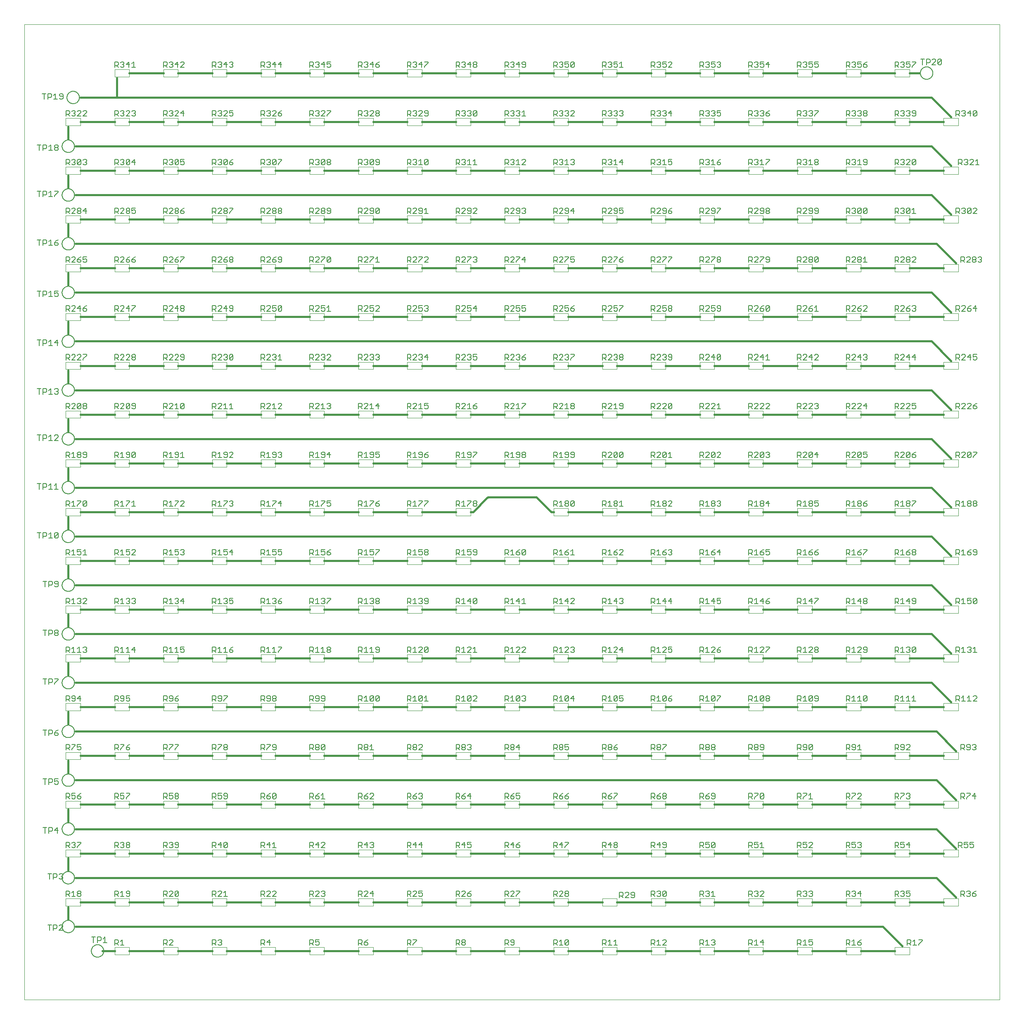
<source format=gto>
G75*
%MOIN*%
%OFA0B0*%
%FSLAX25Y25*%
%IPPOS*%
%LPD*%
%AMOC8*
5,1,8,0,0,1.08239X$1,22.5*
%
%ADD10C,0.00000*%
%ADD11C,0.01600*%
%ADD12C,0.00394*%
%ADD13C,0.00600*%
%ADD14C,0.00500*%
D10*
X0020779Y0001800D02*
X0020779Y0789202D01*
X0808180Y0789202D01*
X0808180Y0001800D01*
X0020779Y0001800D01*
D11*
X0062117Y0060855D02*
X0713692Y0060855D01*
X0729440Y0045107D01*
X0723535Y0041170D02*
X0695976Y0041170D01*
X0684165Y0041170D02*
X0656606Y0041170D01*
X0644795Y0041170D02*
X0617236Y0041170D01*
X0605425Y0041170D02*
X0577866Y0041170D01*
X0566054Y0041170D02*
X0538495Y0041170D01*
X0526684Y0041170D02*
X0499125Y0041170D01*
X0487314Y0041170D02*
X0459755Y0041170D01*
X0447944Y0041170D02*
X0420385Y0041170D01*
X0408574Y0041170D02*
X0381015Y0041170D01*
X0369204Y0041170D02*
X0341645Y0041170D01*
X0329834Y0041170D02*
X0302275Y0041170D01*
X0290464Y0041170D02*
X0262905Y0041170D01*
X0251094Y0041170D02*
X0223535Y0041170D01*
X0211724Y0041170D02*
X0184165Y0041170D01*
X0172354Y0041170D02*
X0144795Y0041170D01*
X0132984Y0041170D02*
X0105425Y0041170D01*
X0093614Y0041170D02*
X0083771Y0041170D01*
X0056212Y0066761D02*
X0056212Y0076603D01*
X0066054Y0080540D02*
X0093614Y0080540D01*
X0105425Y0080540D02*
X0132984Y0080540D01*
X0144795Y0080540D02*
X0172354Y0080540D01*
X0184165Y0080540D02*
X0211724Y0080540D01*
X0223535Y0080540D02*
X0251094Y0080540D01*
X0262905Y0080540D02*
X0290464Y0080540D01*
X0302275Y0080540D02*
X0329834Y0080540D01*
X0341645Y0080540D02*
X0369204Y0080540D01*
X0381015Y0080540D02*
X0408574Y0080540D01*
X0420385Y0080540D02*
X0447944Y0080540D01*
X0459755Y0080540D02*
X0487314Y0080540D01*
X0499125Y0080540D02*
X0526684Y0080540D01*
X0538495Y0080540D02*
X0566054Y0080540D01*
X0577866Y0080540D02*
X0605425Y0080540D01*
X0617236Y0080540D02*
X0644795Y0080540D01*
X0656606Y0080540D02*
X0684165Y0080540D01*
X0695976Y0080540D02*
X0723535Y0080540D01*
X0735346Y0080540D02*
X0762905Y0080540D01*
X0772747Y0084477D02*
X0756999Y0100225D01*
X0062117Y0100225D01*
X0056212Y0106131D02*
X0056212Y0115973D01*
X0066054Y0119910D02*
X0093614Y0119910D01*
X0105425Y0119910D02*
X0132984Y0119910D01*
X0144795Y0119910D02*
X0172354Y0119910D01*
X0184165Y0119910D02*
X0211724Y0119910D01*
X0223535Y0119910D02*
X0251094Y0119910D01*
X0262905Y0119910D02*
X0290464Y0119910D01*
X0302275Y0119910D02*
X0329834Y0119910D01*
X0341645Y0119910D02*
X0369204Y0119910D01*
X0381015Y0119910D02*
X0408574Y0119910D01*
X0420385Y0119910D02*
X0447944Y0119910D01*
X0459755Y0119910D02*
X0487314Y0119910D01*
X0499125Y0119910D02*
X0526684Y0119910D01*
X0538495Y0119910D02*
X0566054Y0119910D01*
X0577866Y0119910D02*
X0605425Y0119910D01*
X0617236Y0119910D02*
X0644795Y0119910D01*
X0656606Y0119910D02*
X0684165Y0119910D01*
X0695976Y0119910D02*
X0723535Y0119910D01*
X0735346Y0119910D02*
X0762905Y0119910D01*
X0772747Y0123847D02*
X0756999Y0139595D01*
X0062117Y0139595D01*
X0056212Y0145501D02*
X0056212Y0155343D01*
X0066054Y0159280D02*
X0093614Y0159280D01*
X0105425Y0159280D02*
X0132984Y0159280D01*
X0144795Y0159280D02*
X0172354Y0159280D01*
X0184165Y0159280D02*
X0211724Y0159280D01*
X0223535Y0159280D02*
X0251094Y0159280D01*
X0262905Y0159280D02*
X0290464Y0159280D01*
X0302275Y0159280D02*
X0329834Y0159280D01*
X0341645Y0159280D02*
X0369204Y0159280D01*
X0381015Y0159280D02*
X0408574Y0159280D01*
X0420385Y0159280D02*
X0447944Y0159280D01*
X0459755Y0159280D02*
X0487314Y0159280D01*
X0499125Y0159280D02*
X0526684Y0159280D01*
X0538495Y0159280D02*
X0566054Y0159280D01*
X0577866Y0159280D02*
X0605425Y0159280D01*
X0617236Y0159280D02*
X0644795Y0159280D01*
X0656606Y0159280D02*
X0684165Y0159280D01*
X0695976Y0159280D02*
X0723535Y0159280D01*
X0735346Y0159280D02*
X0762905Y0159280D01*
X0772747Y0163217D02*
X0756999Y0178965D01*
X0062117Y0178965D01*
X0056212Y0184871D02*
X0056212Y0194713D01*
X0066054Y0198650D02*
X0093614Y0198650D01*
X0105425Y0198650D02*
X0132984Y0198650D01*
X0144795Y0198650D02*
X0172354Y0198650D01*
X0184165Y0198650D02*
X0211724Y0198650D01*
X0223535Y0198650D02*
X0251094Y0198650D01*
X0262905Y0198650D02*
X0290464Y0198650D01*
X0302275Y0198650D02*
X0329834Y0198650D01*
X0341645Y0198650D02*
X0369204Y0198650D01*
X0381015Y0198650D02*
X0408574Y0198650D01*
X0420385Y0198650D02*
X0447944Y0198650D01*
X0459755Y0198650D02*
X0487314Y0198650D01*
X0499125Y0198650D02*
X0526684Y0198650D01*
X0538495Y0198650D02*
X0566054Y0198650D01*
X0577866Y0198650D02*
X0605425Y0198650D01*
X0617236Y0198650D02*
X0644795Y0198650D01*
X0656606Y0198650D02*
X0684165Y0198650D01*
X0695976Y0198650D02*
X0723535Y0198650D01*
X0735346Y0198650D02*
X0762905Y0198650D01*
X0772747Y0202587D02*
X0756999Y0218335D01*
X0062117Y0218335D01*
X0056212Y0224241D02*
X0056212Y0234083D01*
X0066054Y0238020D02*
X0093614Y0238020D01*
X0105425Y0238020D02*
X0132984Y0238020D01*
X0144795Y0238020D02*
X0172354Y0238020D01*
X0184165Y0238020D02*
X0211724Y0238020D01*
X0223535Y0238020D02*
X0251094Y0238020D01*
X0262905Y0238020D02*
X0290464Y0238020D01*
X0302275Y0238020D02*
X0329834Y0238020D01*
X0341645Y0238020D02*
X0369204Y0238020D01*
X0381015Y0238020D02*
X0408574Y0238020D01*
X0420385Y0238020D02*
X0447944Y0238020D01*
X0459755Y0238020D02*
X0487314Y0238020D01*
X0499125Y0238020D02*
X0526684Y0238020D01*
X0538495Y0238020D02*
X0566054Y0238020D01*
X0577866Y0238020D02*
X0605425Y0238020D01*
X0617236Y0238020D02*
X0644795Y0238020D01*
X0656606Y0238020D02*
X0684165Y0238020D01*
X0695976Y0238020D02*
X0723535Y0238020D01*
X0735346Y0238020D02*
X0762905Y0238020D01*
X0768810Y0241957D02*
X0753062Y0257706D01*
X0062117Y0257706D01*
X0056212Y0263611D02*
X0056212Y0273454D01*
X0066054Y0277391D02*
X0093614Y0277391D01*
X0105425Y0277391D02*
X0132984Y0277391D01*
X0144795Y0277391D02*
X0172354Y0277391D01*
X0184165Y0277391D02*
X0211724Y0277391D01*
X0223535Y0277391D02*
X0251094Y0277391D01*
X0262905Y0277391D02*
X0290464Y0277391D01*
X0302275Y0277391D02*
X0329834Y0277391D01*
X0341645Y0277391D02*
X0369204Y0277391D01*
X0381015Y0277391D02*
X0408574Y0277391D01*
X0420385Y0277391D02*
X0447944Y0277391D01*
X0459755Y0277391D02*
X0487314Y0277391D01*
X0499125Y0277391D02*
X0526684Y0277391D01*
X0538495Y0277391D02*
X0566054Y0277391D01*
X0577866Y0277391D02*
X0605425Y0277391D01*
X0617236Y0277391D02*
X0644795Y0277391D01*
X0656606Y0277391D02*
X0684165Y0277391D01*
X0695976Y0277391D02*
X0723535Y0277391D01*
X0735346Y0277391D02*
X0762905Y0277391D01*
X0768810Y0281328D02*
X0753062Y0297076D01*
X0062117Y0297076D01*
X0056212Y0302981D02*
X0056212Y0312824D01*
X0066054Y0316761D02*
X0093614Y0316761D01*
X0105425Y0316761D02*
X0132984Y0316761D01*
X0144795Y0316761D02*
X0172354Y0316761D01*
X0184165Y0316761D02*
X0211724Y0316761D01*
X0223535Y0316761D02*
X0251094Y0316761D01*
X0262905Y0316761D02*
X0290464Y0316761D01*
X0302275Y0316761D02*
X0329834Y0316761D01*
X0341645Y0316761D02*
X0369204Y0316761D01*
X0381015Y0316761D02*
X0408574Y0316761D01*
X0420385Y0316761D02*
X0447944Y0316761D01*
X0459755Y0316761D02*
X0487314Y0316761D01*
X0499125Y0316761D02*
X0526684Y0316761D01*
X0538495Y0316761D02*
X0566054Y0316761D01*
X0577866Y0316761D02*
X0605425Y0316761D01*
X0617236Y0316761D02*
X0644795Y0316761D01*
X0656606Y0316761D02*
X0684165Y0316761D01*
X0695976Y0316761D02*
X0723535Y0316761D01*
X0735346Y0316761D02*
X0762905Y0316761D01*
X0768810Y0320698D02*
X0753062Y0336446D01*
X0062117Y0336446D01*
X0056212Y0342351D02*
X0056212Y0352194D01*
X0066054Y0356131D02*
X0093614Y0356131D01*
X0105425Y0356131D02*
X0132984Y0356131D01*
X0144795Y0356131D02*
X0172354Y0356131D01*
X0184165Y0356131D02*
X0211724Y0356131D01*
X0223535Y0356131D02*
X0251094Y0356131D01*
X0262905Y0356131D02*
X0290464Y0356131D01*
X0302275Y0356131D02*
X0329834Y0356131D01*
X0341645Y0356131D02*
X0369204Y0356131D01*
X0381015Y0356131D02*
X0408574Y0356131D01*
X0420385Y0356131D02*
X0447944Y0356131D01*
X0459755Y0356131D02*
X0487314Y0356131D01*
X0499125Y0356131D02*
X0526684Y0356131D01*
X0538495Y0356131D02*
X0566054Y0356131D01*
X0577866Y0356131D02*
X0605425Y0356131D01*
X0617236Y0356131D02*
X0644795Y0356131D01*
X0656606Y0356131D02*
X0684165Y0356131D01*
X0695976Y0356131D02*
X0723535Y0356131D01*
X0735346Y0356131D02*
X0762905Y0356131D01*
X0768810Y0360068D02*
X0753062Y0375816D01*
X0062117Y0375816D01*
X0056212Y0381721D02*
X0056212Y0391564D01*
X0066054Y0395501D02*
X0093614Y0395501D01*
X0105425Y0395501D02*
X0132984Y0395501D01*
X0144795Y0395501D02*
X0172354Y0395501D01*
X0184165Y0395501D02*
X0211724Y0395501D01*
X0223535Y0395501D02*
X0251094Y0395501D01*
X0262905Y0395501D02*
X0290464Y0395501D01*
X0302275Y0395501D02*
X0329834Y0395501D01*
X0341645Y0395501D02*
X0369204Y0395501D01*
X0381015Y0395501D02*
X0382984Y0395501D01*
X0394502Y0407019D01*
X0395209Y0407312D02*
X0434165Y0407312D01*
X0445683Y0395794D01*
X0446390Y0395501D02*
X0447944Y0395501D01*
X0446390Y0395501D02*
X0446330Y0395503D01*
X0446269Y0395508D01*
X0446210Y0395517D01*
X0446151Y0395530D01*
X0446092Y0395546D01*
X0446035Y0395566D01*
X0445980Y0395589D01*
X0445925Y0395616D01*
X0445873Y0395645D01*
X0445822Y0395678D01*
X0445773Y0395714D01*
X0445727Y0395752D01*
X0445683Y0395794D01*
X0459755Y0395501D02*
X0487314Y0395501D01*
X0499125Y0395501D02*
X0526684Y0395501D01*
X0538495Y0395501D02*
X0566054Y0395501D01*
X0577866Y0395501D02*
X0605425Y0395501D01*
X0617236Y0395501D02*
X0644795Y0395501D01*
X0656606Y0395501D02*
X0684165Y0395501D01*
X0695976Y0395501D02*
X0723535Y0395501D01*
X0735346Y0395501D02*
X0762905Y0395501D01*
X0768810Y0399438D02*
X0753062Y0415186D01*
X0062117Y0415186D01*
X0056212Y0421091D02*
X0056212Y0430934D01*
X0066054Y0434871D02*
X0093614Y0434871D01*
X0105425Y0434871D02*
X0132984Y0434871D01*
X0144795Y0434871D02*
X0172354Y0434871D01*
X0184165Y0434871D02*
X0211724Y0434871D01*
X0223535Y0434871D02*
X0251094Y0434871D01*
X0262905Y0434871D02*
X0290464Y0434871D01*
X0302275Y0434871D02*
X0329834Y0434871D01*
X0341645Y0434871D02*
X0369204Y0434871D01*
X0381015Y0434871D02*
X0408574Y0434871D01*
X0420385Y0434871D02*
X0447944Y0434871D01*
X0459755Y0434871D02*
X0487314Y0434871D01*
X0499125Y0434871D02*
X0526684Y0434871D01*
X0538495Y0434871D02*
X0566054Y0434871D01*
X0577866Y0434871D02*
X0605425Y0434871D01*
X0617236Y0434871D02*
X0644795Y0434871D01*
X0656606Y0434871D02*
X0684165Y0434871D01*
X0695976Y0434871D02*
X0723535Y0434871D01*
X0735346Y0434871D02*
X0762905Y0434871D01*
X0768810Y0438808D02*
X0753062Y0454556D01*
X0062117Y0454556D01*
X0056212Y0460461D02*
X0056212Y0470304D01*
X0066054Y0474241D02*
X0093614Y0474241D01*
X0105425Y0474241D02*
X0132984Y0474241D01*
X0144795Y0474241D02*
X0172354Y0474241D01*
X0184165Y0474241D02*
X0211724Y0474241D01*
X0223535Y0474241D02*
X0251094Y0474241D01*
X0262905Y0474241D02*
X0290464Y0474241D01*
X0302275Y0474241D02*
X0329834Y0474241D01*
X0341645Y0474241D02*
X0369204Y0474241D01*
X0381015Y0474241D02*
X0408574Y0474241D01*
X0420385Y0474241D02*
X0447944Y0474241D01*
X0459755Y0474241D02*
X0487314Y0474241D01*
X0499125Y0474241D02*
X0526684Y0474241D01*
X0538495Y0474241D02*
X0566054Y0474241D01*
X0577866Y0474241D02*
X0605425Y0474241D01*
X0617236Y0474241D02*
X0644795Y0474241D01*
X0656606Y0474241D02*
X0684165Y0474241D01*
X0695976Y0474241D02*
X0723535Y0474241D01*
X0735346Y0474241D02*
X0762905Y0474241D01*
X0768810Y0478178D02*
X0753062Y0493926D01*
X0062117Y0493926D01*
X0056212Y0499831D02*
X0056212Y0509674D01*
X0066054Y0513611D02*
X0093614Y0513611D01*
X0105425Y0513611D02*
X0132984Y0513611D01*
X0144795Y0513611D02*
X0172354Y0513611D01*
X0184165Y0513611D02*
X0211724Y0513611D01*
X0223535Y0513611D02*
X0251094Y0513611D01*
X0262905Y0513611D02*
X0290464Y0513611D01*
X0302275Y0513611D02*
X0329834Y0513611D01*
X0341645Y0513611D02*
X0369204Y0513611D01*
X0381015Y0513611D02*
X0408574Y0513611D01*
X0420385Y0513611D02*
X0447944Y0513611D01*
X0459755Y0513611D02*
X0487314Y0513611D01*
X0499125Y0513611D02*
X0526684Y0513611D01*
X0538495Y0513611D02*
X0566054Y0513611D01*
X0577866Y0513611D02*
X0605425Y0513611D01*
X0617236Y0513611D02*
X0644795Y0513611D01*
X0656606Y0513611D02*
X0684165Y0513611D01*
X0695976Y0513611D02*
X0723535Y0513611D01*
X0735346Y0513611D02*
X0762905Y0513611D01*
X0768810Y0517548D02*
X0753062Y0533296D01*
X0062117Y0533296D01*
X0056212Y0539202D02*
X0056212Y0549044D01*
X0066054Y0552981D02*
X0093614Y0552981D01*
X0105425Y0552981D02*
X0132984Y0552981D01*
X0144795Y0552981D02*
X0172354Y0552981D01*
X0184165Y0552981D02*
X0211724Y0552981D01*
X0223535Y0552981D02*
X0251094Y0552981D01*
X0262905Y0552981D02*
X0290464Y0552981D01*
X0302275Y0552981D02*
X0329834Y0552981D01*
X0341645Y0552981D02*
X0369204Y0552981D01*
X0381015Y0552981D02*
X0408574Y0552981D01*
X0420385Y0552981D02*
X0447944Y0552981D01*
X0459755Y0552981D02*
X0487314Y0552981D01*
X0499125Y0552981D02*
X0526684Y0552981D01*
X0538495Y0552981D02*
X0566054Y0552981D01*
X0577866Y0552981D02*
X0605425Y0552981D01*
X0617236Y0552981D02*
X0644795Y0552981D01*
X0656606Y0552981D02*
X0684165Y0552981D01*
X0695976Y0552981D02*
X0723535Y0552981D01*
X0735346Y0552981D02*
X0762905Y0552981D01*
X0768810Y0556918D02*
X0753062Y0572666D01*
X0062117Y0572666D01*
X0056212Y0578572D02*
X0056212Y0588414D01*
X0066054Y0592351D02*
X0093614Y0592351D01*
X0105425Y0592351D02*
X0132984Y0592351D01*
X0144795Y0592351D02*
X0172354Y0592351D01*
X0184165Y0592351D02*
X0211724Y0592351D01*
X0223535Y0592351D02*
X0251094Y0592351D01*
X0262905Y0592351D02*
X0290464Y0592351D01*
X0302275Y0592351D02*
X0329834Y0592351D01*
X0341645Y0592351D02*
X0369204Y0592351D01*
X0381015Y0592351D02*
X0408574Y0592351D01*
X0420385Y0592351D02*
X0447944Y0592351D01*
X0459755Y0592351D02*
X0487314Y0592351D01*
X0499125Y0592351D02*
X0526684Y0592351D01*
X0538495Y0592351D02*
X0566054Y0592351D01*
X0577866Y0592351D02*
X0605425Y0592351D01*
X0617236Y0592351D02*
X0644795Y0592351D01*
X0656606Y0592351D02*
X0684165Y0592351D01*
X0695976Y0592351D02*
X0723535Y0592351D01*
X0735346Y0592351D02*
X0762905Y0592351D01*
X0772747Y0596288D02*
X0756999Y0612036D01*
X0062117Y0612036D01*
X0056212Y0617942D02*
X0056212Y0627784D01*
X0066054Y0631721D02*
X0093614Y0631721D01*
X0105425Y0631721D02*
X0132984Y0631721D01*
X0144795Y0631721D02*
X0172354Y0631721D01*
X0184165Y0631721D02*
X0211724Y0631721D01*
X0223535Y0631721D02*
X0251094Y0631721D01*
X0262905Y0631721D02*
X0290464Y0631721D01*
X0302275Y0631721D02*
X0329834Y0631721D01*
X0341645Y0631721D02*
X0369204Y0631721D01*
X0381015Y0631721D02*
X0408574Y0631721D01*
X0420385Y0631721D02*
X0447944Y0631721D01*
X0459755Y0631721D02*
X0487314Y0631721D01*
X0499125Y0631721D02*
X0526684Y0631721D01*
X0538495Y0631721D02*
X0566054Y0631721D01*
X0577866Y0631721D02*
X0605425Y0631721D01*
X0617236Y0631721D02*
X0644795Y0631721D01*
X0656606Y0631721D02*
X0684165Y0631721D01*
X0695976Y0631721D02*
X0723535Y0631721D01*
X0735346Y0631721D02*
X0762905Y0631721D01*
X0768810Y0635658D02*
X0753062Y0651406D01*
X0062117Y0651406D01*
X0056212Y0657312D02*
X0056212Y0667154D01*
X0066054Y0671091D02*
X0093614Y0671091D01*
X0105425Y0671091D02*
X0132984Y0671091D01*
X0144795Y0671091D02*
X0172354Y0671091D01*
X0184165Y0671091D02*
X0211724Y0671091D01*
X0223535Y0671091D02*
X0251094Y0671091D01*
X0262905Y0671091D02*
X0290464Y0671091D01*
X0302275Y0671091D02*
X0329834Y0671091D01*
X0341645Y0671091D02*
X0369204Y0671091D01*
X0381015Y0671091D02*
X0408574Y0671091D01*
X0420385Y0671091D02*
X0447944Y0671091D01*
X0459755Y0671091D02*
X0487314Y0671091D01*
X0499125Y0671091D02*
X0526684Y0671091D01*
X0538495Y0671091D02*
X0566054Y0671091D01*
X0577866Y0671091D02*
X0605425Y0671091D01*
X0617236Y0671091D02*
X0644795Y0671091D01*
X0656606Y0671091D02*
X0684165Y0671091D01*
X0695976Y0671091D02*
X0723535Y0671091D01*
X0735346Y0671091D02*
X0762905Y0671091D01*
X0768810Y0675028D02*
X0753062Y0690776D01*
X0062117Y0690776D01*
X0056212Y0696682D02*
X0056212Y0706524D01*
X0066054Y0710461D02*
X0093614Y0710461D01*
X0105425Y0710461D02*
X0132984Y0710461D01*
X0144795Y0710461D02*
X0172354Y0710461D01*
X0184165Y0710461D02*
X0211724Y0710461D01*
X0223535Y0710461D02*
X0251094Y0710461D01*
X0262905Y0710461D02*
X0290464Y0710461D01*
X0302275Y0710461D02*
X0329834Y0710461D01*
X0341645Y0710461D02*
X0369204Y0710461D01*
X0381015Y0710461D02*
X0408574Y0710461D01*
X0420385Y0710461D02*
X0447944Y0710461D01*
X0459755Y0710461D02*
X0487314Y0710461D01*
X0499125Y0710461D02*
X0526684Y0710461D01*
X0538495Y0710461D02*
X0566054Y0710461D01*
X0577866Y0710461D02*
X0605425Y0710461D01*
X0617236Y0710461D02*
X0644795Y0710461D01*
X0656606Y0710461D02*
X0684165Y0710461D01*
X0695976Y0710461D02*
X0723535Y0710461D01*
X0735346Y0710461D02*
X0762905Y0710461D01*
X0768810Y0714398D02*
X0753062Y0730146D01*
X0095582Y0730146D01*
X0095582Y0745894D01*
X0105425Y0749831D02*
X0132984Y0749831D01*
X0144795Y0749831D02*
X0172354Y0749831D01*
X0184165Y0749831D02*
X0211724Y0749831D01*
X0223535Y0749831D02*
X0251094Y0749831D01*
X0262905Y0749831D02*
X0290464Y0749831D01*
X0302275Y0749831D02*
X0329834Y0749831D01*
X0341645Y0749831D02*
X0369204Y0749831D01*
X0381015Y0749831D02*
X0408574Y0749831D01*
X0420385Y0749831D02*
X0447944Y0749831D01*
X0459755Y0749831D02*
X0487314Y0749831D01*
X0499125Y0749831D02*
X0526684Y0749831D01*
X0538495Y0749831D02*
X0566054Y0749831D01*
X0577866Y0749831D02*
X0605425Y0749831D01*
X0617236Y0749831D02*
X0644795Y0749831D01*
X0656606Y0749831D02*
X0684165Y0749831D01*
X0695976Y0749831D02*
X0723535Y0749831D01*
X0735346Y0749831D02*
X0743220Y0749831D01*
X0395209Y0407312D02*
X0395149Y0407310D01*
X0395088Y0407305D01*
X0395029Y0407296D01*
X0394970Y0407283D01*
X0394911Y0407267D01*
X0394854Y0407247D01*
X0394799Y0407224D01*
X0394744Y0407197D01*
X0394692Y0407168D01*
X0394641Y0407135D01*
X0394592Y0407099D01*
X0394546Y0407061D01*
X0394502Y0407019D01*
X0095582Y0730146D02*
X0066054Y0730146D01*
D12*
X0066054Y0713414D02*
X0054243Y0713414D01*
X0054243Y0707509D01*
X0066054Y0707509D01*
X0066054Y0713414D01*
X0093614Y0713414D02*
X0093614Y0707509D01*
X0105425Y0707509D01*
X0105425Y0713414D01*
X0093614Y0713414D01*
X0093614Y0746879D02*
X0105425Y0746879D01*
X0105425Y0752784D01*
X0093614Y0752784D01*
X0093614Y0746879D01*
X0132984Y0746879D02*
X0144795Y0746879D01*
X0144795Y0752784D01*
X0132984Y0752784D01*
X0132984Y0746879D01*
X0132984Y0713414D02*
X0144795Y0713414D01*
X0144795Y0707509D01*
X0132984Y0707509D01*
X0132984Y0713414D01*
X0172354Y0713414D02*
X0172354Y0707509D01*
X0184165Y0707509D01*
X0184165Y0713414D01*
X0172354Y0713414D01*
X0172354Y0746879D02*
X0184165Y0746879D01*
X0184165Y0752784D01*
X0172354Y0752784D01*
X0172354Y0746879D01*
X0211724Y0746879D02*
X0223535Y0746879D01*
X0223535Y0752784D01*
X0211724Y0752784D01*
X0211724Y0746879D01*
X0211724Y0713414D02*
X0223535Y0713414D01*
X0223535Y0707509D01*
X0211724Y0707509D01*
X0211724Y0713414D01*
X0251094Y0713414D02*
X0251094Y0707509D01*
X0262905Y0707509D01*
X0262905Y0713414D01*
X0251094Y0713414D01*
X0251094Y0746879D02*
X0262905Y0746879D01*
X0262905Y0752784D01*
X0251094Y0752784D01*
X0251094Y0746879D01*
X0290464Y0746879D02*
X0302275Y0746879D01*
X0302275Y0752784D01*
X0290464Y0752784D01*
X0290464Y0746879D01*
X0290464Y0713414D02*
X0302275Y0713414D01*
X0302275Y0707509D01*
X0290464Y0707509D01*
X0290464Y0713414D01*
X0290464Y0674044D02*
X0302275Y0674044D01*
X0302275Y0668139D01*
X0290464Y0668139D01*
X0290464Y0674044D01*
X0262905Y0674044D02*
X0262905Y0668139D01*
X0251094Y0668139D01*
X0251094Y0674044D01*
X0262905Y0674044D01*
X0262905Y0634674D02*
X0251094Y0634674D01*
X0251094Y0628769D01*
X0262905Y0628769D01*
X0262905Y0634674D01*
X0290464Y0634674D02*
X0290464Y0628769D01*
X0302275Y0628769D01*
X0302275Y0634674D01*
X0290464Y0634674D01*
X0329834Y0634674D02*
X0329834Y0628769D01*
X0341645Y0628769D01*
X0341645Y0634674D01*
X0329834Y0634674D01*
X0329834Y0668139D02*
X0341645Y0668139D01*
X0341645Y0674044D01*
X0329834Y0674044D01*
X0329834Y0668139D01*
X0329834Y0707509D02*
X0341645Y0707509D01*
X0341645Y0713414D01*
X0329834Y0713414D01*
X0329834Y0707509D01*
X0329834Y0746879D02*
X0341645Y0746879D01*
X0341645Y0752784D01*
X0329834Y0752784D01*
X0329834Y0746879D01*
X0369204Y0746879D02*
X0381015Y0746879D01*
X0381015Y0752784D01*
X0369204Y0752784D01*
X0369204Y0746879D01*
X0369204Y0713414D02*
X0381015Y0713414D01*
X0381015Y0707509D01*
X0369204Y0707509D01*
X0369204Y0713414D01*
X0369204Y0674044D02*
X0381015Y0674044D01*
X0381015Y0668139D01*
X0369204Y0668139D01*
X0369204Y0674044D01*
X0369204Y0634674D02*
X0381015Y0634674D01*
X0381015Y0628769D01*
X0369204Y0628769D01*
X0369204Y0634674D01*
X0369204Y0595304D02*
X0381015Y0595304D01*
X0381015Y0589398D01*
X0369204Y0589398D01*
X0369204Y0595304D01*
X0341645Y0595304D02*
X0341645Y0589398D01*
X0329834Y0589398D01*
X0329834Y0595304D01*
X0341645Y0595304D01*
X0302275Y0595304D02*
X0302275Y0589398D01*
X0290464Y0589398D01*
X0290464Y0595304D01*
X0302275Y0595304D01*
X0262905Y0595304D02*
X0262905Y0589398D01*
X0251094Y0589398D01*
X0251094Y0595304D01*
X0262905Y0595304D01*
X0262905Y0555934D02*
X0251094Y0555934D01*
X0251094Y0550028D01*
X0262905Y0550028D01*
X0262905Y0555934D01*
X0290464Y0555934D02*
X0290464Y0550028D01*
X0302275Y0550028D01*
X0302275Y0555934D01*
X0290464Y0555934D01*
X0329834Y0555934D02*
X0329834Y0550028D01*
X0341645Y0550028D01*
X0341645Y0555934D01*
X0329834Y0555934D01*
X0369204Y0555934D02*
X0369204Y0550028D01*
X0381015Y0550028D01*
X0381015Y0555934D01*
X0369204Y0555934D01*
X0408574Y0555934D02*
X0408574Y0550028D01*
X0420385Y0550028D01*
X0420385Y0555934D01*
X0408574Y0555934D01*
X0408574Y0589398D02*
X0420385Y0589398D01*
X0420385Y0595304D01*
X0408574Y0595304D01*
X0408574Y0589398D01*
X0447944Y0589398D02*
X0459755Y0589398D01*
X0459755Y0595304D01*
X0447944Y0595304D01*
X0447944Y0589398D01*
X0447944Y0555934D02*
X0459755Y0555934D01*
X0459755Y0550028D01*
X0447944Y0550028D01*
X0447944Y0555934D01*
X0447944Y0516564D02*
X0459755Y0516564D01*
X0459755Y0510658D01*
X0447944Y0510658D01*
X0447944Y0516564D01*
X0420385Y0516564D02*
X0420385Y0510658D01*
X0408574Y0510658D01*
X0408574Y0516564D01*
X0420385Y0516564D01*
X0381015Y0516564D02*
X0381015Y0510658D01*
X0369204Y0510658D01*
X0369204Y0516564D01*
X0381015Y0516564D01*
X0341645Y0516564D02*
X0341645Y0510658D01*
X0329834Y0510658D01*
X0329834Y0516564D01*
X0341645Y0516564D01*
X0302275Y0516564D02*
X0302275Y0510658D01*
X0290464Y0510658D01*
X0290464Y0516564D01*
X0302275Y0516564D01*
X0262905Y0516564D02*
X0262905Y0510658D01*
X0251094Y0510658D01*
X0251094Y0516564D01*
X0262905Y0516564D01*
X0223535Y0516564D02*
X0223535Y0510658D01*
X0211724Y0510658D01*
X0211724Y0516564D01*
X0223535Y0516564D01*
X0223535Y0550028D02*
X0211724Y0550028D01*
X0211724Y0555934D01*
X0223535Y0555934D01*
X0223535Y0550028D01*
X0184165Y0550028D02*
X0172354Y0550028D01*
X0172354Y0555934D01*
X0184165Y0555934D01*
X0184165Y0550028D01*
X0184165Y0516564D02*
X0172354Y0516564D01*
X0172354Y0510658D01*
X0184165Y0510658D01*
X0184165Y0516564D01*
X0184165Y0477194D02*
X0172354Y0477194D01*
X0172354Y0471288D01*
X0184165Y0471288D01*
X0184165Y0477194D01*
X0211724Y0477194D02*
X0211724Y0471288D01*
X0223535Y0471288D01*
X0223535Y0477194D01*
X0211724Y0477194D01*
X0251094Y0477194D02*
X0251094Y0471288D01*
X0262905Y0471288D01*
X0262905Y0477194D01*
X0251094Y0477194D01*
X0290464Y0477194D02*
X0290464Y0471288D01*
X0302275Y0471288D01*
X0302275Y0477194D01*
X0290464Y0477194D01*
X0329834Y0477194D02*
X0329834Y0471288D01*
X0341645Y0471288D01*
X0341645Y0477194D01*
X0329834Y0477194D01*
X0369204Y0477194D02*
X0369204Y0471288D01*
X0381015Y0471288D01*
X0381015Y0477194D01*
X0369204Y0477194D01*
X0408574Y0477194D02*
X0408574Y0471288D01*
X0420385Y0471288D01*
X0420385Y0477194D01*
X0408574Y0477194D01*
X0447944Y0477194D02*
X0447944Y0471288D01*
X0459755Y0471288D01*
X0459755Y0477194D01*
X0447944Y0477194D01*
X0487314Y0477194D02*
X0487314Y0471288D01*
X0499125Y0471288D01*
X0499125Y0477194D01*
X0487314Y0477194D01*
X0487314Y0510658D02*
X0499125Y0510658D01*
X0499125Y0516564D01*
X0487314Y0516564D01*
X0487314Y0510658D01*
X0487314Y0550028D02*
X0499125Y0550028D01*
X0499125Y0555934D01*
X0487314Y0555934D01*
X0487314Y0550028D01*
X0526684Y0550028D02*
X0538495Y0550028D01*
X0538495Y0555934D01*
X0526684Y0555934D01*
X0526684Y0550028D01*
X0526684Y0516564D02*
X0538495Y0516564D01*
X0538495Y0510658D01*
X0526684Y0510658D01*
X0526684Y0516564D01*
X0566054Y0516564D02*
X0566054Y0510658D01*
X0577866Y0510658D01*
X0577866Y0516564D01*
X0566054Y0516564D01*
X0566054Y0550028D02*
X0577866Y0550028D01*
X0577866Y0555934D01*
X0566054Y0555934D01*
X0566054Y0550028D01*
X0566054Y0589398D02*
X0577866Y0589398D01*
X0577866Y0595304D01*
X0566054Y0595304D01*
X0566054Y0589398D01*
X0538495Y0589398D02*
X0526684Y0589398D01*
X0526684Y0595304D01*
X0538495Y0595304D01*
X0538495Y0589398D01*
X0499125Y0589398D02*
X0487314Y0589398D01*
X0487314Y0595304D01*
X0499125Y0595304D01*
X0499125Y0589398D01*
X0499125Y0628769D02*
X0487314Y0628769D01*
X0487314Y0634674D01*
X0499125Y0634674D01*
X0499125Y0628769D01*
X0526684Y0628769D02*
X0538495Y0628769D01*
X0538495Y0634674D01*
X0526684Y0634674D01*
X0526684Y0628769D01*
X0566054Y0628769D02*
X0577866Y0628769D01*
X0577866Y0634674D01*
X0566054Y0634674D01*
X0566054Y0628769D01*
X0566054Y0668139D02*
X0577866Y0668139D01*
X0577866Y0674044D01*
X0566054Y0674044D01*
X0566054Y0668139D01*
X0538495Y0668139D02*
X0526684Y0668139D01*
X0526684Y0674044D01*
X0538495Y0674044D01*
X0538495Y0668139D01*
X0538495Y0707509D02*
X0526684Y0707509D01*
X0526684Y0713414D01*
X0538495Y0713414D01*
X0538495Y0707509D01*
X0566054Y0707509D02*
X0577866Y0707509D01*
X0577866Y0713414D01*
X0566054Y0713414D01*
X0566054Y0707509D01*
X0566054Y0746879D02*
X0577866Y0746879D01*
X0577866Y0752784D01*
X0566054Y0752784D01*
X0566054Y0746879D01*
X0538495Y0746879D02*
X0526684Y0746879D01*
X0526684Y0752784D01*
X0538495Y0752784D01*
X0538495Y0746879D01*
X0499125Y0746879D02*
X0487314Y0746879D01*
X0487314Y0752784D01*
X0499125Y0752784D01*
X0499125Y0746879D01*
X0499125Y0713414D02*
X0487314Y0713414D01*
X0487314Y0707509D01*
X0499125Y0707509D01*
X0499125Y0713414D01*
X0459755Y0713414D02*
X0459755Y0707509D01*
X0447944Y0707509D01*
X0447944Y0713414D01*
X0459755Y0713414D01*
X0459755Y0746879D02*
X0447944Y0746879D01*
X0447944Y0752784D01*
X0459755Y0752784D01*
X0459755Y0746879D01*
X0420385Y0746879D02*
X0408574Y0746879D01*
X0408574Y0752784D01*
X0420385Y0752784D01*
X0420385Y0746879D01*
X0420385Y0713414D02*
X0408574Y0713414D01*
X0408574Y0707509D01*
X0420385Y0707509D01*
X0420385Y0713414D01*
X0420385Y0674044D02*
X0408574Y0674044D01*
X0408574Y0668139D01*
X0420385Y0668139D01*
X0420385Y0674044D01*
X0447944Y0674044D02*
X0447944Y0668139D01*
X0459755Y0668139D01*
X0459755Y0674044D01*
X0447944Y0674044D01*
X0447944Y0634674D02*
X0459755Y0634674D01*
X0459755Y0628769D01*
X0447944Y0628769D01*
X0447944Y0634674D01*
X0420385Y0634674D02*
X0420385Y0628769D01*
X0408574Y0628769D01*
X0408574Y0634674D01*
X0420385Y0634674D01*
X0487314Y0668139D02*
X0499125Y0668139D01*
X0499125Y0674044D01*
X0487314Y0674044D01*
X0487314Y0668139D01*
X0605425Y0668139D02*
X0617236Y0668139D01*
X0617236Y0674044D01*
X0605425Y0674044D01*
X0605425Y0668139D01*
X0605425Y0634674D02*
X0617236Y0634674D01*
X0617236Y0628769D01*
X0605425Y0628769D01*
X0605425Y0634674D01*
X0644795Y0634674D02*
X0644795Y0628769D01*
X0656606Y0628769D01*
X0656606Y0634674D01*
X0644795Y0634674D01*
X0644795Y0668139D02*
X0656606Y0668139D01*
X0656606Y0674044D01*
X0644795Y0674044D01*
X0644795Y0668139D01*
X0644795Y0707509D02*
X0656606Y0707509D01*
X0656606Y0713414D01*
X0644795Y0713414D01*
X0644795Y0707509D01*
X0617236Y0707509D02*
X0605425Y0707509D01*
X0605425Y0713414D01*
X0617236Y0713414D01*
X0617236Y0707509D01*
X0617236Y0746879D02*
X0605425Y0746879D01*
X0605425Y0752784D01*
X0617236Y0752784D01*
X0617236Y0746879D01*
X0644795Y0746879D02*
X0656606Y0746879D01*
X0656606Y0752784D01*
X0644795Y0752784D01*
X0644795Y0746879D01*
X0684165Y0746879D02*
X0695976Y0746879D01*
X0695976Y0752784D01*
X0684165Y0752784D01*
X0684165Y0746879D01*
X0684165Y0713414D02*
X0695976Y0713414D01*
X0695976Y0707509D01*
X0684165Y0707509D01*
X0684165Y0713414D01*
X0723535Y0713414D02*
X0723535Y0707509D01*
X0735346Y0707509D01*
X0735346Y0713414D01*
X0723535Y0713414D01*
X0723535Y0746879D02*
X0735346Y0746879D01*
X0735346Y0752784D01*
X0723535Y0752784D01*
X0723535Y0746879D01*
X0762905Y0713414D02*
X0762905Y0707509D01*
X0774716Y0707509D01*
X0774716Y0713414D01*
X0762905Y0713414D01*
X0762905Y0674044D02*
X0774716Y0674044D01*
X0774716Y0668139D01*
X0762905Y0668139D01*
X0762905Y0674044D01*
X0735346Y0674044D02*
X0735346Y0668139D01*
X0723535Y0668139D01*
X0723535Y0674044D01*
X0735346Y0674044D01*
X0735346Y0634674D02*
X0723535Y0634674D01*
X0723535Y0628769D01*
X0735346Y0628769D01*
X0735346Y0634674D01*
X0762905Y0634674D02*
X0762905Y0628769D01*
X0774716Y0628769D01*
X0774716Y0634674D01*
X0762905Y0634674D01*
X0762905Y0595304D02*
X0774716Y0595304D01*
X0774716Y0589398D01*
X0762905Y0589398D01*
X0762905Y0595304D01*
X0735346Y0595304D02*
X0735346Y0589398D01*
X0723535Y0589398D01*
X0723535Y0595304D01*
X0735346Y0595304D01*
X0735346Y0555934D02*
X0723535Y0555934D01*
X0723535Y0550028D01*
X0735346Y0550028D01*
X0735346Y0555934D01*
X0762905Y0555934D02*
X0762905Y0550028D01*
X0774716Y0550028D01*
X0774716Y0555934D01*
X0762905Y0555934D01*
X0762905Y0516564D02*
X0774716Y0516564D01*
X0774716Y0510658D01*
X0762905Y0510658D01*
X0762905Y0516564D01*
X0735346Y0516564D02*
X0735346Y0510658D01*
X0723535Y0510658D01*
X0723535Y0516564D01*
X0735346Y0516564D01*
X0695976Y0516564D02*
X0695976Y0510658D01*
X0684165Y0510658D01*
X0684165Y0516564D01*
X0695976Y0516564D01*
X0695976Y0550028D02*
X0684165Y0550028D01*
X0684165Y0555934D01*
X0695976Y0555934D01*
X0695976Y0550028D01*
X0656606Y0550028D02*
X0644795Y0550028D01*
X0644795Y0555934D01*
X0656606Y0555934D01*
X0656606Y0550028D01*
X0656606Y0516564D02*
X0644795Y0516564D01*
X0644795Y0510658D01*
X0656606Y0510658D01*
X0656606Y0516564D01*
X0656606Y0477194D02*
X0644795Y0477194D01*
X0644795Y0471288D01*
X0656606Y0471288D01*
X0656606Y0477194D01*
X0684165Y0477194D02*
X0684165Y0471288D01*
X0695976Y0471288D01*
X0695976Y0477194D01*
X0684165Y0477194D01*
X0723535Y0477194D02*
X0723535Y0471288D01*
X0735346Y0471288D01*
X0735346Y0477194D01*
X0723535Y0477194D01*
X0762905Y0477194D02*
X0762905Y0471288D01*
X0774716Y0471288D01*
X0774716Y0477194D01*
X0762905Y0477194D01*
X0762905Y0437824D02*
X0774716Y0437824D01*
X0774716Y0431918D01*
X0762905Y0431918D01*
X0762905Y0437824D01*
X0735346Y0437824D02*
X0735346Y0431918D01*
X0723535Y0431918D01*
X0723535Y0437824D01*
X0735346Y0437824D01*
X0695976Y0437824D02*
X0695976Y0431918D01*
X0684165Y0431918D01*
X0684165Y0437824D01*
X0695976Y0437824D01*
X0656606Y0437824D02*
X0656606Y0431918D01*
X0644795Y0431918D01*
X0644795Y0437824D01*
X0656606Y0437824D01*
X0617236Y0437824D02*
X0617236Y0431918D01*
X0605425Y0431918D01*
X0605425Y0437824D01*
X0617236Y0437824D01*
X0617236Y0471288D02*
X0605425Y0471288D01*
X0605425Y0477194D01*
X0617236Y0477194D01*
X0617236Y0471288D01*
X0617236Y0510658D02*
X0605425Y0510658D01*
X0605425Y0516564D01*
X0617236Y0516564D01*
X0617236Y0510658D01*
X0617236Y0550028D02*
X0605425Y0550028D01*
X0605425Y0555934D01*
X0617236Y0555934D01*
X0617236Y0550028D01*
X0617236Y0589398D02*
X0605425Y0589398D01*
X0605425Y0595304D01*
X0617236Y0595304D01*
X0617236Y0589398D01*
X0644795Y0589398D02*
X0656606Y0589398D01*
X0656606Y0595304D01*
X0644795Y0595304D01*
X0644795Y0589398D01*
X0684165Y0589398D02*
X0695976Y0589398D01*
X0695976Y0595304D01*
X0684165Y0595304D01*
X0684165Y0589398D01*
X0684165Y0628769D02*
X0695976Y0628769D01*
X0695976Y0634674D01*
X0684165Y0634674D01*
X0684165Y0628769D01*
X0684165Y0668139D02*
X0695976Y0668139D01*
X0695976Y0674044D01*
X0684165Y0674044D01*
X0684165Y0668139D01*
X0577866Y0477194D02*
X0566054Y0477194D01*
X0566054Y0471288D01*
X0577866Y0471288D01*
X0577866Y0477194D01*
X0577866Y0437824D02*
X0566054Y0437824D01*
X0566054Y0431918D01*
X0577866Y0431918D01*
X0577866Y0437824D01*
X0577866Y0398454D02*
X0566054Y0398454D01*
X0566054Y0392548D01*
X0577866Y0392548D01*
X0577866Y0398454D01*
X0605425Y0398454D02*
X0605425Y0392548D01*
X0617236Y0392548D01*
X0617236Y0398454D01*
X0605425Y0398454D01*
X0644795Y0398454D02*
X0644795Y0392548D01*
X0656606Y0392548D01*
X0656606Y0398454D01*
X0644795Y0398454D01*
X0684165Y0398454D02*
X0684165Y0392548D01*
X0695976Y0392548D01*
X0695976Y0398454D01*
X0684165Y0398454D01*
X0723535Y0398454D02*
X0723535Y0392548D01*
X0735346Y0392548D01*
X0735346Y0398454D01*
X0723535Y0398454D01*
X0762905Y0398454D02*
X0762905Y0392548D01*
X0774716Y0392548D01*
X0774716Y0398454D01*
X0762905Y0398454D01*
X0762905Y0359083D02*
X0774716Y0359083D01*
X0774716Y0353178D01*
X0762905Y0353178D01*
X0762905Y0359083D01*
X0735346Y0359083D02*
X0735346Y0353178D01*
X0723535Y0353178D01*
X0723535Y0359083D01*
X0735346Y0359083D01*
X0735346Y0319713D02*
X0723535Y0319713D01*
X0723535Y0313808D01*
X0735346Y0313808D01*
X0735346Y0319713D01*
X0762905Y0319713D02*
X0762905Y0313808D01*
X0774716Y0313808D01*
X0774716Y0319713D01*
X0762905Y0319713D01*
X0762905Y0280343D02*
X0774716Y0280343D01*
X0774716Y0274438D01*
X0762905Y0274438D01*
X0762905Y0280343D01*
X0735346Y0280343D02*
X0735346Y0274438D01*
X0723535Y0274438D01*
X0723535Y0280343D01*
X0735346Y0280343D01*
X0735346Y0240973D02*
X0723535Y0240973D01*
X0723535Y0235068D01*
X0735346Y0235068D01*
X0735346Y0240973D01*
X0762905Y0240973D02*
X0762905Y0235068D01*
X0774716Y0235068D01*
X0774716Y0240973D01*
X0762905Y0240973D01*
X0762905Y0201603D02*
X0774716Y0201603D01*
X0774716Y0195698D01*
X0762905Y0195698D01*
X0762905Y0201603D01*
X0735346Y0201603D02*
X0735346Y0195698D01*
X0723535Y0195698D01*
X0723535Y0201603D01*
X0735346Y0201603D01*
X0735346Y0162233D02*
X0723535Y0162233D01*
X0723535Y0156328D01*
X0735346Y0156328D01*
X0735346Y0162233D01*
X0762905Y0162233D02*
X0762905Y0156328D01*
X0774716Y0156328D01*
X0774716Y0162233D01*
X0762905Y0162233D01*
X0762905Y0122863D02*
X0774716Y0122863D01*
X0774716Y0116957D01*
X0762905Y0116957D01*
X0762905Y0122863D01*
X0735346Y0122863D02*
X0735346Y0116957D01*
X0723535Y0116957D01*
X0723535Y0122863D01*
X0735346Y0122863D01*
X0735346Y0083493D02*
X0723535Y0083493D01*
X0723535Y0077587D01*
X0735346Y0077587D01*
X0735346Y0083493D01*
X0762905Y0083493D02*
X0762905Y0077587D01*
X0774716Y0077587D01*
X0774716Y0083493D01*
X0762905Y0083493D01*
X0735346Y0044123D02*
X0723535Y0044123D01*
X0723535Y0038217D01*
X0735346Y0038217D01*
X0735346Y0044123D01*
X0695976Y0044123D02*
X0695976Y0038217D01*
X0684165Y0038217D01*
X0684165Y0044123D01*
X0695976Y0044123D01*
X0695976Y0077587D02*
X0684165Y0077587D01*
X0684165Y0083493D01*
X0695976Y0083493D01*
X0695976Y0077587D01*
X0656606Y0077587D02*
X0644795Y0077587D01*
X0644795Y0083493D01*
X0656606Y0083493D01*
X0656606Y0077587D01*
X0656606Y0044123D02*
X0644795Y0044123D01*
X0644795Y0038217D01*
X0656606Y0038217D01*
X0656606Y0044123D01*
X0617236Y0044123D02*
X0617236Y0038217D01*
X0605425Y0038217D01*
X0605425Y0044123D01*
X0617236Y0044123D01*
X0617236Y0077587D02*
X0605425Y0077587D01*
X0605425Y0083493D01*
X0617236Y0083493D01*
X0617236Y0077587D01*
X0617236Y0116957D02*
X0605425Y0116957D01*
X0605425Y0122863D01*
X0617236Y0122863D01*
X0617236Y0116957D01*
X0644795Y0116957D02*
X0656606Y0116957D01*
X0656606Y0122863D01*
X0644795Y0122863D01*
X0644795Y0116957D01*
X0684165Y0116957D02*
X0695976Y0116957D01*
X0695976Y0122863D01*
X0684165Y0122863D01*
X0684165Y0116957D01*
X0684165Y0156328D02*
X0695976Y0156328D01*
X0695976Y0162233D01*
X0684165Y0162233D01*
X0684165Y0156328D01*
X0656606Y0156328D02*
X0644795Y0156328D01*
X0644795Y0162233D01*
X0656606Y0162233D01*
X0656606Y0156328D01*
X0656606Y0195698D02*
X0644795Y0195698D01*
X0644795Y0201603D01*
X0656606Y0201603D01*
X0656606Y0195698D01*
X0684165Y0195698D02*
X0695976Y0195698D01*
X0695976Y0201603D01*
X0684165Y0201603D01*
X0684165Y0195698D01*
X0684165Y0235068D02*
X0695976Y0235068D01*
X0695976Y0240973D01*
X0684165Y0240973D01*
X0684165Y0235068D01*
X0656606Y0235068D02*
X0644795Y0235068D01*
X0644795Y0240973D01*
X0656606Y0240973D01*
X0656606Y0235068D01*
X0656606Y0274438D02*
X0644795Y0274438D01*
X0644795Y0280343D01*
X0656606Y0280343D01*
X0656606Y0274438D01*
X0684165Y0274438D02*
X0695976Y0274438D01*
X0695976Y0280343D01*
X0684165Y0280343D01*
X0684165Y0274438D01*
X0684165Y0313808D02*
X0695976Y0313808D01*
X0695976Y0319713D01*
X0684165Y0319713D01*
X0684165Y0313808D01*
X0656606Y0313808D02*
X0644795Y0313808D01*
X0644795Y0319713D01*
X0656606Y0319713D01*
X0656606Y0313808D01*
X0656606Y0353178D02*
X0644795Y0353178D01*
X0644795Y0359083D01*
X0656606Y0359083D01*
X0656606Y0353178D01*
X0684165Y0353178D02*
X0695976Y0353178D01*
X0695976Y0359083D01*
X0684165Y0359083D01*
X0684165Y0353178D01*
X0617236Y0353178D02*
X0605425Y0353178D01*
X0605425Y0359083D01*
X0617236Y0359083D01*
X0617236Y0353178D01*
X0617236Y0319713D02*
X0605425Y0319713D01*
X0605425Y0313808D01*
X0617236Y0313808D01*
X0617236Y0319713D01*
X0617236Y0280343D02*
X0605425Y0280343D01*
X0605425Y0274438D01*
X0617236Y0274438D01*
X0617236Y0280343D01*
X0617236Y0240973D02*
X0605425Y0240973D01*
X0605425Y0235068D01*
X0617236Y0235068D01*
X0617236Y0240973D01*
X0617236Y0201603D02*
X0605425Y0201603D01*
X0605425Y0195698D01*
X0617236Y0195698D01*
X0617236Y0201603D01*
X0617236Y0162233D02*
X0605425Y0162233D01*
X0605425Y0156328D01*
X0617236Y0156328D01*
X0617236Y0162233D01*
X0577866Y0162233D02*
X0577866Y0156328D01*
X0566054Y0156328D01*
X0566054Y0162233D01*
X0577866Y0162233D01*
X0577866Y0195698D02*
X0566054Y0195698D01*
X0566054Y0201603D01*
X0577866Y0201603D01*
X0577866Y0195698D01*
X0577866Y0235068D02*
X0566054Y0235068D01*
X0566054Y0240973D01*
X0577866Y0240973D01*
X0577866Y0235068D01*
X0577866Y0274438D02*
X0566054Y0274438D01*
X0566054Y0280343D01*
X0577866Y0280343D01*
X0577866Y0274438D01*
X0577866Y0313808D02*
X0566054Y0313808D01*
X0566054Y0319713D01*
X0577866Y0319713D01*
X0577866Y0313808D01*
X0577866Y0353178D02*
X0566054Y0353178D01*
X0566054Y0359083D01*
X0577866Y0359083D01*
X0577866Y0353178D01*
X0538495Y0353178D02*
X0526684Y0353178D01*
X0526684Y0359083D01*
X0538495Y0359083D01*
X0538495Y0353178D01*
X0538495Y0319713D02*
X0526684Y0319713D01*
X0526684Y0313808D01*
X0538495Y0313808D01*
X0538495Y0319713D01*
X0499125Y0319713D02*
X0499125Y0313808D01*
X0487314Y0313808D01*
X0487314Y0319713D01*
X0499125Y0319713D01*
X0499125Y0353178D02*
X0487314Y0353178D01*
X0487314Y0359083D01*
X0499125Y0359083D01*
X0499125Y0353178D01*
X0459755Y0353178D02*
X0447944Y0353178D01*
X0447944Y0359083D01*
X0459755Y0359083D01*
X0459755Y0353178D01*
X0459755Y0319713D02*
X0447944Y0319713D01*
X0447944Y0313808D01*
X0459755Y0313808D01*
X0459755Y0319713D01*
X0459755Y0280343D02*
X0447944Y0280343D01*
X0447944Y0274438D01*
X0459755Y0274438D01*
X0459755Y0280343D01*
X0487314Y0280343D02*
X0487314Y0274438D01*
X0499125Y0274438D01*
X0499125Y0280343D01*
X0487314Y0280343D01*
X0487314Y0240973D02*
X0499125Y0240973D01*
X0499125Y0235068D01*
X0487314Y0235068D01*
X0487314Y0240973D01*
X0459755Y0240973D02*
X0459755Y0235068D01*
X0447944Y0235068D01*
X0447944Y0240973D01*
X0459755Y0240973D01*
X0420385Y0240973D02*
X0420385Y0235068D01*
X0408574Y0235068D01*
X0408574Y0240973D01*
X0420385Y0240973D01*
X0420385Y0274438D02*
X0408574Y0274438D01*
X0408574Y0280343D01*
X0420385Y0280343D01*
X0420385Y0274438D01*
X0381015Y0274438D02*
X0369204Y0274438D01*
X0369204Y0280343D01*
X0381015Y0280343D01*
X0381015Y0274438D01*
X0381015Y0240973D02*
X0369204Y0240973D01*
X0369204Y0235068D01*
X0381015Y0235068D01*
X0381015Y0240973D01*
X0381015Y0201603D02*
X0369204Y0201603D01*
X0369204Y0195698D01*
X0381015Y0195698D01*
X0381015Y0201603D01*
X0408574Y0201603D02*
X0408574Y0195698D01*
X0420385Y0195698D01*
X0420385Y0201603D01*
X0408574Y0201603D01*
X0408574Y0162233D02*
X0420385Y0162233D01*
X0420385Y0156328D01*
X0408574Y0156328D01*
X0408574Y0162233D01*
X0381015Y0162233D02*
X0381015Y0156328D01*
X0369204Y0156328D01*
X0369204Y0162233D01*
X0381015Y0162233D01*
X0341645Y0162233D02*
X0341645Y0156328D01*
X0329834Y0156328D01*
X0329834Y0162233D01*
X0341645Y0162233D01*
X0341645Y0195698D02*
X0329834Y0195698D01*
X0329834Y0201603D01*
X0341645Y0201603D01*
X0341645Y0195698D01*
X0341645Y0235068D02*
X0329834Y0235068D01*
X0329834Y0240973D01*
X0341645Y0240973D01*
X0341645Y0235068D01*
X0341645Y0274438D02*
X0329834Y0274438D01*
X0329834Y0280343D01*
X0341645Y0280343D01*
X0341645Y0274438D01*
X0341645Y0313808D02*
X0329834Y0313808D01*
X0329834Y0319713D01*
X0341645Y0319713D01*
X0341645Y0313808D01*
X0369204Y0313808D02*
X0381015Y0313808D01*
X0381015Y0319713D01*
X0369204Y0319713D01*
X0369204Y0313808D01*
X0369204Y0353178D02*
X0381015Y0353178D01*
X0381015Y0359083D01*
X0369204Y0359083D01*
X0369204Y0353178D01*
X0341645Y0353178D02*
X0329834Y0353178D01*
X0329834Y0359083D01*
X0341645Y0359083D01*
X0341645Y0353178D01*
X0341645Y0392548D02*
X0329834Y0392548D01*
X0329834Y0398454D01*
X0341645Y0398454D01*
X0341645Y0392548D01*
X0369204Y0392548D02*
X0381015Y0392548D01*
X0381015Y0398454D01*
X0369204Y0398454D01*
X0369204Y0392548D01*
X0369204Y0431918D02*
X0381015Y0431918D01*
X0381015Y0437824D01*
X0369204Y0437824D01*
X0369204Y0431918D01*
X0341645Y0431918D02*
X0329834Y0431918D01*
X0329834Y0437824D01*
X0341645Y0437824D01*
X0341645Y0431918D01*
X0302275Y0431918D02*
X0290464Y0431918D01*
X0290464Y0437824D01*
X0302275Y0437824D01*
X0302275Y0431918D01*
X0302275Y0398454D02*
X0290464Y0398454D01*
X0290464Y0392548D01*
X0302275Y0392548D01*
X0302275Y0398454D01*
X0262905Y0398454D02*
X0262905Y0392548D01*
X0251094Y0392548D01*
X0251094Y0398454D01*
X0262905Y0398454D01*
X0262905Y0431918D02*
X0251094Y0431918D01*
X0251094Y0437824D01*
X0262905Y0437824D01*
X0262905Y0431918D01*
X0223535Y0431918D02*
X0211724Y0431918D01*
X0211724Y0437824D01*
X0223535Y0437824D01*
X0223535Y0431918D01*
X0223535Y0398454D02*
X0211724Y0398454D01*
X0211724Y0392548D01*
X0223535Y0392548D01*
X0223535Y0398454D01*
X0184165Y0398454D02*
X0184165Y0392548D01*
X0172354Y0392548D01*
X0172354Y0398454D01*
X0184165Y0398454D01*
X0184165Y0431918D02*
X0172354Y0431918D01*
X0172354Y0437824D01*
X0184165Y0437824D01*
X0184165Y0431918D01*
X0144795Y0431918D02*
X0132984Y0431918D01*
X0132984Y0437824D01*
X0144795Y0437824D01*
X0144795Y0431918D01*
X0144795Y0398454D02*
X0132984Y0398454D01*
X0132984Y0392548D01*
X0144795Y0392548D01*
X0144795Y0398454D01*
X0105425Y0398454D02*
X0105425Y0392548D01*
X0093614Y0392548D01*
X0093614Y0398454D01*
X0105425Y0398454D01*
X0105425Y0431918D02*
X0093614Y0431918D01*
X0093614Y0437824D01*
X0105425Y0437824D01*
X0105425Y0431918D01*
X0105425Y0471288D02*
X0093614Y0471288D01*
X0093614Y0477194D01*
X0105425Y0477194D01*
X0105425Y0471288D01*
X0132984Y0471288D02*
X0144795Y0471288D01*
X0144795Y0477194D01*
X0132984Y0477194D01*
X0132984Y0471288D01*
X0132984Y0510658D02*
X0144795Y0510658D01*
X0144795Y0516564D01*
X0132984Y0516564D01*
X0132984Y0510658D01*
X0105425Y0510658D02*
X0093614Y0510658D01*
X0093614Y0516564D01*
X0105425Y0516564D01*
X0105425Y0510658D01*
X0105425Y0550028D02*
X0093614Y0550028D01*
X0093614Y0555934D01*
X0105425Y0555934D01*
X0105425Y0550028D01*
X0132984Y0550028D02*
X0144795Y0550028D01*
X0144795Y0555934D01*
X0132984Y0555934D01*
X0132984Y0550028D01*
X0132984Y0589398D02*
X0144795Y0589398D01*
X0144795Y0595304D01*
X0132984Y0595304D01*
X0132984Y0589398D01*
X0105425Y0589398D02*
X0093614Y0589398D01*
X0093614Y0595304D01*
X0105425Y0595304D01*
X0105425Y0589398D01*
X0105425Y0628769D02*
X0093614Y0628769D01*
X0093614Y0634674D01*
X0105425Y0634674D01*
X0105425Y0628769D01*
X0132984Y0628769D02*
X0144795Y0628769D01*
X0144795Y0634674D01*
X0132984Y0634674D01*
X0132984Y0628769D01*
X0132984Y0668139D02*
X0144795Y0668139D01*
X0144795Y0674044D01*
X0132984Y0674044D01*
X0132984Y0668139D01*
X0105425Y0668139D02*
X0093614Y0668139D01*
X0093614Y0674044D01*
X0105425Y0674044D01*
X0105425Y0668139D01*
X0066054Y0668139D02*
X0054243Y0668139D01*
X0054243Y0674044D01*
X0066054Y0674044D01*
X0066054Y0668139D01*
X0066054Y0634674D02*
X0054243Y0634674D01*
X0054243Y0628769D01*
X0066054Y0628769D01*
X0066054Y0634674D01*
X0066054Y0595304D02*
X0054243Y0595304D01*
X0054243Y0589398D01*
X0066054Y0589398D01*
X0066054Y0595304D01*
X0066054Y0555934D02*
X0054243Y0555934D01*
X0054243Y0550028D01*
X0066054Y0550028D01*
X0066054Y0555934D01*
X0066054Y0516564D02*
X0054243Y0516564D01*
X0054243Y0510658D01*
X0066054Y0510658D01*
X0066054Y0516564D01*
X0066054Y0477194D02*
X0054243Y0477194D01*
X0054243Y0471288D01*
X0066054Y0471288D01*
X0066054Y0477194D01*
X0066054Y0437824D02*
X0054243Y0437824D01*
X0054243Y0431918D01*
X0066054Y0431918D01*
X0066054Y0437824D01*
X0066054Y0398454D02*
X0054243Y0398454D01*
X0054243Y0392548D01*
X0066054Y0392548D01*
X0066054Y0398454D01*
X0066054Y0359083D02*
X0054243Y0359083D01*
X0054243Y0353178D01*
X0066054Y0353178D01*
X0066054Y0359083D01*
X0093614Y0359083D02*
X0093614Y0353178D01*
X0105425Y0353178D01*
X0105425Y0359083D01*
X0093614Y0359083D01*
X0093614Y0319713D02*
X0105425Y0319713D01*
X0105425Y0313808D01*
X0093614Y0313808D01*
X0093614Y0319713D01*
X0066054Y0319713D02*
X0066054Y0313808D01*
X0054243Y0313808D01*
X0054243Y0319713D01*
X0066054Y0319713D01*
X0066054Y0280343D02*
X0054243Y0280343D01*
X0054243Y0274438D01*
X0066054Y0274438D01*
X0066054Y0280343D01*
X0093614Y0280343D02*
X0093614Y0274438D01*
X0105425Y0274438D01*
X0105425Y0280343D01*
X0093614Y0280343D01*
X0132984Y0280343D02*
X0132984Y0274438D01*
X0144795Y0274438D01*
X0144795Y0280343D01*
X0132984Y0280343D01*
X0132984Y0313808D02*
X0144795Y0313808D01*
X0144795Y0319713D01*
X0132984Y0319713D01*
X0132984Y0313808D01*
X0172354Y0313808D02*
X0184165Y0313808D01*
X0184165Y0319713D01*
X0172354Y0319713D01*
X0172354Y0313808D01*
X0172354Y0280343D02*
X0184165Y0280343D01*
X0184165Y0274438D01*
X0172354Y0274438D01*
X0172354Y0280343D01*
X0172354Y0240973D02*
X0184165Y0240973D01*
X0184165Y0235068D01*
X0172354Y0235068D01*
X0172354Y0240973D01*
X0144795Y0240973D02*
X0144795Y0235068D01*
X0132984Y0235068D01*
X0132984Y0240973D01*
X0144795Y0240973D01*
X0105425Y0240973D02*
X0105425Y0235068D01*
X0093614Y0235068D01*
X0093614Y0240973D01*
X0105425Y0240973D01*
X0105425Y0201603D02*
X0093614Y0201603D01*
X0093614Y0195698D01*
X0105425Y0195698D01*
X0105425Y0201603D01*
X0132984Y0201603D02*
X0132984Y0195698D01*
X0144795Y0195698D01*
X0144795Y0201603D01*
X0132984Y0201603D01*
X0172354Y0201603D02*
X0172354Y0195698D01*
X0184165Y0195698D01*
X0184165Y0201603D01*
X0172354Y0201603D01*
X0211724Y0201603D02*
X0211724Y0195698D01*
X0223535Y0195698D01*
X0223535Y0201603D01*
X0211724Y0201603D01*
X0211724Y0235068D02*
X0223535Y0235068D01*
X0223535Y0240973D01*
X0211724Y0240973D01*
X0211724Y0235068D01*
X0251094Y0235068D02*
X0262905Y0235068D01*
X0262905Y0240973D01*
X0251094Y0240973D01*
X0251094Y0235068D01*
X0251094Y0201603D02*
X0262905Y0201603D01*
X0262905Y0195698D01*
X0251094Y0195698D01*
X0251094Y0201603D01*
X0290464Y0201603D02*
X0290464Y0195698D01*
X0302275Y0195698D01*
X0302275Y0201603D01*
X0290464Y0201603D01*
X0290464Y0235068D02*
X0302275Y0235068D01*
X0302275Y0240973D01*
X0290464Y0240973D01*
X0290464Y0235068D01*
X0290464Y0274438D02*
X0302275Y0274438D01*
X0302275Y0280343D01*
X0290464Y0280343D01*
X0290464Y0274438D01*
X0262905Y0274438D02*
X0251094Y0274438D01*
X0251094Y0280343D01*
X0262905Y0280343D01*
X0262905Y0274438D01*
X0262905Y0313808D02*
X0251094Y0313808D01*
X0251094Y0319713D01*
X0262905Y0319713D01*
X0262905Y0313808D01*
X0290464Y0313808D02*
X0302275Y0313808D01*
X0302275Y0319713D01*
X0290464Y0319713D01*
X0290464Y0313808D01*
X0290464Y0353178D02*
X0302275Y0353178D01*
X0302275Y0359083D01*
X0290464Y0359083D01*
X0290464Y0353178D01*
X0262905Y0353178D02*
X0251094Y0353178D01*
X0251094Y0359083D01*
X0262905Y0359083D01*
X0262905Y0353178D01*
X0223535Y0353178D02*
X0211724Y0353178D01*
X0211724Y0359083D01*
X0223535Y0359083D01*
X0223535Y0353178D01*
X0223535Y0319713D02*
X0211724Y0319713D01*
X0211724Y0313808D01*
X0223535Y0313808D01*
X0223535Y0319713D01*
X0223535Y0280343D02*
X0211724Y0280343D01*
X0211724Y0274438D01*
X0223535Y0274438D01*
X0223535Y0280343D01*
X0184165Y0353178D02*
X0172354Y0353178D01*
X0172354Y0359083D01*
X0184165Y0359083D01*
X0184165Y0353178D01*
X0144795Y0353178D02*
X0132984Y0353178D01*
X0132984Y0359083D01*
X0144795Y0359083D01*
X0144795Y0353178D01*
X0066054Y0240973D02*
X0054243Y0240973D01*
X0054243Y0235068D01*
X0066054Y0235068D01*
X0066054Y0240973D01*
X0066054Y0201603D02*
X0054243Y0201603D01*
X0054243Y0195698D01*
X0066054Y0195698D01*
X0066054Y0201603D01*
X0066054Y0162233D02*
X0054243Y0162233D01*
X0054243Y0156328D01*
X0066054Y0156328D01*
X0066054Y0162233D01*
X0093614Y0162233D02*
X0093614Y0156328D01*
X0105425Y0156328D01*
X0105425Y0162233D01*
X0093614Y0162233D01*
X0132984Y0162233D02*
X0132984Y0156328D01*
X0144795Y0156328D01*
X0144795Y0162233D01*
X0132984Y0162233D01*
X0172354Y0162233D02*
X0172354Y0156328D01*
X0184165Y0156328D01*
X0184165Y0162233D01*
X0172354Y0162233D01*
X0211724Y0162233D02*
X0211724Y0156328D01*
X0223535Y0156328D01*
X0223535Y0162233D01*
X0211724Y0162233D01*
X0251094Y0162233D02*
X0251094Y0156328D01*
X0262905Y0156328D01*
X0262905Y0162233D01*
X0251094Y0162233D01*
X0290464Y0162233D02*
X0290464Y0156328D01*
X0302275Y0156328D01*
X0302275Y0162233D01*
X0290464Y0162233D01*
X0290464Y0122863D02*
X0302275Y0122863D01*
X0302275Y0116957D01*
X0290464Y0116957D01*
X0290464Y0122863D01*
X0262905Y0122863D02*
X0262905Y0116957D01*
X0251094Y0116957D01*
X0251094Y0122863D01*
X0262905Y0122863D01*
X0262905Y0083493D02*
X0251094Y0083493D01*
X0251094Y0077587D01*
X0262905Y0077587D01*
X0262905Y0083493D01*
X0290464Y0083493D02*
X0290464Y0077587D01*
X0302275Y0077587D01*
X0302275Y0083493D01*
X0290464Y0083493D01*
X0329834Y0083493D02*
X0329834Y0077587D01*
X0341645Y0077587D01*
X0341645Y0083493D01*
X0329834Y0083493D01*
X0329834Y0116957D02*
X0341645Y0116957D01*
X0341645Y0122863D01*
X0329834Y0122863D01*
X0329834Y0116957D01*
X0369204Y0116957D02*
X0381015Y0116957D01*
X0381015Y0122863D01*
X0369204Y0122863D01*
X0369204Y0116957D01*
X0369204Y0083493D02*
X0381015Y0083493D01*
X0381015Y0077587D01*
X0369204Y0077587D01*
X0369204Y0083493D01*
X0369204Y0044123D02*
X0381015Y0044123D01*
X0381015Y0038217D01*
X0369204Y0038217D01*
X0369204Y0044123D01*
X0341645Y0044123D02*
X0341645Y0038217D01*
X0329834Y0038217D01*
X0329834Y0044123D01*
X0341645Y0044123D01*
X0302275Y0044123D02*
X0302275Y0038217D01*
X0290464Y0038217D01*
X0290464Y0044123D01*
X0302275Y0044123D01*
X0262905Y0044123D02*
X0262905Y0038217D01*
X0251094Y0038217D01*
X0251094Y0044123D01*
X0262905Y0044123D01*
X0223535Y0044123D02*
X0223535Y0038217D01*
X0211724Y0038217D01*
X0211724Y0044123D01*
X0223535Y0044123D01*
X0223535Y0077587D02*
X0211724Y0077587D01*
X0211724Y0083493D01*
X0223535Y0083493D01*
X0223535Y0077587D01*
X0184165Y0077587D02*
X0172354Y0077587D01*
X0172354Y0083493D01*
X0184165Y0083493D01*
X0184165Y0077587D01*
X0184165Y0044123D02*
X0172354Y0044123D01*
X0172354Y0038217D01*
X0184165Y0038217D01*
X0184165Y0044123D01*
X0144795Y0044123D02*
X0144795Y0038217D01*
X0132984Y0038217D01*
X0132984Y0044123D01*
X0144795Y0044123D01*
X0144795Y0077587D02*
X0132984Y0077587D01*
X0132984Y0083493D01*
X0144795Y0083493D01*
X0144795Y0077587D01*
X0105425Y0077587D02*
X0093614Y0077587D01*
X0093614Y0083493D01*
X0105425Y0083493D01*
X0105425Y0077587D01*
X0105425Y0044123D02*
X0093614Y0044123D01*
X0093614Y0038217D01*
X0105425Y0038217D01*
X0105425Y0044123D01*
X0066054Y0077587D02*
X0066054Y0083493D01*
X0054243Y0083493D01*
X0054243Y0077587D01*
X0066054Y0077587D01*
X0066054Y0116957D02*
X0054243Y0116957D01*
X0054243Y0122863D01*
X0066054Y0122863D01*
X0066054Y0116957D01*
X0093614Y0116957D02*
X0105425Y0116957D01*
X0105425Y0122863D01*
X0093614Y0122863D01*
X0093614Y0116957D01*
X0132984Y0116957D02*
X0144795Y0116957D01*
X0144795Y0122863D01*
X0132984Y0122863D01*
X0132984Y0116957D01*
X0172354Y0116957D02*
X0184165Y0116957D01*
X0184165Y0122863D01*
X0172354Y0122863D01*
X0172354Y0116957D01*
X0211724Y0116957D02*
X0223535Y0116957D01*
X0223535Y0122863D01*
X0211724Y0122863D01*
X0211724Y0116957D01*
X0408574Y0116957D02*
X0420385Y0116957D01*
X0420385Y0122863D01*
X0408574Y0122863D01*
X0408574Y0116957D01*
X0408574Y0083493D02*
X0420385Y0083493D01*
X0420385Y0077587D01*
X0408574Y0077587D01*
X0408574Y0083493D01*
X0408574Y0044123D02*
X0420385Y0044123D01*
X0420385Y0038217D01*
X0408574Y0038217D01*
X0408574Y0044123D01*
X0447944Y0044123D02*
X0447944Y0038217D01*
X0459755Y0038217D01*
X0459755Y0044123D01*
X0447944Y0044123D01*
X0447944Y0077587D02*
X0459755Y0077587D01*
X0459755Y0083493D01*
X0447944Y0083493D01*
X0447944Y0077587D01*
X0487314Y0077587D02*
X0499125Y0077587D01*
X0499125Y0083493D01*
X0487314Y0083493D01*
X0487314Y0077587D01*
X0487314Y0044123D02*
X0499125Y0044123D01*
X0499125Y0038217D01*
X0487314Y0038217D01*
X0487314Y0044123D01*
X0526684Y0044123D02*
X0526684Y0038217D01*
X0538495Y0038217D01*
X0538495Y0044123D01*
X0526684Y0044123D01*
X0526684Y0077587D02*
X0538495Y0077587D01*
X0538495Y0083493D01*
X0526684Y0083493D01*
X0526684Y0077587D01*
X0566054Y0077587D02*
X0577866Y0077587D01*
X0577866Y0083493D01*
X0566054Y0083493D01*
X0566054Y0077587D01*
X0566054Y0044123D02*
X0577866Y0044123D01*
X0577866Y0038217D01*
X0566054Y0038217D01*
X0566054Y0044123D01*
X0566054Y0116957D02*
X0577866Y0116957D01*
X0577866Y0122863D01*
X0566054Y0122863D01*
X0566054Y0116957D01*
X0538495Y0116957D02*
X0526684Y0116957D01*
X0526684Y0122863D01*
X0538495Y0122863D01*
X0538495Y0116957D01*
X0499125Y0116957D02*
X0487314Y0116957D01*
X0487314Y0122863D01*
X0499125Y0122863D01*
X0499125Y0116957D01*
X0459755Y0116957D02*
X0447944Y0116957D01*
X0447944Y0122863D01*
X0459755Y0122863D01*
X0459755Y0116957D01*
X0459755Y0156328D02*
X0447944Y0156328D01*
X0447944Y0162233D01*
X0459755Y0162233D01*
X0459755Y0156328D01*
X0487314Y0156328D02*
X0499125Y0156328D01*
X0499125Y0162233D01*
X0487314Y0162233D01*
X0487314Y0156328D01*
X0487314Y0195698D02*
X0499125Y0195698D01*
X0499125Y0201603D01*
X0487314Y0201603D01*
X0487314Y0195698D01*
X0459755Y0195698D02*
X0447944Y0195698D01*
X0447944Y0201603D01*
X0459755Y0201603D01*
X0459755Y0195698D01*
X0526684Y0195698D02*
X0538495Y0195698D01*
X0538495Y0201603D01*
X0526684Y0201603D01*
X0526684Y0195698D01*
X0526684Y0162233D02*
X0538495Y0162233D01*
X0538495Y0156328D01*
X0526684Y0156328D01*
X0526684Y0162233D01*
X0526684Y0235068D02*
X0538495Y0235068D01*
X0538495Y0240973D01*
X0526684Y0240973D01*
X0526684Y0235068D01*
X0526684Y0274438D02*
X0538495Y0274438D01*
X0538495Y0280343D01*
X0526684Y0280343D01*
X0526684Y0274438D01*
X0420385Y0313808D02*
X0408574Y0313808D01*
X0408574Y0319713D01*
X0420385Y0319713D01*
X0420385Y0313808D01*
X0420385Y0353178D02*
X0408574Y0353178D01*
X0408574Y0359083D01*
X0420385Y0359083D01*
X0420385Y0353178D01*
X0447944Y0392548D02*
X0459755Y0392548D01*
X0459755Y0398454D01*
X0447944Y0398454D01*
X0447944Y0392548D01*
X0447944Y0431918D02*
X0459755Y0431918D01*
X0459755Y0437824D01*
X0447944Y0437824D01*
X0447944Y0431918D01*
X0420385Y0431918D02*
X0408574Y0431918D01*
X0408574Y0437824D01*
X0420385Y0437824D01*
X0420385Y0431918D01*
X0487314Y0431918D02*
X0499125Y0431918D01*
X0499125Y0437824D01*
X0487314Y0437824D01*
X0487314Y0431918D01*
X0487314Y0398454D02*
X0499125Y0398454D01*
X0499125Y0392548D01*
X0487314Y0392548D01*
X0487314Y0398454D01*
X0526684Y0398454D02*
X0526684Y0392548D01*
X0538495Y0392548D01*
X0538495Y0398454D01*
X0526684Y0398454D01*
X0526684Y0431918D02*
X0538495Y0431918D01*
X0538495Y0437824D01*
X0526684Y0437824D01*
X0526684Y0431918D01*
X0526684Y0471288D02*
X0538495Y0471288D01*
X0538495Y0477194D01*
X0526684Y0477194D01*
X0526684Y0471288D01*
X0223535Y0589398D02*
X0211724Y0589398D01*
X0211724Y0595304D01*
X0223535Y0595304D01*
X0223535Y0589398D01*
X0184165Y0589398D02*
X0172354Y0589398D01*
X0172354Y0595304D01*
X0184165Y0595304D01*
X0184165Y0589398D01*
X0184165Y0628769D02*
X0172354Y0628769D01*
X0172354Y0634674D01*
X0184165Y0634674D01*
X0184165Y0628769D01*
X0211724Y0628769D02*
X0223535Y0628769D01*
X0223535Y0634674D01*
X0211724Y0634674D01*
X0211724Y0628769D01*
X0211724Y0668139D02*
X0223535Y0668139D01*
X0223535Y0674044D01*
X0211724Y0674044D01*
X0211724Y0668139D01*
X0184165Y0668139D02*
X0172354Y0668139D01*
X0172354Y0674044D01*
X0184165Y0674044D01*
X0184165Y0668139D01*
D13*
X0183867Y0675722D02*
X0182399Y0675722D01*
X0181665Y0676456D01*
X0184601Y0679392D01*
X0184601Y0676456D01*
X0183867Y0675722D01*
X0181665Y0676456D02*
X0181665Y0679392D01*
X0182399Y0680126D01*
X0183867Y0680126D01*
X0184601Y0679392D01*
X0186269Y0677924D02*
X0188470Y0677924D01*
X0189204Y0677190D01*
X0189204Y0676456D01*
X0188470Y0675722D01*
X0187003Y0675722D01*
X0186269Y0676456D01*
X0186269Y0677924D01*
X0187737Y0679392D01*
X0189204Y0680126D01*
X0179997Y0679392D02*
X0179997Y0678658D01*
X0179263Y0677924D01*
X0179997Y0677190D01*
X0179997Y0676456D01*
X0179263Y0675722D01*
X0177795Y0675722D01*
X0177061Y0676456D01*
X0175393Y0675722D02*
X0173925Y0677190D01*
X0174659Y0677190D02*
X0172457Y0677190D01*
X0172457Y0675722D02*
X0172457Y0680126D01*
X0174659Y0680126D01*
X0175393Y0679392D01*
X0175393Y0677924D01*
X0174659Y0677190D01*
X0177061Y0679392D02*
X0177795Y0680126D01*
X0179263Y0680126D01*
X0179997Y0679392D01*
X0179263Y0677924D02*
X0178529Y0677924D01*
X0149834Y0677924D02*
X0149834Y0676456D01*
X0149100Y0675722D01*
X0147632Y0675722D01*
X0146899Y0676456D01*
X0146899Y0677924D02*
X0148366Y0678658D01*
X0149100Y0678658D01*
X0149834Y0677924D01*
X0149834Y0680126D02*
X0146899Y0680126D01*
X0146899Y0677924D01*
X0145230Y0679392D02*
X0142295Y0676456D01*
X0143029Y0675722D01*
X0144496Y0675722D01*
X0145230Y0676456D01*
X0145230Y0679392D01*
X0144496Y0680126D01*
X0143029Y0680126D01*
X0142295Y0679392D01*
X0142295Y0676456D01*
X0140627Y0676456D02*
X0139893Y0675722D01*
X0138425Y0675722D01*
X0137691Y0676456D01*
X0136023Y0675722D02*
X0134555Y0677190D01*
X0135289Y0677190D02*
X0133087Y0677190D01*
X0133087Y0675722D02*
X0133087Y0680126D01*
X0135289Y0680126D01*
X0136023Y0679392D01*
X0136023Y0677924D01*
X0135289Y0677190D01*
X0137691Y0679392D02*
X0138425Y0680126D01*
X0139893Y0680126D01*
X0140627Y0679392D01*
X0140627Y0678658D01*
X0139893Y0677924D01*
X0140627Y0677190D01*
X0140627Y0676456D01*
X0139893Y0677924D02*
X0139159Y0677924D01*
X0110464Y0677924D02*
X0107528Y0677924D01*
X0109730Y0680126D01*
X0109730Y0675722D01*
X0105860Y0676456D02*
X0105126Y0675722D01*
X0103658Y0675722D01*
X0102925Y0676456D01*
X0105860Y0679392D01*
X0105860Y0676456D01*
X0102925Y0676456D02*
X0102925Y0679392D01*
X0103658Y0680126D01*
X0105126Y0680126D01*
X0105860Y0679392D01*
X0101256Y0679392D02*
X0101256Y0678658D01*
X0100522Y0677924D01*
X0101256Y0677190D01*
X0101256Y0676456D01*
X0100522Y0675722D01*
X0099055Y0675722D01*
X0098321Y0676456D01*
X0096653Y0675722D02*
X0095185Y0677190D01*
X0095919Y0677190D02*
X0093717Y0677190D01*
X0093717Y0675722D02*
X0093717Y0680126D01*
X0095919Y0680126D01*
X0096653Y0679392D01*
X0096653Y0677924D01*
X0095919Y0677190D01*
X0098321Y0679392D02*
X0099055Y0680126D01*
X0100522Y0680126D01*
X0101256Y0679392D01*
X0100522Y0677924D02*
X0099789Y0677924D01*
X0071094Y0677190D02*
X0071094Y0676456D01*
X0070360Y0675722D01*
X0068892Y0675722D01*
X0068158Y0676456D01*
X0066490Y0676456D02*
X0065756Y0675722D01*
X0064288Y0675722D01*
X0063554Y0676456D01*
X0066490Y0679392D01*
X0066490Y0676456D01*
X0063554Y0676456D02*
X0063554Y0679392D01*
X0064288Y0680126D01*
X0065756Y0680126D01*
X0066490Y0679392D01*
X0068158Y0679392D02*
X0068892Y0680126D01*
X0070360Y0680126D01*
X0071094Y0679392D01*
X0071094Y0678658D01*
X0070360Y0677924D01*
X0071094Y0677190D01*
X0070360Y0677924D02*
X0069626Y0677924D01*
X0061886Y0678658D02*
X0061152Y0677924D01*
X0061886Y0677190D01*
X0061886Y0676456D01*
X0061152Y0675722D01*
X0059684Y0675722D01*
X0058951Y0676456D01*
X0057282Y0675722D02*
X0055815Y0677190D01*
X0056548Y0677190D02*
X0054347Y0677190D01*
X0054347Y0675722D02*
X0054347Y0680126D01*
X0056548Y0680126D01*
X0057282Y0679392D01*
X0057282Y0677924D01*
X0056548Y0677190D01*
X0058951Y0679392D02*
X0059684Y0680126D01*
X0061152Y0680126D01*
X0061886Y0679392D01*
X0061886Y0678658D01*
X0061152Y0677924D02*
X0060418Y0677924D01*
X0059684Y0640756D02*
X0058951Y0640022D01*
X0059684Y0640756D02*
X0061152Y0640756D01*
X0061886Y0640022D01*
X0061886Y0639288D01*
X0058951Y0636352D01*
X0061886Y0636352D01*
X0063554Y0637086D02*
X0063554Y0637820D01*
X0064288Y0638554D01*
X0065756Y0638554D01*
X0066490Y0637820D01*
X0066490Y0637086D01*
X0065756Y0636352D01*
X0064288Y0636352D01*
X0063554Y0637086D01*
X0064288Y0638554D02*
X0063554Y0639288D01*
X0063554Y0640022D01*
X0064288Y0640756D01*
X0065756Y0640756D01*
X0066490Y0640022D01*
X0066490Y0639288D01*
X0065756Y0638554D01*
X0068158Y0638554D02*
X0071094Y0638554D01*
X0070360Y0640756D02*
X0068158Y0638554D01*
X0070360Y0636352D02*
X0070360Y0640756D01*
X0057282Y0640022D02*
X0057282Y0638554D01*
X0056548Y0637820D01*
X0054347Y0637820D01*
X0055815Y0637820D02*
X0057282Y0636352D01*
X0054347Y0636352D02*
X0054347Y0640756D01*
X0056548Y0640756D01*
X0057282Y0640022D01*
X0093717Y0640756D02*
X0093717Y0636352D01*
X0093717Y0637820D02*
X0095919Y0637820D01*
X0096653Y0638554D01*
X0096653Y0640022D01*
X0095919Y0640756D01*
X0093717Y0640756D01*
X0095185Y0637820D02*
X0096653Y0636352D01*
X0098321Y0636352D02*
X0101256Y0639288D01*
X0101256Y0640022D01*
X0100522Y0640756D01*
X0099055Y0640756D01*
X0098321Y0640022D01*
X0098321Y0636352D02*
X0101256Y0636352D01*
X0102925Y0637086D02*
X0102925Y0637820D01*
X0103658Y0638554D01*
X0105126Y0638554D01*
X0105860Y0637820D01*
X0105860Y0637086D01*
X0105126Y0636352D01*
X0103658Y0636352D01*
X0102925Y0637086D01*
X0103658Y0638554D02*
X0102925Y0639288D01*
X0102925Y0640022D01*
X0103658Y0640756D01*
X0105126Y0640756D01*
X0105860Y0640022D01*
X0105860Y0639288D01*
X0105126Y0638554D01*
X0107528Y0638554D02*
X0107528Y0640756D01*
X0110464Y0640756D01*
X0109730Y0639288D02*
X0110464Y0638554D01*
X0110464Y0637086D01*
X0109730Y0636352D01*
X0108262Y0636352D01*
X0107528Y0637086D01*
X0107528Y0638554D02*
X0108996Y0639288D01*
X0109730Y0639288D01*
X0133087Y0640756D02*
X0133087Y0636352D01*
X0133087Y0637820D02*
X0135289Y0637820D01*
X0136023Y0638554D01*
X0136023Y0640022D01*
X0135289Y0640756D01*
X0133087Y0640756D01*
X0134555Y0637820D02*
X0136023Y0636352D01*
X0137691Y0636352D02*
X0140627Y0639288D01*
X0140627Y0640022D01*
X0139893Y0640756D01*
X0138425Y0640756D01*
X0137691Y0640022D01*
X0137691Y0636352D02*
X0140627Y0636352D01*
X0142295Y0637086D02*
X0142295Y0637820D01*
X0143029Y0638554D01*
X0144496Y0638554D01*
X0145230Y0637820D01*
X0145230Y0637086D01*
X0144496Y0636352D01*
X0143029Y0636352D01*
X0142295Y0637086D01*
X0143029Y0638554D02*
X0142295Y0639288D01*
X0142295Y0640022D01*
X0143029Y0640756D01*
X0144496Y0640756D01*
X0145230Y0640022D01*
X0145230Y0639288D01*
X0144496Y0638554D01*
X0146899Y0638554D02*
X0149100Y0638554D01*
X0149834Y0637820D01*
X0149834Y0637086D01*
X0149100Y0636352D01*
X0147632Y0636352D01*
X0146899Y0637086D01*
X0146899Y0638554D01*
X0148366Y0640022D01*
X0149834Y0640756D01*
X0172457Y0640756D02*
X0172457Y0636352D01*
X0172457Y0637820D02*
X0174659Y0637820D01*
X0175393Y0638554D01*
X0175393Y0640022D01*
X0174659Y0640756D01*
X0172457Y0640756D01*
X0173925Y0637820D02*
X0175393Y0636352D01*
X0177061Y0636352D02*
X0179997Y0639288D01*
X0179997Y0640022D01*
X0179263Y0640756D01*
X0177795Y0640756D01*
X0177061Y0640022D01*
X0177061Y0636352D02*
X0179997Y0636352D01*
X0181665Y0637086D02*
X0181665Y0637820D01*
X0182399Y0638554D01*
X0183867Y0638554D01*
X0184601Y0637820D01*
X0184601Y0637086D01*
X0183867Y0636352D01*
X0182399Y0636352D01*
X0181665Y0637086D01*
X0182399Y0638554D02*
X0181665Y0639288D01*
X0181665Y0640022D01*
X0182399Y0640756D01*
X0183867Y0640756D01*
X0184601Y0640022D01*
X0184601Y0639288D01*
X0183867Y0638554D01*
X0186269Y0637086D02*
X0186269Y0636352D01*
X0186269Y0637086D02*
X0189204Y0640022D01*
X0189204Y0640756D01*
X0186269Y0640756D01*
X0211827Y0640756D02*
X0211827Y0636352D01*
X0211827Y0637820D02*
X0214029Y0637820D01*
X0214763Y0638554D01*
X0214763Y0640022D01*
X0214029Y0640756D01*
X0211827Y0640756D01*
X0213295Y0637820D02*
X0214763Y0636352D01*
X0216431Y0636352D02*
X0219367Y0639288D01*
X0219367Y0640022D01*
X0218633Y0640756D01*
X0217165Y0640756D01*
X0216431Y0640022D01*
X0216431Y0636352D02*
X0219367Y0636352D01*
X0221035Y0637086D02*
X0221035Y0637820D01*
X0221769Y0638554D01*
X0223237Y0638554D01*
X0223971Y0637820D01*
X0223971Y0637086D01*
X0223237Y0636352D01*
X0221769Y0636352D01*
X0221035Y0637086D01*
X0221769Y0638554D02*
X0221035Y0639288D01*
X0221035Y0640022D01*
X0221769Y0640756D01*
X0223237Y0640756D01*
X0223971Y0640022D01*
X0223971Y0639288D01*
X0223237Y0638554D01*
X0225639Y0639288D02*
X0225639Y0640022D01*
X0226373Y0640756D01*
X0227841Y0640756D01*
X0228575Y0640022D01*
X0228575Y0639288D01*
X0227841Y0638554D01*
X0226373Y0638554D01*
X0225639Y0639288D01*
X0226373Y0638554D02*
X0225639Y0637820D01*
X0225639Y0637086D01*
X0226373Y0636352D01*
X0227841Y0636352D01*
X0228575Y0637086D01*
X0228575Y0637820D01*
X0227841Y0638554D01*
X0251197Y0637820D02*
X0253399Y0637820D01*
X0254133Y0638554D01*
X0254133Y0640022D01*
X0253399Y0640756D01*
X0251197Y0640756D01*
X0251197Y0636352D01*
X0252665Y0637820D02*
X0254133Y0636352D01*
X0255801Y0636352D02*
X0258737Y0639288D01*
X0258737Y0640022D01*
X0258003Y0640756D01*
X0256535Y0640756D01*
X0255801Y0640022D01*
X0255801Y0636352D02*
X0258737Y0636352D01*
X0260405Y0637086D02*
X0260405Y0637820D01*
X0261139Y0638554D01*
X0262607Y0638554D01*
X0263341Y0637820D01*
X0263341Y0637086D01*
X0262607Y0636352D01*
X0261139Y0636352D01*
X0260405Y0637086D01*
X0261139Y0638554D02*
X0260405Y0639288D01*
X0260405Y0640022D01*
X0261139Y0640756D01*
X0262607Y0640756D01*
X0263341Y0640022D01*
X0263341Y0639288D01*
X0262607Y0638554D01*
X0265009Y0639288D02*
X0265743Y0638554D01*
X0267945Y0638554D01*
X0267945Y0640022D02*
X0267211Y0640756D01*
X0265743Y0640756D01*
X0265009Y0640022D01*
X0265009Y0639288D01*
X0265009Y0637086D02*
X0265743Y0636352D01*
X0267211Y0636352D01*
X0267945Y0637086D01*
X0267945Y0640022D01*
X0290567Y0640756D02*
X0290567Y0636352D01*
X0290567Y0637820D02*
X0292769Y0637820D01*
X0293503Y0638554D01*
X0293503Y0640022D01*
X0292769Y0640756D01*
X0290567Y0640756D01*
X0292035Y0637820D02*
X0293503Y0636352D01*
X0295171Y0636352D02*
X0298107Y0639288D01*
X0298107Y0640022D01*
X0297373Y0640756D01*
X0295905Y0640756D01*
X0295171Y0640022D01*
X0295171Y0636352D02*
X0298107Y0636352D01*
X0299775Y0637086D02*
X0300509Y0636352D01*
X0301977Y0636352D01*
X0302711Y0637086D01*
X0302711Y0640022D01*
X0301977Y0640756D01*
X0300509Y0640756D01*
X0299775Y0640022D01*
X0299775Y0639288D01*
X0300509Y0638554D01*
X0302711Y0638554D01*
X0304379Y0640022D02*
X0305113Y0640756D01*
X0306581Y0640756D01*
X0307315Y0640022D01*
X0304379Y0637086D01*
X0305113Y0636352D01*
X0306581Y0636352D01*
X0307315Y0637086D01*
X0307315Y0640022D01*
X0304379Y0640022D02*
X0304379Y0637086D01*
X0329937Y0637820D02*
X0332139Y0637820D01*
X0332873Y0638554D01*
X0332873Y0640022D01*
X0332139Y0640756D01*
X0329937Y0640756D01*
X0329937Y0636352D01*
X0331405Y0637820D02*
X0332873Y0636352D01*
X0334541Y0636352D02*
X0337477Y0639288D01*
X0337477Y0640022D01*
X0336743Y0640756D01*
X0335275Y0640756D01*
X0334541Y0640022D01*
X0334541Y0636352D02*
X0337477Y0636352D01*
X0339145Y0637086D02*
X0339879Y0636352D01*
X0341347Y0636352D01*
X0342081Y0637086D01*
X0342081Y0640022D01*
X0341347Y0640756D01*
X0339879Y0640756D01*
X0339145Y0640022D01*
X0339145Y0639288D01*
X0339879Y0638554D01*
X0342081Y0638554D01*
X0343749Y0639288D02*
X0345217Y0640756D01*
X0345217Y0636352D01*
X0343749Y0636352D02*
X0346685Y0636352D01*
X0369307Y0636352D02*
X0369307Y0640756D01*
X0371509Y0640756D01*
X0372243Y0640022D01*
X0372243Y0638554D01*
X0371509Y0637820D01*
X0369307Y0637820D01*
X0370775Y0637820D02*
X0372243Y0636352D01*
X0373911Y0636352D02*
X0376847Y0639288D01*
X0376847Y0640022D01*
X0376113Y0640756D01*
X0374645Y0640756D01*
X0373911Y0640022D01*
X0373911Y0636352D02*
X0376847Y0636352D01*
X0378515Y0637086D02*
X0379249Y0636352D01*
X0380717Y0636352D01*
X0381451Y0637086D01*
X0381451Y0640022D01*
X0380717Y0640756D01*
X0379249Y0640756D01*
X0378515Y0640022D01*
X0378515Y0639288D01*
X0379249Y0638554D01*
X0381451Y0638554D01*
X0383119Y0640022D02*
X0383853Y0640756D01*
X0385321Y0640756D01*
X0386055Y0640022D01*
X0386055Y0639288D01*
X0383119Y0636352D01*
X0386055Y0636352D01*
X0408677Y0636352D02*
X0408677Y0640756D01*
X0410879Y0640756D01*
X0411613Y0640022D01*
X0411613Y0638554D01*
X0410879Y0637820D01*
X0408677Y0637820D01*
X0410145Y0637820D02*
X0411613Y0636352D01*
X0413281Y0636352D02*
X0416217Y0639288D01*
X0416217Y0640022D01*
X0415483Y0640756D01*
X0414015Y0640756D01*
X0413281Y0640022D01*
X0413281Y0636352D02*
X0416217Y0636352D01*
X0417885Y0637086D02*
X0418619Y0636352D01*
X0420087Y0636352D01*
X0420821Y0637086D01*
X0420821Y0640022D01*
X0420087Y0640756D01*
X0418619Y0640756D01*
X0417885Y0640022D01*
X0417885Y0639288D01*
X0418619Y0638554D01*
X0420821Y0638554D01*
X0422489Y0640022D02*
X0423223Y0640756D01*
X0424691Y0640756D01*
X0425425Y0640022D01*
X0425425Y0639288D01*
X0424691Y0638554D01*
X0425425Y0637820D01*
X0425425Y0637086D01*
X0424691Y0636352D01*
X0423223Y0636352D01*
X0422489Y0637086D01*
X0423957Y0638554D02*
X0424691Y0638554D01*
X0448047Y0637820D02*
X0450249Y0637820D01*
X0450983Y0638554D01*
X0450983Y0640022D01*
X0450249Y0640756D01*
X0448047Y0640756D01*
X0448047Y0636352D01*
X0449515Y0637820D02*
X0450983Y0636352D01*
X0452651Y0636352D02*
X0455587Y0639288D01*
X0455587Y0640022D01*
X0454853Y0640756D01*
X0453385Y0640756D01*
X0452651Y0640022D01*
X0452651Y0636352D02*
X0455587Y0636352D01*
X0457255Y0637086D02*
X0457989Y0636352D01*
X0459457Y0636352D01*
X0460191Y0637086D01*
X0460191Y0640022D01*
X0459457Y0640756D01*
X0457989Y0640756D01*
X0457255Y0640022D01*
X0457255Y0639288D01*
X0457989Y0638554D01*
X0460191Y0638554D01*
X0461859Y0638554D02*
X0464061Y0640756D01*
X0464061Y0636352D01*
X0464795Y0638554D02*
X0461859Y0638554D01*
X0487417Y0637820D02*
X0489619Y0637820D01*
X0490353Y0638554D01*
X0490353Y0640022D01*
X0489619Y0640756D01*
X0487417Y0640756D01*
X0487417Y0636352D01*
X0488885Y0637820D02*
X0490353Y0636352D01*
X0492021Y0636352D02*
X0494957Y0639288D01*
X0494957Y0640022D01*
X0494223Y0640756D01*
X0492755Y0640756D01*
X0492021Y0640022D01*
X0492021Y0636352D02*
X0494957Y0636352D01*
X0496625Y0637086D02*
X0497359Y0636352D01*
X0498827Y0636352D01*
X0499561Y0637086D01*
X0499561Y0640022D01*
X0498827Y0640756D01*
X0497359Y0640756D01*
X0496625Y0640022D01*
X0496625Y0639288D01*
X0497359Y0638554D01*
X0499561Y0638554D01*
X0501229Y0638554D02*
X0502697Y0639288D01*
X0503431Y0639288D01*
X0504165Y0638554D01*
X0504165Y0637086D01*
X0503431Y0636352D01*
X0501963Y0636352D01*
X0501229Y0637086D01*
X0501229Y0638554D02*
X0501229Y0640756D01*
X0504165Y0640756D01*
X0526788Y0640756D02*
X0526788Y0636352D01*
X0526788Y0637820D02*
X0528989Y0637820D01*
X0529723Y0638554D01*
X0529723Y0640022D01*
X0528989Y0640756D01*
X0526788Y0640756D01*
X0528255Y0637820D02*
X0529723Y0636352D01*
X0531391Y0636352D02*
X0534327Y0639288D01*
X0534327Y0640022D01*
X0533593Y0640756D01*
X0532125Y0640756D01*
X0531391Y0640022D01*
X0531391Y0636352D02*
X0534327Y0636352D01*
X0535995Y0637086D02*
X0536729Y0636352D01*
X0538197Y0636352D01*
X0538931Y0637086D01*
X0538931Y0640022D01*
X0538197Y0640756D01*
X0536729Y0640756D01*
X0535995Y0640022D01*
X0535995Y0639288D01*
X0536729Y0638554D01*
X0538931Y0638554D01*
X0540599Y0638554D02*
X0542801Y0638554D01*
X0543535Y0637820D01*
X0543535Y0637086D01*
X0542801Y0636352D01*
X0541333Y0636352D01*
X0540599Y0637086D01*
X0540599Y0638554D01*
X0542067Y0640022D01*
X0543535Y0640756D01*
X0566158Y0640756D02*
X0566158Y0636352D01*
X0566158Y0637820D02*
X0568359Y0637820D01*
X0569093Y0638554D01*
X0569093Y0640022D01*
X0568359Y0640756D01*
X0566158Y0640756D01*
X0567626Y0637820D02*
X0569093Y0636352D01*
X0570762Y0636352D02*
X0573697Y0639288D01*
X0573697Y0640022D01*
X0572963Y0640756D01*
X0571496Y0640756D01*
X0570762Y0640022D01*
X0570762Y0636352D02*
X0573697Y0636352D01*
X0575365Y0637086D02*
X0576099Y0636352D01*
X0577567Y0636352D01*
X0578301Y0637086D01*
X0578301Y0640022D01*
X0577567Y0640756D01*
X0576099Y0640756D01*
X0575365Y0640022D01*
X0575365Y0639288D01*
X0576099Y0638554D01*
X0578301Y0638554D01*
X0579969Y0637086D02*
X0579969Y0636352D01*
X0579969Y0637086D02*
X0582905Y0640022D01*
X0582905Y0640756D01*
X0579969Y0640756D01*
X0605528Y0640756D02*
X0605528Y0636352D01*
X0605528Y0637820D02*
X0607730Y0637820D01*
X0608464Y0638554D01*
X0608464Y0640022D01*
X0607730Y0640756D01*
X0605528Y0640756D01*
X0606996Y0637820D02*
X0608464Y0636352D01*
X0610132Y0636352D02*
X0613067Y0639288D01*
X0613067Y0640022D01*
X0612334Y0640756D01*
X0610866Y0640756D01*
X0610132Y0640022D01*
X0610132Y0636352D02*
X0613067Y0636352D01*
X0614736Y0637086D02*
X0615470Y0636352D01*
X0616937Y0636352D01*
X0617671Y0637086D01*
X0617671Y0640022D01*
X0616937Y0640756D01*
X0615470Y0640756D01*
X0614736Y0640022D01*
X0614736Y0639288D01*
X0615470Y0638554D01*
X0617671Y0638554D01*
X0619339Y0639288D02*
X0619339Y0640022D01*
X0620073Y0640756D01*
X0621541Y0640756D01*
X0622275Y0640022D01*
X0622275Y0639288D01*
X0621541Y0638554D01*
X0620073Y0638554D01*
X0619339Y0639288D01*
X0620073Y0638554D02*
X0619339Y0637820D01*
X0619339Y0637086D01*
X0620073Y0636352D01*
X0621541Y0636352D01*
X0622275Y0637086D01*
X0622275Y0637820D01*
X0621541Y0638554D01*
X0644898Y0637820D02*
X0647100Y0637820D01*
X0647834Y0638554D01*
X0647834Y0640022D01*
X0647100Y0640756D01*
X0644898Y0640756D01*
X0644898Y0636352D01*
X0646366Y0637820D02*
X0647834Y0636352D01*
X0649502Y0636352D02*
X0652438Y0639288D01*
X0652438Y0640022D01*
X0651704Y0640756D01*
X0650236Y0640756D01*
X0649502Y0640022D01*
X0649502Y0636352D02*
X0652438Y0636352D01*
X0654106Y0637086D02*
X0654840Y0636352D01*
X0656308Y0636352D01*
X0657041Y0637086D01*
X0657041Y0640022D01*
X0656308Y0640756D01*
X0654840Y0640756D01*
X0654106Y0640022D01*
X0654106Y0639288D01*
X0654840Y0638554D01*
X0657041Y0638554D01*
X0658710Y0639288D02*
X0659444Y0638554D01*
X0661645Y0638554D01*
X0661645Y0640022D02*
X0660911Y0640756D01*
X0659444Y0640756D01*
X0658710Y0640022D01*
X0658710Y0639288D01*
X0658710Y0637086D02*
X0659444Y0636352D01*
X0660911Y0636352D01*
X0661645Y0637086D01*
X0661645Y0640022D01*
X0684268Y0640756D02*
X0684268Y0636352D01*
X0684268Y0637820D02*
X0686470Y0637820D01*
X0687204Y0638554D01*
X0687204Y0640022D01*
X0686470Y0640756D01*
X0684268Y0640756D01*
X0685736Y0637820D02*
X0687204Y0636352D01*
X0688872Y0637086D02*
X0689606Y0636352D01*
X0691074Y0636352D01*
X0691808Y0637086D01*
X0691808Y0637820D01*
X0691074Y0638554D01*
X0690340Y0638554D01*
X0691074Y0638554D02*
X0691808Y0639288D01*
X0691808Y0640022D01*
X0691074Y0640756D01*
X0689606Y0640756D01*
X0688872Y0640022D01*
X0693476Y0640022D02*
X0694210Y0640756D01*
X0695678Y0640756D01*
X0696412Y0640022D01*
X0693476Y0637086D01*
X0694210Y0636352D01*
X0695678Y0636352D01*
X0696412Y0637086D01*
X0696412Y0640022D01*
X0698080Y0640022D02*
X0698814Y0640756D01*
X0700282Y0640756D01*
X0701015Y0640022D01*
X0698080Y0637086D01*
X0698814Y0636352D01*
X0700282Y0636352D01*
X0701015Y0637086D01*
X0701015Y0640022D01*
X0698080Y0640022D02*
X0698080Y0637086D01*
X0693476Y0637086D02*
X0693476Y0640022D01*
X0723638Y0640756D02*
X0723638Y0636352D01*
X0723638Y0637820D02*
X0725840Y0637820D01*
X0726574Y0638554D01*
X0726574Y0640022D01*
X0725840Y0640756D01*
X0723638Y0640756D01*
X0725106Y0637820D02*
X0726574Y0636352D01*
X0728242Y0637086D02*
X0728976Y0636352D01*
X0730444Y0636352D01*
X0731178Y0637086D01*
X0731178Y0637820D01*
X0730444Y0638554D01*
X0729710Y0638554D01*
X0730444Y0638554D02*
X0731178Y0639288D01*
X0731178Y0640022D01*
X0730444Y0640756D01*
X0728976Y0640756D01*
X0728242Y0640022D01*
X0732846Y0640022D02*
X0733580Y0640756D01*
X0735048Y0640756D01*
X0735782Y0640022D01*
X0732846Y0637086D01*
X0733580Y0636352D01*
X0735048Y0636352D01*
X0735782Y0637086D01*
X0735782Y0640022D01*
X0737450Y0639288D02*
X0738918Y0640756D01*
X0738918Y0636352D01*
X0737450Y0636352D02*
X0740386Y0636352D01*
X0732846Y0637086D02*
X0732846Y0640022D01*
X0733580Y0601386D02*
X0735048Y0601386D01*
X0735782Y0600652D01*
X0735782Y0599918D01*
X0735048Y0599184D01*
X0733580Y0599184D01*
X0732846Y0599918D01*
X0732846Y0600652D01*
X0733580Y0601386D01*
X0733580Y0599184D02*
X0732846Y0598450D01*
X0732846Y0597716D01*
X0733580Y0596982D01*
X0735048Y0596982D01*
X0735782Y0597716D01*
X0735782Y0598450D01*
X0735048Y0599184D01*
X0737450Y0600652D02*
X0738184Y0601386D01*
X0739652Y0601386D01*
X0740386Y0600652D01*
X0740386Y0599918D01*
X0737450Y0596982D01*
X0740386Y0596982D01*
X0731178Y0596982D02*
X0728242Y0596982D01*
X0731178Y0599918D01*
X0731178Y0600652D01*
X0730444Y0601386D01*
X0728976Y0601386D01*
X0728242Y0600652D01*
X0726574Y0600652D02*
X0726574Y0599184D01*
X0725840Y0598450D01*
X0723638Y0598450D01*
X0725106Y0598450D02*
X0726574Y0596982D01*
X0723638Y0596982D02*
X0723638Y0601386D01*
X0725840Y0601386D01*
X0726574Y0600652D01*
X0701015Y0596982D02*
X0698080Y0596982D01*
X0699548Y0596982D02*
X0699548Y0601386D01*
X0698080Y0599918D01*
X0696412Y0599918D02*
X0695678Y0599184D01*
X0694210Y0599184D01*
X0693476Y0599918D01*
X0693476Y0600652D01*
X0694210Y0601386D01*
X0695678Y0601386D01*
X0696412Y0600652D01*
X0696412Y0599918D01*
X0695678Y0599184D02*
X0696412Y0598450D01*
X0696412Y0597716D01*
X0695678Y0596982D01*
X0694210Y0596982D01*
X0693476Y0597716D01*
X0693476Y0598450D01*
X0694210Y0599184D01*
X0691808Y0599918D02*
X0691808Y0600652D01*
X0691074Y0601386D01*
X0689606Y0601386D01*
X0688872Y0600652D01*
X0687204Y0600652D02*
X0686470Y0601386D01*
X0684268Y0601386D01*
X0684268Y0596982D01*
X0684268Y0598450D02*
X0686470Y0598450D01*
X0687204Y0599184D01*
X0687204Y0600652D01*
X0685736Y0598450D02*
X0687204Y0596982D01*
X0688872Y0596982D02*
X0691808Y0599918D01*
X0691808Y0596982D02*
X0688872Y0596982D01*
X0661645Y0597716D02*
X0660911Y0596982D01*
X0659444Y0596982D01*
X0658710Y0597716D01*
X0661645Y0600652D01*
X0661645Y0597716D01*
X0658710Y0597716D02*
X0658710Y0600652D01*
X0659444Y0601386D01*
X0660911Y0601386D01*
X0661645Y0600652D01*
X0657041Y0600652D02*
X0657041Y0599918D01*
X0656308Y0599184D01*
X0654840Y0599184D01*
X0654106Y0599918D01*
X0654106Y0600652D01*
X0654840Y0601386D01*
X0656308Y0601386D01*
X0657041Y0600652D01*
X0656308Y0599184D02*
X0657041Y0598450D01*
X0657041Y0597716D01*
X0656308Y0596982D01*
X0654840Y0596982D01*
X0654106Y0597716D01*
X0654106Y0598450D01*
X0654840Y0599184D01*
X0652438Y0599918D02*
X0652438Y0600652D01*
X0651704Y0601386D01*
X0650236Y0601386D01*
X0649502Y0600652D01*
X0647834Y0600652D02*
X0647100Y0601386D01*
X0644898Y0601386D01*
X0644898Y0596982D01*
X0644898Y0598450D02*
X0647100Y0598450D01*
X0647834Y0599184D01*
X0647834Y0600652D01*
X0646366Y0598450D02*
X0647834Y0596982D01*
X0649502Y0596982D02*
X0652438Y0599918D01*
X0652438Y0596982D02*
X0649502Y0596982D01*
X0622275Y0597716D02*
X0622275Y0600652D01*
X0621541Y0601386D01*
X0620073Y0601386D01*
X0619339Y0600652D01*
X0619339Y0599918D01*
X0620073Y0599184D01*
X0622275Y0599184D01*
X0622275Y0597716D02*
X0621541Y0596982D01*
X0620073Y0596982D01*
X0619339Y0597716D01*
X0617671Y0600652D02*
X0614736Y0597716D01*
X0614736Y0596982D01*
X0613067Y0596982D02*
X0610132Y0596982D01*
X0613067Y0599918D01*
X0613067Y0600652D01*
X0612334Y0601386D01*
X0610866Y0601386D01*
X0610132Y0600652D01*
X0608464Y0600652D02*
X0608464Y0599184D01*
X0607730Y0598450D01*
X0605528Y0598450D01*
X0606996Y0598450D02*
X0608464Y0596982D01*
X0605528Y0596982D02*
X0605528Y0601386D01*
X0607730Y0601386D01*
X0608464Y0600652D01*
X0614736Y0601386D02*
X0617671Y0601386D01*
X0617671Y0600652D01*
X0617671Y0562016D02*
X0616203Y0561282D01*
X0614736Y0559814D01*
X0616937Y0559814D01*
X0617671Y0559080D01*
X0617671Y0558346D01*
X0616937Y0557612D01*
X0615470Y0557612D01*
X0614736Y0558346D01*
X0614736Y0559814D01*
X0613067Y0560548D02*
X0613067Y0561282D01*
X0612334Y0562016D01*
X0610866Y0562016D01*
X0610132Y0561282D01*
X0608464Y0561282D02*
X0608464Y0559814D01*
X0607730Y0559080D01*
X0605528Y0559080D01*
X0606996Y0559080D02*
X0608464Y0557612D01*
X0610132Y0557612D02*
X0613067Y0560548D01*
X0613067Y0557612D02*
X0610132Y0557612D01*
X0608464Y0561282D02*
X0607730Y0562016D01*
X0605528Y0562016D01*
X0605528Y0557612D01*
X0619339Y0558346D02*
X0622275Y0561282D01*
X0622275Y0558346D01*
X0621541Y0557612D01*
X0620073Y0557612D01*
X0619339Y0558346D01*
X0619339Y0561282D01*
X0620073Y0562016D01*
X0621541Y0562016D01*
X0622275Y0561282D01*
X0644898Y0562016D02*
X0644898Y0557612D01*
X0644898Y0559080D02*
X0647100Y0559080D01*
X0647834Y0559814D01*
X0647834Y0561282D01*
X0647100Y0562016D01*
X0644898Y0562016D01*
X0646366Y0559080D02*
X0647834Y0557612D01*
X0649502Y0557612D02*
X0652438Y0560548D01*
X0652438Y0561282D01*
X0651704Y0562016D01*
X0650236Y0562016D01*
X0649502Y0561282D01*
X0649502Y0557612D02*
X0652438Y0557612D01*
X0654106Y0558346D02*
X0654840Y0557612D01*
X0656308Y0557612D01*
X0657041Y0558346D01*
X0657041Y0559080D01*
X0656308Y0559814D01*
X0654106Y0559814D01*
X0654106Y0558346D01*
X0654106Y0559814D02*
X0655574Y0561282D01*
X0657041Y0562016D01*
X0658710Y0560548D02*
X0660177Y0562016D01*
X0660177Y0557612D01*
X0658710Y0557612D02*
X0661645Y0557612D01*
X0684268Y0557612D02*
X0684268Y0562016D01*
X0686470Y0562016D01*
X0687204Y0561282D01*
X0687204Y0559814D01*
X0686470Y0559080D01*
X0684268Y0559080D01*
X0685736Y0559080D02*
X0687204Y0557612D01*
X0688872Y0557612D02*
X0691808Y0560548D01*
X0691808Y0561282D01*
X0691074Y0562016D01*
X0689606Y0562016D01*
X0688872Y0561282D01*
X0688872Y0557612D02*
X0691808Y0557612D01*
X0693476Y0558346D02*
X0694210Y0557612D01*
X0695678Y0557612D01*
X0696412Y0558346D01*
X0696412Y0559080D01*
X0695678Y0559814D01*
X0693476Y0559814D01*
X0693476Y0558346D01*
X0693476Y0559814D02*
X0694944Y0561282D01*
X0696412Y0562016D01*
X0698080Y0561282D02*
X0698814Y0562016D01*
X0700282Y0562016D01*
X0701015Y0561282D01*
X0701015Y0560548D01*
X0698080Y0557612D01*
X0701015Y0557612D01*
X0723638Y0557612D02*
X0723638Y0562016D01*
X0725840Y0562016D01*
X0726574Y0561282D01*
X0726574Y0559814D01*
X0725840Y0559080D01*
X0723638Y0559080D01*
X0725106Y0559080D02*
X0726574Y0557612D01*
X0728242Y0557612D02*
X0731178Y0560548D01*
X0731178Y0561282D01*
X0730444Y0562016D01*
X0728976Y0562016D01*
X0728242Y0561282D01*
X0728242Y0557612D02*
X0731178Y0557612D01*
X0732846Y0558346D02*
X0733580Y0557612D01*
X0735048Y0557612D01*
X0735782Y0558346D01*
X0735782Y0559080D01*
X0735048Y0559814D01*
X0732846Y0559814D01*
X0732846Y0558346D01*
X0732846Y0559814D02*
X0734314Y0561282D01*
X0735782Y0562016D01*
X0737450Y0561282D02*
X0738184Y0562016D01*
X0739652Y0562016D01*
X0740386Y0561282D01*
X0740386Y0560548D01*
X0739652Y0559814D01*
X0740386Y0559080D01*
X0740386Y0558346D01*
X0739652Y0557612D01*
X0738184Y0557612D01*
X0737450Y0558346D01*
X0738918Y0559814D02*
X0739652Y0559814D01*
X0772851Y0559080D02*
X0775052Y0559080D01*
X0775786Y0559814D01*
X0775786Y0561282D01*
X0775052Y0562016D01*
X0772851Y0562016D01*
X0772851Y0557612D01*
X0774318Y0559080D02*
X0775786Y0557612D01*
X0777454Y0557612D02*
X0780390Y0560548D01*
X0780390Y0561282D01*
X0779656Y0562016D01*
X0778188Y0562016D01*
X0777454Y0561282D01*
X0777454Y0557612D02*
X0780390Y0557612D01*
X0782058Y0558346D02*
X0782792Y0557612D01*
X0784260Y0557612D01*
X0784994Y0558346D01*
X0784994Y0559080D01*
X0784260Y0559814D01*
X0782058Y0559814D01*
X0782058Y0558346D01*
X0782058Y0559814D02*
X0783526Y0561282D01*
X0784994Y0562016D01*
X0786662Y0559814D02*
X0789598Y0559814D01*
X0788864Y0562016D02*
X0786662Y0559814D01*
X0788864Y0557612D02*
X0788864Y0562016D01*
X0788197Y0596982D02*
X0786729Y0596982D01*
X0785995Y0597716D01*
X0785995Y0598450D01*
X0786729Y0599184D01*
X0788197Y0599184D01*
X0788931Y0598450D01*
X0788931Y0597716D01*
X0788197Y0596982D01*
X0788197Y0599184D02*
X0788931Y0599918D01*
X0788931Y0600652D01*
X0788197Y0601386D01*
X0786729Y0601386D01*
X0785995Y0600652D01*
X0785995Y0599918D01*
X0786729Y0599184D01*
X0784327Y0599918D02*
X0784327Y0600652D01*
X0783593Y0601386D01*
X0782125Y0601386D01*
X0781391Y0600652D01*
X0779723Y0600652D02*
X0779723Y0599184D01*
X0778989Y0598450D01*
X0776788Y0598450D01*
X0778255Y0598450D02*
X0779723Y0596982D01*
X0781391Y0596982D02*
X0784327Y0599918D01*
X0784327Y0596982D02*
X0781391Y0596982D01*
X0779723Y0600652D02*
X0778989Y0601386D01*
X0776788Y0601386D01*
X0776788Y0596982D01*
X0790599Y0597716D02*
X0791333Y0596982D01*
X0792801Y0596982D01*
X0793535Y0597716D01*
X0793535Y0598450D01*
X0792801Y0599184D01*
X0792067Y0599184D01*
X0792801Y0599184D02*
X0793535Y0599918D01*
X0793535Y0600652D01*
X0792801Y0601386D01*
X0791333Y0601386D01*
X0790599Y0600652D01*
X0789598Y0636352D02*
X0786662Y0636352D01*
X0789598Y0639288D01*
X0789598Y0640022D01*
X0788864Y0640756D01*
X0787396Y0640756D01*
X0786662Y0640022D01*
X0784994Y0640022D02*
X0784260Y0640756D01*
X0782792Y0640756D01*
X0782058Y0640022D01*
X0782058Y0637086D01*
X0784994Y0640022D01*
X0784994Y0637086D01*
X0784260Y0636352D01*
X0782792Y0636352D01*
X0782058Y0637086D01*
X0780390Y0637086D02*
X0779656Y0636352D01*
X0778188Y0636352D01*
X0777454Y0637086D01*
X0775786Y0636352D02*
X0774318Y0637820D01*
X0775052Y0637820D02*
X0772851Y0637820D01*
X0772851Y0636352D02*
X0772851Y0640756D01*
X0775052Y0640756D01*
X0775786Y0640022D01*
X0775786Y0638554D01*
X0775052Y0637820D01*
X0777454Y0640022D02*
X0778188Y0640756D01*
X0779656Y0640756D01*
X0780390Y0640022D01*
X0780390Y0639288D01*
X0779656Y0638554D01*
X0780390Y0637820D01*
X0780390Y0637086D01*
X0779656Y0638554D02*
X0778922Y0638554D01*
X0777755Y0675722D02*
X0776287Y0677190D01*
X0777021Y0677190D02*
X0774819Y0677190D01*
X0774819Y0675722D02*
X0774819Y0680126D01*
X0777021Y0680126D01*
X0777755Y0679392D01*
X0777755Y0677924D01*
X0777021Y0677190D01*
X0779423Y0676456D02*
X0780157Y0675722D01*
X0781625Y0675722D01*
X0782359Y0676456D01*
X0782359Y0677190D01*
X0781625Y0677924D01*
X0780891Y0677924D01*
X0781625Y0677924D02*
X0782359Y0678658D01*
X0782359Y0679392D01*
X0781625Y0680126D01*
X0780157Y0680126D01*
X0779423Y0679392D01*
X0784027Y0679392D02*
X0784761Y0680126D01*
X0786229Y0680126D01*
X0786963Y0679392D01*
X0786963Y0678658D01*
X0784027Y0675722D01*
X0786963Y0675722D01*
X0788631Y0675722D02*
X0791567Y0675722D01*
X0790099Y0675722D02*
X0790099Y0680126D01*
X0788631Y0678658D01*
X0788864Y0715092D02*
X0787396Y0715092D01*
X0786662Y0715826D01*
X0789598Y0718762D01*
X0789598Y0715826D01*
X0788864Y0715092D01*
X0786662Y0715826D02*
X0786662Y0718762D01*
X0787396Y0719496D01*
X0788864Y0719496D01*
X0789598Y0718762D01*
X0784994Y0717294D02*
X0782058Y0717294D01*
X0784260Y0719496D01*
X0784260Y0715092D01*
X0780390Y0715826D02*
X0779656Y0715092D01*
X0778188Y0715092D01*
X0777454Y0715826D01*
X0775786Y0715092D02*
X0774318Y0716560D01*
X0775052Y0716560D02*
X0772851Y0716560D01*
X0772851Y0715092D02*
X0772851Y0719496D01*
X0775052Y0719496D01*
X0775786Y0718762D01*
X0775786Y0717294D01*
X0775052Y0716560D01*
X0777454Y0718762D02*
X0778188Y0719496D01*
X0779656Y0719496D01*
X0780390Y0718762D01*
X0780390Y0718028D01*
X0779656Y0717294D01*
X0780390Y0716560D01*
X0780390Y0715826D01*
X0779656Y0717294D02*
X0778922Y0717294D01*
X0740386Y0717294D02*
X0738184Y0717294D01*
X0737450Y0718028D01*
X0737450Y0718762D01*
X0738184Y0719496D01*
X0739652Y0719496D01*
X0740386Y0718762D01*
X0740386Y0715826D01*
X0739652Y0715092D01*
X0738184Y0715092D01*
X0737450Y0715826D01*
X0735782Y0715826D02*
X0735048Y0715092D01*
X0733580Y0715092D01*
X0732846Y0715826D01*
X0731178Y0715826D02*
X0730444Y0715092D01*
X0728976Y0715092D01*
X0728242Y0715826D01*
X0726574Y0715092D02*
X0725106Y0716560D01*
X0725840Y0716560D02*
X0723638Y0716560D01*
X0723638Y0715092D02*
X0723638Y0719496D01*
X0725840Y0719496D01*
X0726574Y0718762D01*
X0726574Y0717294D01*
X0725840Y0716560D01*
X0728242Y0718762D02*
X0728976Y0719496D01*
X0730444Y0719496D01*
X0731178Y0718762D01*
X0731178Y0718028D01*
X0730444Y0717294D01*
X0731178Y0716560D01*
X0731178Y0715826D01*
X0730444Y0717294D02*
X0729710Y0717294D01*
X0732846Y0718762D02*
X0733580Y0719496D01*
X0735048Y0719496D01*
X0735782Y0718762D01*
X0735782Y0718028D01*
X0735048Y0717294D01*
X0735782Y0716560D01*
X0735782Y0715826D01*
X0735048Y0717294D02*
X0734314Y0717294D01*
X0701015Y0716560D02*
X0701015Y0715826D01*
X0700282Y0715092D01*
X0698814Y0715092D01*
X0698080Y0715826D01*
X0698080Y0716560D01*
X0698814Y0717294D01*
X0700282Y0717294D01*
X0701015Y0716560D01*
X0700282Y0717294D02*
X0701015Y0718028D01*
X0701015Y0718762D01*
X0700282Y0719496D01*
X0698814Y0719496D01*
X0698080Y0718762D01*
X0698080Y0718028D01*
X0698814Y0717294D01*
X0696412Y0716560D02*
X0696412Y0715826D01*
X0695678Y0715092D01*
X0694210Y0715092D01*
X0693476Y0715826D01*
X0691808Y0715826D02*
X0691074Y0715092D01*
X0689606Y0715092D01*
X0688872Y0715826D01*
X0687204Y0715092D02*
X0685736Y0716560D01*
X0686470Y0716560D02*
X0684268Y0716560D01*
X0684268Y0715092D02*
X0684268Y0719496D01*
X0686470Y0719496D01*
X0687204Y0718762D01*
X0687204Y0717294D01*
X0686470Y0716560D01*
X0688872Y0718762D02*
X0689606Y0719496D01*
X0691074Y0719496D01*
X0691808Y0718762D01*
X0691808Y0718028D01*
X0691074Y0717294D01*
X0691808Y0716560D01*
X0691808Y0715826D01*
X0691074Y0717294D02*
X0690340Y0717294D01*
X0693476Y0718762D02*
X0694210Y0719496D01*
X0695678Y0719496D01*
X0696412Y0718762D01*
X0696412Y0718028D01*
X0695678Y0717294D01*
X0696412Y0716560D01*
X0695678Y0717294D02*
X0694944Y0717294D01*
X0661645Y0718762D02*
X0658710Y0715826D01*
X0658710Y0715092D01*
X0657041Y0715826D02*
X0656308Y0715092D01*
X0654840Y0715092D01*
X0654106Y0715826D01*
X0652438Y0715826D02*
X0651704Y0715092D01*
X0650236Y0715092D01*
X0649502Y0715826D01*
X0647834Y0715092D02*
X0646366Y0716560D01*
X0647100Y0716560D02*
X0644898Y0716560D01*
X0644898Y0715092D02*
X0644898Y0719496D01*
X0647100Y0719496D01*
X0647834Y0718762D01*
X0647834Y0717294D01*
X0647100Y0716560D01*
X0649502Y0718762D02*
X0650236Y0719496D01*
X0651704Y0719496D01*
X0652438Y0718762D01*
X0652438Y0718028D01*
X0651704Y0717294D01*
X0652438Y0716560D01*
X0652438Y0715826D01*
X0651704Y0717294D02*
X0650970Y0717294D01*
X0654106Y0718762D02*
X0654840Y0719496D01*
X0656308Y0719496D01*
X0657041Y0718762D01*
X0657041Y0718028D01*
X0656308Y0717294D01*
X0657041Y0716560D01*
X0657041Y0715826D01*
X0656308Y0717294D02*
X0655574Y0717294D01*
X0658710Y0719496D02*
X0661645Y0719496D01*
X0661645Y0718762D01*
X0660911Y0754462D02*
X0659444Y0754462D01*
X0658710Y0755196D01*
X0658710Y0756664D02*
X0660177Y0757398D01*
X0660911Y0757398D01*
X0661645Y0756664D01*
X0661645Y0755196D01*
X0660911Y0754462D01*
X0658710Y0756664D02*
X0658710Y0758866D01*
X0661645Y0758866D01*
X0657041Y0758866D02*
X0654106Y0758866D01*
X0654106Y0756664D01*
X0655574Y0757398D01*
X0656308Y0757398D01*
X0657041Y0756664D01*
X0657041Y0755196D01*
X0656308Y0754462D01*
X0654840Y0754462D01*
X0654106Y0755196D01*
X0652438Y0755196D02*
X0651704Y0754462D01*
X0650236Y0754462D01*
X0649502Y0755196D01*
X0647834Y0754462D02*
X0646366Y0755930D01*
X0647100Y0755930D02*
X0644898Y0755930D01*
X0644898Y0754462D02*
X0644898Y0758866D01*
X0647100Y0758866D01*
X0647834Y0758132D01*
X0647834Y0756664D01*
X0647100Y0755930D01*
X0649502Y0758132D02*
X0650236Y0758866D01*
X0651704Y0758866D01*
X0652438Y0758132D01*
X0652438Y0757398D01*
X0651704Y0756664D01*
X0652438Y0755930D01*
X0652438Y0755196D01*
X0651704Y0756664D02*
X0650970Y0756664D01*
X0622275Y0756664D02*
X0619339Y0756664D01*
X0621541Y0758866D01*
X0621541Y0754462D01*
X0617671Y0755196D02*
X0616937Y0754462D01*
X0615470Y0754462D01*
X0614736Y0755196D01*
X0614736Y0756664D02*
X0616203Y0757398D01*
X0616937Y0757398D01*
X0617671Y0756664D01*
X0617671Y0755196D01*
X0614736Y0756664D02*
X0614736Y0758866D01*
X0617671Y0758866D01*
X0613067Y0758132D02*
X0613067Y0757398D01*
X0612334Y0756664D01*
X0613067Y0755930D01*
X0613067Y0755196D01*
X0612334Y0754462D01*
X0610866Y0754462D01*
X0610132Y0755196D01*
X0608464Y0754462D02*
X0606996Y0755930D01*
X0607730Y0755930D02*
X0605528Y0755930D01*
X0605528Y0754462D02*
X0605528Y0758866D01*
X0607730Y0758866D01*
X0608464Y0758132D01*
X0608464Y0756664D01*
X0607730Y0755930D01*
X0610132Y0758132D02*
X0610866Y0758866D01*
X0612334Y0758866D01*
X0613067Y0758132D01*
X0612334Y0756664D02*
X0611600Y0756664D01*
X0582905Y0755930D02*
X0582905Y0755196D01*
X0582171Y0754462D01*
X0580703Y0754462D01*
X0579969Y0755196D01*
X0578301Y0755196D02*
X0577567Y0754462D01*
X0576099Y0754462D01*
X0575365Y0755196D01*
X0575365Y0756664D02*
X0576833Y0757398D01*
X0577567Y0757398D01*
X0578301Y0756664D01*
X0578301Y0755196D01*
X0575365Y0756664D02*
X0575365Y0758866D01*
X0578301Y0758866D01*
X0579969Y0758132D02*
X0580703Y0758866D01*
X0582171Y0758866D01*
X0582905Y0758132D01*
X0582905Y0757398D01*
X0582171Y0756664D01*
X0582905Y0755930D01*
X0582171Y0756664D02*
X0581437Y0756664D01*
X0573697Y0755930D02*
X0573697Y0755196D01*
X0572963Y0754462D01*
X0571496Y0754462D01*
X0570762Y0755196D01*
X0569093Y0754462D02*
X0567626Y0755930D01*
X0568359Y0755930D02*
X0566158Y0755930D01*
X0566158Y0754462D02*
X0566158Y0758866D01*
X0568359Y0758866D01*
X0569093Y0758132D01*
X0569093Y0756664D01*
X0568359Y0755930D01*
X0570762Y0758132D02*
X0571496Y0758866D01*
X0572963Y0758866D01*
X0573697Y0758132D01*
X0573697Y0757398D01*
X0572963Y0756664D01*
X0573697Y0755930D01*
X0572963Y0756664D02*
X0572229Y0756664D01*
X0543535Y0757398D02*
X0543535Y0758132D01*
X0542801Y0758866D01*
X0541333Y0758866D01*
X0540599Y0758132D01*
X0538931Y0758866D02*
X0535995Y0758866D01*
X0535995Y0756664D01*
X0537463Y0757398D01*
X0538197Y0757398D01*
X0538931Y0756664D01*
X0538931Y0755196D01*
X0538197Y0754462D01*
X0536729Y0754462D01*
X0535995Y0755196D01*
X0534327Y0755196D02*
X0533593Y0754462D01*
X0532125Y0754462D01*
X0531391Y0755196D01*
X0529723Y0754462D02*
X0528255Y0755930D01*
X0528989Y0755930D02*
X0526788Y0755930D01*
X0526788Y0754462D02*
X0526788Y0758866D01*
X0528989Y0758866D01*
X0529723Y0758132D01*
X0529723Y0756664D01*
X0528989Y0755930D01*
X0531391Y0758132D02*
X0532125Y0758866D01*
X0533593Y0758866D01*
X0534327Y0758132D01*
X0534327Y0757398D01*
X0533593Y0756664D01*
X0534327Y0755930D01*
X0534327Y0755196D01*
X0533593Y0756664D02*
X0532859Y0756664D01*
X0540599Y0754462D02*
X0543535Y0757398D01*
X0543535Y0754462D02*
X0540599Y0754462D01*
X0504165Y0754462D02*
X0501229Y0754462D01*
X0502697Y0754462D02*
X0502697Y0758866D01*
X0501229Y0757398D01*
X0499561Y0756664D02*
X0499561Y0755196D01*
X0498827Y0754462D01*
X0497359Y0754462D01*
X0496625Y0755196D01*
X0496625Y0756664D02*
X0498093Y0757398D01*
X0498827Y0757398D01*
X0499561Y0756664D01*
X0499561Y0758866D02*
X0496625Y0758866D01*
X0496625Y0756664D01*
X0494957Y0755930D02*
X0494957Y0755196D01*
X0494223Y0754462D01*
X0492755Y0754462D01*
X0492021Y0755196D01*
X0490353Y0754462D02*
X0488885Y0755930D01*
X0489619Y0755930D02*
X0487417Y0755930D01*
X0487417Y0754462D02*
X0487417Y0758866D01*
X0489619Y0758866D01*
X0490353Y0758132D01*
X0490353Y0756664D01*
X0489619Y0755930D01*
X0492021Y0758132D02*
X0492755Y0758866D01*
X0494223Y0758866D01*
X0494957Y0758132D01*
X0494957Y0757398D01*
X0494223Y0756664D01*
X0494957Y0755930D01*
X0494223Y0756664D02*
X0493489Y0756664D01*
X0464795Y0755196D02*
X0464061Y0754462D01*
X0462593Y0754462D01*
X0461859Y0755196D01*
X0464795Y0758132D01*
X0464795Y0755196D01*
X0461859Y0755196D02*
X0461859Y0758132D01*
X0462593Y0758866D01*
X0464061Y0758866D01*
X0464795Y0758132D01*
X0460191Y0758866D02*
X0457255Y0758866D01*
X0457255Y0756664D01*
X0458723Y0757398D01*
X0459457Y0757398D01*
X0460191Y0756664D01*
X0460191Y0755196D01*
X0459457Y0754462D01*
X0457989Y0754462D01*
X0457255Y0755196D01*
X0455587Y0755196D02*
X0454853Y0754462D01*
X0453385Y0754462D01*
X0452651Y0755196D01*
X0450983Y0754462D02*
X0449515Y0755930D01*
X0450249Y0755930D02*
X0448047Y0755930D01*
X0448047Y0754462D02*
X0448047Y0758866D01*
X0450249Y0758866D01*
X0450983Y0758132D01*
X0450983Y0756664D01*
X0450249Y0755930D01*
X0452651Y0758132D02*
X0453385Y0758866D01*
X0454853Y0758866D01*
X0455587Y0758132D01*
X0455587Y0757398D01*
X0454853Y0756664D01*
X0455587Y0755930D01*
X0455587Y0755196D01*
X0454853Y0756664D02*
X0454119Y0756664D01*
X0425425Y0756664D02*
X0423223Y0756664D01*
X0422489Y0757398D01*
X0422489Y0758132D01*
X0423223Y0758866D01*
X0424691Y0758866D01*
X0425425Y0758132D01*
X0425425Y0755196D01*
X0424691Y0754462D01*
X0423223Y0754462D01*
X0422489Y0755196D01*
X0420821Y0756664D02*
X0417885Y0756664D01*
X0420087Y0758866D01*
X0420087Y0754462D01*
X0416217Y0755196D02*
X0415483Y0754462D01*
X0414015Y0754462D01*
X0413281Y0755196D01*
X0411613Y0754462D02*
X0410145Y0755930D01*
X0410879Y0755930D02*
X0408677Y0755930D01*
X0408677Y0754462D02*
X0408677Y0758866D01*
X0410879Y0758866D01*
X0411613Y0758132D01*
X0411613Y0756664D01*
X0410879Y0755930D01*
X0413281Y0758132D02*
X0414015Y0758866D01*
X0415483Y0758866D01*
X0416217Y0758132D01*
X0416217Y0757398D01*
X0415483Y0756664D01*
X0416217Y0755930D01*
X0416217Y0755196D01*
X0415483Y0756664D02*
X0414749Y0756664D01*
X0386055Y0755930D02*
X0386055Y0755196D01*
X0385321Y0754462D01*
X0383853Y0754462D01*
X0383119Y0755196D01*
X0383119Y0755930D01*
X0383853Y0756664D01*
X0385321Y0756664D01*
X0386055Y0755930D01*
X0385321Y0756664D02*
X0386055Y0757398D01*
X0386055Y0758132D01*
X0385321Y0758866D01*
X0383853Y0758866D01*
X0383119Y0758132D01*
X0383119Y0757398D01*
X0383853Y0756664D01*
X0381451Y0756664D02*
X0378515Y0756664D01*
X0380717Y0758866D01*
X0380717Y0754462D01*
X0376847Y0755196D02*
X0376113Y0754462D01*
X0374645Y0754462D01*
X0373911Y0755196D01*
X0372243Y0754462D02*
X0370775Y0755930D01*
X0371509Y0755930D02*
X0369307Y0755930D01*
X0369307Y0754462D02*
X0369307Y0758866D01*
X0371509Y0758866D01*
X0372243Y0758132D01*
X0372243Y0756664D01*
X0371509Y0755930D01*
X0373911Y0758132D02*
X0374645Y0758866D01*
X0376113Y0758866D01*
X0376847Y0758132D01*
X0376847Y0757398D01*
X0376113Y0756664D01*
X0376847Y0755930D01*
X0376847Y0755196D01*
X0376113Y0756664D02*
X0375379Y0756664D01*
X0346685Y0758132D02*
X0343749Y0755196D01*
X0343749Y0754462D01*
X0341347Y0754462D02*
X0341347Y0758866D01*
X0339145Y0756664D01*
X0342081Y0756664D01*
X0343749Y0758866D02*
X0346685Y0758866D01*
X0346685Y0758132D01*
X0337477Y0758132D02*
X0337477Y0757398D01*
X0336743Y0756664D01*
X0337477Y0755930D01*
X0337477Y0755196D01*
X0336743Y0754462D01*
X0335275Y0754462D01*
X0334541Y0755196D01*
X0332873Y0754462D02*
X0331405Y0755930D01*
X0332139Y0755930D02*
X0329937Y0755930D01*
X0329937Y0754462D02*
X0329937Y0758866D01*
X0332139Y0758866D01*
X0332873Y0758132D01*
X0332873Y0756664D01*
X0332139Y0755930D01*
X0334541Y0758132D02*
X0335275Y0758866D01*
X0336743Y0758866D01*
X0337477Y0758132D01*
X0336743Y0756664D02*
X0336009Y0756664D01*
X0307315Y0755930D02*
X0306581Y0756664D01*
X0304379Y0756664D01*
X0304379Y0755196D01*
X0305113Y0754462D01*
X0306581Y0754462D01*
X0307315Y0755196D01*
X0307315Y0755930D01*
X0305847Y0758132D02*
X0304379Y0756664D01*
X0302711Y0756664D02*
X0299775Y0756664D01*
X0301977Y0758866D01*
X0301977Y0754462D01*
X0298107Y0755196D02*
X0297373Y0754462D01*
X0295905Y0754462D01*
X0295171Y0755196D01*
X0293503Y0754462D02*
X0292035Y0755930D01*
X0292769Y0755930D02*
X0290567Y0755930D01*
X0290567Y0754462D02*
X0290567Y0758866D01*
X0292769Y0758866D01*
X0293503Y0758132D01*
X0293503Y0756664D01*
X0292769Y0755930D01*
X0295171Y0758132D02*
X0295905Y0758866D01*
X0297373Y0758866D01*
X0298107Y0758132D01*
X0298107Y0757398D01*
X0297373Y0756664D01*
X0298107Y0755930D01*
X0298107Y0755196D01*
X0297373Y0756664D02*
X0296639Y0756664D01*
X0305847Y0758132D02*
X0307315Y0758866D01*
X0267945Y0758866D02*
X0265009Y0758866D01*
X0265009Y0756664D01*
X0266477Y0757398D01*
X0267211Y0757398D01*
X0267945Y0756664D01*
X0267945Y0755196D01*
X0267211Y0754462D01*
X0265743Y0754462D01*
X0265009Y0755196D01*
X0263341Y0756664D02*
X0260405Y0756664D01*
X0262607Y0758866D01*
X0262607Y0754462D01*
X0258737Y0755196D02*
X0258003Y0754462D01*
X0256535Y0754462D01*
X0255801Y0755196D01*
X0254133Y0754462D02*
X0252665Y0755930D01*
X0253399Y0755930D02*
X0251197Y0755930D01*
X0251197Y0754462D02*
X0251197Y0758866D01*
X0253399Y0758866D01*
X0254133Y0758132D01*
X0254133Y0756664D01*
X0253399Y0755930D01*
X0255801Y0758132D02*
X0256535Y0758866D01*
X0258003Y0758866D01*
X0258737Y0758132D01*
X0258737Y0757398D01*
X0258003Y0756664D01*
X0258737Y0755930D01*
X0258737Y0755196D01*
X0258003Y0756664D02*
X0257269Y0756664D01*
X0228575Y0756664D02*
X0225639Y0756664D01*
X0227841Y0758866D01*
X0227841Y0754462D01*
X0223971Y0756664D02*
X0221035Y0756664D01*
X0223237Y0758866D01*
X0223237Y0754462D01*
X0219367Y0755196D02*
X0218633Y0754462D01*
X0217165Y0754462D01*
X0216431Y0755196D01*
X0214763Y0754462D02*
X0213295Y0755930D01*
X0214029Y0755930D02*
X0211827Y0755930D01*
X0211827Y0754462D02*
X0211827Y0758866D01*
X0214029Y0758866D01*
X0214763Y0758132D01*
X0214763Y0756664D01*
X0214029Y0755930D01*
X0216431Y0758132D02*
X0217165Y0758866D01*
X0218633Y0758866D01*
X0219367Y0758132D01*
X0219367Y0757398D01*
X0218633Y0756664D01*
X0219367Y0755930D01*
X0219367Y0755196D01*
X0218633Y0756664D02*
X0217899Y0756664D01*
X0189204Y0755930D02*
X0189204Y0755196D01*
X0188470Y0754462D01*
X0187003Y0754462D01*
X0186269Y0755196D01*
X0187737Y0756664D02*
X0188470Y0756664D01*
X0189204Y0755930D01*
X0188470Y0756664D02*
X0189204Y0757398D01*
X0189204Y0758132D01*
X0188470Y0758866D01*
X0187003Y0758866D01*
X0186269Y0758132D01*
X0184601Y0756664D02*
X0181665Y0756664D01*
X0183867Y0758866D01*
X0183867Y0754462D01*
X0179997Y0755196D02*
X0179263Y0754462D01*
X0177795Y0754462D01*
X0177061Y0755196D01*
X0175393Y0754462D02*
X0173925Y0755930D01*
X0174659Y0755930D02*
X0172457Y0755930D01*
X0172457Y0754462D02*
X0172457Y0758866D01*
X0174659Y0758866D01*
X0175393Y0758132D01*
X0175393Y0756664D01*
X0174659Y0755930D01*
X0177061Y0758132D02*
X0177795Y0758866D01*
X0179263Y0758866D01*
X0179997Y0758132D01*
X0179997Y0757398D01*
X0179263Y0756664D01*
X0179997Y0755930D01*
X0179997Y0755196D01*
X0179263Y0756664D02*
X0178529Y0756664D01*
X0149834Y0757398D02*
X0149834Y0758132D01*
X0149100Y0758866D01*
X0147632Y0758866D01*
X0146899Y0758132D01*
X0145230Y0756664D02*
X0142295Y0756664D01*
X0144496Y0758866D01*
X0144496Y0754462D01*
X0146899Y0754462D02*
X0149834Y0757398D01*
X0149834Y0754462D02*
X0146899Y0754462D01*
X0140627Y0755196D02*
X0139893Y0754462D01*
X0138425Y0754462D01*
X0137691Y0755196D01*
X0136023Y0754462D02*
X0134555Y0755930D01*
X0135289Y0755930D02*
X0133087Y0755930D01*
X0133087Y0754462D02*
X0133087Y0758866D01*
X0135289Y0758866D01*
X0136023Y0758132D01*
X0136023Y0756664D01*
X0135289Y0755930D01*
X0137691Y0758132D02*
X0138425Y0758866D01*
X0139893Y0758866D01*
X0140627Y0758132D01*
X0140627Y0757398D01*
X0139893Y0756664D01*
X0140627Y0755930D01*
X0140627Y0755196D01*
X0139893Y0756664D02*
X0139159Y0756664D01*
X0110464Y0754462D02*
X0107528Y0754462D01*
X0108996Y0754462D02*
X0108996Y0758866D01*
X0107528Y0757398D01*
X0105860Y0756664D02*
X0102925Y0756664D01*
X0105126Y0758866D01*
X0105126Y0754462D01*
X0101256Y0755196D02*
X0100522Y0754462D01*
X0099055Y0754462D01*
X0098321Y0755196D01*
X0096653Y0754462D02*
X0095185Y0755930D01*
X0095919Y0755930D02*
X0093717Y0755930D01*
X0093717Y0754462D02*
X0093717Y0758866D01*
X0095919Y0758866D01*
X0096653Y0758132D01*
X0096653Y0756664D01*
X0095919Y0755930D01*
X0098321Y0758132D02*
X0099055Y0758866D01*
X0100522Y0758866D01*
X0101256Y0758132D01*
X0101256Y0757398D01*
X0100522Y0756664D01*
X0101256Y0755930D01*
X0101256Y0755196D01*
X0100522Y0756664D02*
X0099789Y0756664D01*
X0100522Y0719496D02*
X0101256Y0718762D01*
X0101256Y0718028D01*
X0100522Y0717294D01*
X0101256Y0716560D01*
X0101256Y0715826D01*
X0100522Y0715092D01*
X0099055Y0715092D01*
X0098321Y0715826D01*
X0096653Y0715092D02*
X0095185Y0716560D01*
X0095919Y0716560D02*
X0093717Y0716560D01*
X0093717Y0715092D02*
X0093717Y0719496D01*
X0095919Y0719496D01*
X0096653Y0718762D01*
X0096653Y0717294D01*
X0095919Y0716560D01*
X0098321Y0718762D02*
X0099055Y0719496D01*
X0100522Y0719496D01*
X0100522Y0717294D02*
X0099789Y0717294D01*
X0102925Y0718762D02*
X0103658Y0719496D01*
X0105126Y0719496D01*
X0105860Y0718762D01*
X0105860Y0718028D01*
X0102925Y0715092D01*
X0105860Y0715092D01*
X0107528Y0715826D02*
X0108262Y0715092D01*
X0109730Y0715092D01*
X0110464Y0715826D01*
X0110464Y0716560D01*
X0109730Y0717294D01*
X0108996Y0717294D01*
X0109730Y0717294D02*
X0110464Y0718028D01*
X0110464Y0718762D01*
X0109730Y0719496D01*
X0108262Y0719496D01*
X0107528Y0718762D01*
X0133087Y0719496D02*
X0135289Y0719496D01*
X0136023Y0718762D01*
X0136023Y0717294D01*
X0135289Y0716560D01*
X0133087Y0716560D01*
X0134555Y0716560D02*
X0136023Y0715092D01*
X0137691Y0715826D02*
X0138425Y0715092D01*
X0139893Y0715092D01*
X0140627Y0715826D01*
X0140627Y0716560D01*
X0139893Y0717294D01*
X0139159Y0717294D01*
X0139893Y0717294D02*
X0140627Y0718028D01*
X0140627Y0718762D01*
X0139893Y0719496D01*
X0138425Y0719496D01*
X0137691Y0718762D01*
X0142295Y0718762D02*
X0143029Y0719496D01*
X0144496Y0719496D01*
X0145230Y0718762D01*
X0145230Y0718028D01*
X0142295Y0715092D01*
X0145230Y0715092D01*
X0146899Y0717294D02*
X0149834Y0717294D01*
X0149100Y0715092D02*
X0149100Y0719496D01*
X0146899Y0717294D01*
X0133087Y0715092D02*
X0133087Y0719496D01*
X0172457Y0719496D02*
X0174659Y0719496D01*
X0175393Y0718762D01*
X0175393Y0717294D01*
X0174659Y0716560D01*
X0172457Y0716560D01*
X0173925Y0716560D02*
X0175393Y0715092D01*
X0177061Y0715826D02*
X0177795Y0715092D01*
X0179263Y0715092D01*
X0179997Y0715826D01*
X0179997Y0716560D01*
X0179263Y0717294D01*
X0178529Y0717294D01*
X0179263Y0717294D02*
X0179997Y0718028D01*
X0179997Y0718762D01*
X0179263Y0719496D01*
X0177795Y0719496D01*
X0177061Y0718762D01*
X0181665Y0718762D02*
X0182399Y0719496D01*
X0183867Y0719496D01*
X0184601Y0718762D01*
X0184601Y0718028D01*
X0181665Y0715092D01*
X0184601Y0715092D01*
X0186269Y0715826D02*
X0187003Y0715092D01*
X0188470Y0715092D01*
X0189204Y0715826D01*
X0189204Y0717294D01*
X0188470Y0718028D01*
X0187737Y0718028D01*
X0186269Y0717294D01*
X0186269Y0719496D01*
X0189204Y0719496D01*
X0172457Y0719496D02*
X0172457Y0715092D01*
X0211827Y0715092D02*
X0211827Y0719496D01*
X0214029Y0719496D01*
X0214763Y0718762D01*
X0214763Y0717294D01*
X0214029Y0716560D01*
X0211827Y0716560D01*
X0213295Y0716560D02*
X0214763Y0715092D01*
X0216431Y0715826D02*
X0217165Y0715092D01*
X0218633Y0715092D01*
X0219367Y0715826D01*
X0219367Y0716560D01*
X0218633Y0717294D01*
X0217899Y0717294D01*
X0218633Y0717294D02*
X0219367Y0718028D01*
X0219367Y0718762D01*
X0218633Y0719496D01*
X0217165Y0719496D01*
X0216431Y0718762D01*
X0221035Y0718762D02*
X0221769Y0719496D01*
X0223237Y0719496D01*
X0223971Y0718762D01*
X0223971Y0718028D01*
X0221035Y0715092D01*
X0223971Y0715092D01*
X0225639Y0715826D02*
X0226373Y0715092D01*
X0227841Y0715092D01*
X0228575Y0715826D01*
X0228575Y0716560D01*
X0227841Y0717294D01*
X0225639Y0717294D01*
X0225639Y0715826D01*
X0225639Y0717294D02*
X0227107Y0718762D01*
X0228575Y0719496D01*
X0251197Y0719496D02*
X0253399Y0719496D01*
X0254133Y0718762D01*
X0254133Y0717294D01*
X0253399Y0716560D01*
X0251197Y0716560D01*
X0251197Y0715092D02*
X0251197Y0719496D01*
X0252665Y0716560D02*
X0254133Y0715092D01*
X0255801Y0715826D02*
X0256535Y0715092D01*
X0258003Y0715092D01*
X0258737Y0715826D01*
X0258737Y0716560D01*
X0258003Y0717294D01*
X0257269Y0717294D01*
X0258003Y0717294D02*
X0258737Y0718028D01*
X0258737Y0718762D01*
X0258003Y0719496D01*
X0256535Y0719496D01*
X0255801Y0718762D01*
X0260405Y0718762D02*
X0261139Y0719496D01*
X0262607Y0719496D01*
X0263341Y0718762D01*
X0263341Y0718028D01*
X0260405Y0715092D01*
X0263341Y0715092D01*
X0265009Y0715092D02*
X0265009Y0715826D01*
X0267945Y0718762D01*
X0267945Y0719496D01*
X0265009Y0719496D01*
X0290567Y0719496D02*
X0292769Y0719496D01*
X0293503Y0718762D01*
X0293503Y0717294D01*
X0292769Y0716560D01*
X0290567Y0716560D01*
X0290567Y0715092D02*
X0290567Y0719496D01*
X0292035Y0716560D02*
X0293503Y0715092D01*
X0295171Y0715826D02*
X0295905Y0715092D01*
X0297373Y0715092D01*
X0298107Y0715826D01*
X0298107Y0716560D01*
X0297373Y0717294D01*
X0296639Y0717294D01*
X0297373Y0717294D02*
X0298107Y0718028D01*
X0298107Y0718762D01*
X0297373Y0719496D01*
X0295905Y0719496D01*
X0295171Y0718762D01*
X0299775Y0718762D02*
X0300509Y0719496D01*
X0301977Y0719496D01*
X0302711Y0718762D01*
X0302711Y0718028D01*
X0299775Y0715092D01*
X0302711Y0715092D01*
X0304379Y0715826D02*
X0304379Y0716560D01*
X0305113Y0717294D01*
X0306581Y0717294D01*
X0307315Y0716560D01*
X0307315Y0715826D01*
X0306581Y0715092D01*
X0305113Y0715092D01*
X0304379Y0715826D01*
X0305113Y0717294D02*
X0304379Y0718028D01*
X0304379Y0718762D01*
X0305113Y0719496D01*
X0306581Y0719496D01*
X0307315Y0718762D01*
X0307315Y0718028D01*
X0306581Y0717294D01*
X0329937Y0716560D02*
X0332139Y0716560D01*
X0332873Y0717294D01*
X0332873Y0718762D01*
X0332139Y0719496D01*
X0329937Y0719496D01*
X0329937Y0715092D01*
X0331405Y0716560D02*
X0332873Y0715092D01*
X0334541Y0715826D02*
X0335275Y0715092D01*
X0336743Y0715092D01*
X0337477Y0715826D01*
X0337477Y0716560D01*
X0336743Y0717294D01*
X0336009Y0717294D01*
X0336743Y0717294D02*
X0337477Y0718028D01*
X0337477Y0718762D01*
X0336743Y0719496D01*
X0335275Y0719496D01*
X0334541Y0718762D01*
X0339145Y0718762D02*
X0339879Y0719496D01*
X0341347Y0719496D01*
X0342081Y0718762D01*
X0342081Y0718028D01*
X0339145Y0715092D01*
X0342081Y0715092D01*
X0343749Y0715826D02*
X0344483Y0715092D01*
X0345951Y0715092D01*
X0346685Y0715826D01*
X0346685Y0718762D01*
X0345951Y0719496D01*
X0344483Y0719496D01*
X0343749Y0718762D01*
X0343749Y0718028D01*
X0344483Y0717294D01*
X0346685Y0717294D01*
X0369307Y0716560D02*
X0371509Y0716560D01*
X0372243Y0717294D01*
X0372243Y0718762D01*
X0371509Y0719496D01*
X0369307Y0719496D01*
X0369307Y0715092D01*
X0370775Y0716560D02*
X0372243Y0715092D01*
X0373911Y0715826D02*
X0374645Y0715092D01*
X0376113Y0715092D01*
X0376847Y0715826D01*
X0376847Y0716560D01*
X0376113Y0717294D01*
X0375379Y0717294D01*
X0376113Y0717294D02*
X0376847Y0718028D01*
X0376847Y0718762D01*
X0376113Y0719496D01*
X0374645Y0719496D01*
X0373911Y0718762D01*
X0378515Y0718762D02*
X0379249Y0719496D01*
X0380717Y0719496D01*
X0381451Y0718762D01*
X0381451Y0718028D01*
X0380717Y0717294D01*
X0381451Y0716560D01*
X0381451Y0715826D01*
X0380717Y0715092D01*
X0379249Y0715092D01*
X0378515Y0715826D01*
X0379983Y0717294D02*
X0380717Y0717294D01*
X0383119Y0715826D02*
X0386055Y0718762D01*
X0386055Y0715826D01*
X0385321Y0715092D01*
X0383853Y0715092D01*
X0383119Y0715826D01*
X0383119Y0718762D01*
X0383853Y0719496D01*
X0385321Y0719496D01*
X0386055Y0718762D01*
X0408677Y0719496D02*
X0410879Y0719496D01*
X0411613Y0718762D01*
X0411613Y0717294D01*
X0410879Y0716560D01*
X0408677Y0716560D01*
X0408677Y0715092D02*
X0408677Y0719496D01*
X0410145Y0716560D02*
X0411613Y0715092D01*
X0413281Y0715826D02*
X0414015Y0715092D01*
X0415483Y0715092D01*
X0416217Y0715826D01*
X0416217Y0716560D01*
X0415483Y0717294D01*
X0414749Y0717294D01*
X0415483Y0717294D02*
X0416217Y0718028D01*
X0416217Y0718762D01*
X0415483Y0719496D01*
X0414015Y0719496D01*
X0413281Y0718762D01*
X0417885Y0718762D02*
X0418619Y0719496D01*
X0420087Y0719496D01*
X0420821Y0718762D01*
X0420821Y0718028D01*
X0420087Y0717294D01*
X0420821Y0716560D01*
X0420821Y0715826D01*
X0420087Y0715092D01*
X0418619Y0715092D01*
X0417885Y0715826D01*
X0419353Y0717294D02*
X0420087Y0717294D01*
X0422489Y0718028D02*
X0423957Y0719496D01*
X0423957Y0715092D01*
X0422489Y0715092D02*
X0425425Y0715092D01*
X0448047Y0715092D02*
X0448047Y0719496D01*
X0450249Y0719496D01*
X0450983Y0718762D01*
X0450983Y0717294D01*
X0450249Y0716560D01*
X0448047Y0716560D01*
X0449515Y0716560D02*
X0450983Y0715092D01*
X0452651Y0715826D02*
X0453385Y0715092D01*
X0454853Y0715092D01*
X0455587Y0715826D01*
X0455587Y0716560D01*
X0454853Y0717294D01*
X0454119Y0717294D01*
X0454853Y0717294D02*
X0455587Y0718028D01*
X0455587Y0718762D01*
X0454853Y0719496D01*
X0453385Y0719496D01*
X0452651Y0718762D01*
X0457255Y0718762D02*
X0457989Y0719496D01*
X0459457Y0719496D01*
X0460191Y0718762D01*
X0460191Y0718028D01*
X0459457Y0717294D01*
X0460191Y0716560D01*
X0460191Y0715826D01*
X0459457Y0715092D01*
X0457989Y0715092D01*
X0457255Y0715826D01*
X0458723Y0717294D02*
X0459457Y0717294D01*
X0461859Y0718762D02*
X0462593Y0719496D01*
X0464061Y0719496D01*
X0464795Y0718762D01*
X0464795Y0718028D01*
X0461859Y0715092D01*
X0464795Y0715092D01*
X0487417Y0715092D02*
X0487417Y0719496D01*
X0489619Y0719496D01*
X0490353Y0718762D01*
X0490353Y0717294D01*
X0489619Y0716560D01*
X0487417Y0716560D01*
X0488885Y0716560D02*
X0490353Y0715092D01*
X0492021Y0715826D02*
X0492755Y0715092D01*
X0494223Y0715092D01*
X0494957Y0715826D01*
X0494957Y0716560D01*
X0494223Y0717294D01*
X0493489Y0717294D01*
X0494223Y0717294D02*
X0494957Y0718028D01*
X0494957Y0718762D01*
X0494223Y0719496D01*
X0492755Y0719496D01*
X0492021Y0718762D01*
X0496625Y0718762D02*
X0497359Y0719496D01*
X0498827Y0719496D01*
X0499561Y0718762D01*
X0499561Y0718028D01*
X0498827Y0717294D01*
X0499561Y0716560D01*
X0499561Y0715826D01*
X0498827Y0715092D01*
X0497359Y0715092D01*
X0496625Y0715826D01*
X0498093Y0717294D02*
X0498827Y0717294D01*
X0501229Y0715826D02*
X0501963Y0715092D01*
X0503431Y0715092D01*
X0504165Y0715826D01*
X0504165Y0716560D01*
X0503431Y0717294D01*
X0502697Y0717294D01*
X0503431Y0717294D02*
X0504165Y0718028D01*
X0504165Y0718762D01*
X0503431Y0719496D01*
X0501963Y0719496D01*
X0501229Y0718762D01*
X0526788Y0719496D02*
X0528989Y0719496D01*
X0529723Y0718762D01*
X0529723Y0717294D01*
X0528989Y0716560D01*
X0526788Y0716560D01*
X0528255Y0716560D02*
X0529723Y0715092D01*
X0531391Y0715826D02*
X0532125Y0715092D01*
X0533593Y0715092D01*
X0534327Y0715826D01*
X0534327Y0716560D01*
X0533593Y0717294D01*
X0532859Y0717294D01*
X0533593Y0717294D02*
X0534327Y0718028D01*
X0534327Y0718762D01*
X0533593Y0719496D01*
X0532125Y0719496D01*
X0531391Y0718762D01*
X0535995Y0718762D02*
X0536729Y0719496D01*
X0538197Y0719496D01*
X0538931Y0718762D01*
X0538931Y0718028D01*
X0538197Y0717294D01*
X0538931Y0716560D01*
X0538931Y0715826D01*
X0538197Y0715092D01*
X0536729Y0715092D01*
X0535995Y0715826D01*
X0537463Y0717294D02*
X0538197Y0717294D01*
X0540599Y0717294D02*
X0543535Y0717294D01*
X0542801Y0719496D02*
X0540599Y0717294D01*
X0542801Y0715092D02*
X0542801Y0719496D01*
X0526788Y0719496D02*
X0526788Y0715092D01*
X0566158Y0715092D02*
X0566158Y0719496D01*
X0568359Y0719496D01*
X0569093Y0718762D01*
X0569093Y0717294D01*
X0568359Y0716560D01*
X0566158Y0716560D01*
X0567626Y0716560D02*
X0569093Y0715092D01*
X0570762Y0715826D02*
X0571496Y0715092D01*
X0572963Y0715092D01*
X0573697Y0715826D01*
X0573697Y0716560D01*
X0572963Y0717294D01*
X0572229Y0717294D01*
X0572963Y0717294D02*
X0573697Y0718028D01*
X0573697Y0718762D01*
X0572963Y0719496D01*
X0571496Y0719496D01*
X0570762Y0718762D01*
X0575365Y0718762D02*
X0576099Y0719496D01*
X0577567Y0719496D01*
X0578301Y0718762D01*
X0578301Y0718028D01*
X0577567Y0717294D01*
X0578301Y0716560D01*
X0578301Y0715826D01*
X0577567Y0715092D01*
X0576099Y0715092D01*
X0575365Y0715826D01*
X0576833Y0717294D02*
X0577567Y0717294D01*
X0579969Y0717294D02*
X0581437Y0718028D01*
X0582171Y0718028D01*
X0582905Y0717294D01*
X0582905Y0715826D01*
X0582171Y0715092D01*
X0580703Y0715092D01*
X0579969Y0715826D01*
X0579969Y0717294D02*
X0579969Y0719496D01*
X0582905Y0719496D01*
X0605528Y0719496D02*
X0607730Y0719496D01*
X0608464Y0718762D01*
X0608464Y0717294D01*
X0607730Y0716560D01*
X0605528Y0716560D01*
X0606996Y0716560D02*
X0608464Y0715092D01*
X0610132Y0715826D02*
X0610866Y0715092D01*
X0612334Y0715092D01*
X0613067Y0715826D01*
X0613067Y0716560D01*
X0612334Y0717294D01*
X0611600Y0717294D01*
X0612334Y0717294D02*
X0613067Y0718028D01*
X0613067Y0718762D01*
X0612334Y0719496D01*
X0610866Y0719496D01*
X0610132Y0718762D01*
X0614736Y0718762D02*
X0615470Y0719496D01*
X0616937Y0719496D01*
X0617671Y0718762D01*
X0617671Y0718028D01*
X0616937Y0717294D01*
X0617671Y0716560D01*
X0617671Y0715826D01*
X0616937Y0715092D01*
X0615470Y0715092D01*
X0614736Y0715826D01*
X0616203Y0717294D02*
X0616937Y0717294D01*
X0619339Y0717294D02*
X0621541Y0717294D01*
X0622275Y0716560D01*
X0622275Y0715826D01*
X0621541Y0715092D01*
X0620073Y0715092D01*
X0619339Y0715826D01*
X0619339Y0717294D01*
X0620807Y0718762D01*
X0622275Y0719496D01*
X0605528Y0719496D02*
X0605528Y0715092D01*
X0605528Y0680126D02*
X0607730Y0680126D01*
X0608464Y0679392D01*
X0608464Y0677924D01*
X0607730Y0677190D01*
X0605528Y0677190D01*
X0606996Y0677190D02*
X0608464Y0675722D01*
X0610132Y0676456D02*
X0610866Y0675722D01*
X0612334Y0675722D01*
X0613067Y0676456D01*
X0613067Y0677190D01*
X0612334Y0677924D01*
X0611600Y0677924D01*
X0612334Y0677924D02*
X0613067Y0678658D01*
X0613067Y0679392D01*
X0612334Y0680126D01*
X0610866Y0680126D01*
X0610132Y0679392D01*
X0614736Y0678658D02*
X0616203Y0680126D01*
X0616203Y0675722D01*
X0614736Y0675722D02*
X0617671Y0675722D01*
X0619339Y0675722D02*
X0619339Y0676456D01*
X0622275Y0679392D01*
X0622275Y0680126D01*
X0619339Y0680126D01*
X0605528Y0680126D02*
X0605528Y0675722D01*
X0582905Y0676456D02*
X0582905Y0677190D01*
X0582171Y0677924D01*
X0579969Y0677924D01*
X0579969Y0676456D01*
X0580703Y0675722D01*
X0582171Y0675722D01*
X0582905Y0676456D01*
X0581437Y0679392D02*
X0579969Y0677924D01*
X0581437Y0679392D02*
X0582905Y0680126D01*
X0576833Y0680126D02*
X0576833Y0675722D01*
X0575365Y0675722D02*
X0578301Y0675722D01*
X0575365Y0678658D02*
X0576833Y0680126D01*
X0573697Y0679392D02*
X0573697Y0678658D01*
X0572963Y0677924D01*
X0573697Y0677190D01*
X0573697Y0676456D01*
X0572963Y0675722D01*
X0571496Y0675722D01*
X0570762Y0676456D01*
X0569093Y0675722D02*
X0567626Y0677190D01*
X0568359Y0677190D02*
X0566158Y0677190D01*
X0566158Y0675722D02*
X0566158Y0680126D01*
X0568359Y0680126D01*
X0569093Y0679392D01*
X0569093Y0677924D01*
X0568359Y0677190D01*
X0570762Y0679392D02*
X0571496Y0680126D01*
X0572963Y0680126D01*
X0573697Y0679392D01*
X0572963Y0677924D02*
X0572229Y0677924D01*
X0543535Y0677924D02*
X0543535Y0676456D01*
X0542801Y0675722D01*
X0541333Y0675722D01*
X0540599Y0676456D01*
X0540599Y0677924D02*
X0542067Y0678658D01*
X0542801Y0678658D01*
X0543535Y0677924D01*
X0543535Y0680126D02*
X0540599Y0680126D01*
X0540599Y0677924D01*
X0538931Y0675722D02*
X0535995Y0675722D01*
X0537463Y0675722D02*
X0537463Y0680126D01*
X0535995Y0678658D01*
X0534327Y0678658D02*
X0533593Y0677924D01*
X0534327Y0677190D01*
X0534327Y0676456D01*
X0533593Y0675722D01*
X0532125Y0675722D01*
X0531391Y0676456D01*
X0529723Y0675722D02*
X0528255Y0677190D01*
X0528989Y0677190D02*
X0526788Y0677190D01*
X0526788Y0675722D02*
X0526788Y0680126D01*
X0528989Y0680126D01*
X0529723Y0679392D01*
X0529723Y0677924D01*
X0528989Y0677190D01*
X0531391Y0679392D02*
X0532125Y0680126D01*
X0533593Y0680126D01*
X0534327Y0679392D01*
X0534327Y0678658D01*
X0533593Y0677924D02*
X0532859Y0677924D01*
X0504165Y0677924D02*
X0501229Y0677924D01*
X0503431Y0680126D01*
X0503431Y0675722D01*
X0499561Y0675722D02*
X0496625Y0675722D01*
X0498093Y0675722D02*
X0498093Y0680126D01*
X0496625Y0678658D01*
X0494957Y0678658D02*
X0494223Y0677924D01*
X0494957Y0677190D01*
X0494957Y0676456D01*
X0494223Y0675722D01*
X0492755Y0675722D01*
X0492021Y0676456D01*
X0490353Y0675722D02*
X0488885Y0677190D01*
X0489619Y0677190D02*
X0487417Y0677190D01*
X0487417Y0675722D02*
X0487417Y0680126D01*
X0489619Y0680126D01*
X0490353Y0679392D01*
X0490353Y0677924D01*
X0489619Y0677190D01*
X0492021Y0679392D02*
X0492755Y0680126D01*
X0494223Y0680126D01*
X0494957Y0679392D01*
X0494957Y0678658D01*
X0494223Y0677924D02*
X0493489Y0677924D01*
X0464795Y0678658D02*
X0464061Y0677924D01*
X0464795Y0677190D01*
X0464795Y0676456D01*
X0464061Y0675722D01*
X0462593Y0675722D01*
X0461859Y0676456D01*
X0460191Y0675722D02*
X0457255Y0675722D01*
X0458723Y0675722D02*
X0458723Y0680126D01*
X0457255Y0678658D01*
X0455587Y0678658D02*
X0454853Y0677924D01*
X0455587Y0677190D01*
X0455587Y0676456D01*
X0454853Y0675722D01*
X0453385Y0675722D01*
X0452651Y0676456D01*
X0450983Y0675722D02*
X0449515Y0677190D01*
X0450249Y0677190D02*
X0448047Y0677190D01*
X0448047Y0675722D02*
X0448047Y0680126D01*
X0450249Y0680126D01*
X0450983Y0679392D01*
X0450983Y0677924D01*
X0450249Y0677190D01*
X0452651Y0679392D02*
X0453385Y0680126D01*
X0454853Y0680126D01*
X0455587Y0679392D01*
X0455587Y0678658D01*
X0454853Y0677924D02*
X0454119Y0677924D01*
X0461859Y0679392D02*
X0462593Y0680126D01*
X0464061Y0680126D01*
X0464795Y0679392D01*
X0464795Y0678658D01*
X0464061Y0677924D02*
X0463327Y0677924D01*
X0425425Y0678658D02*
X0425425Y0679392D01*
X0424691Y0680126D01*
X0423223Y0680126D01*
X0422489Y0679392D01*
X0425425Y0678658D02*
X0422489Y0675722D01*
X0425425Y0675722D01*
X0420821Y0675722D02*
X0417885Y0675722D01*
X0419353Y0675722D02*
X0419353Y0680126D01*
X0417885Y0678658D01*
X0416217Y0678658D02*
X0415483Y0677924D01*
X0416217Y0677190D01*
X0416217Y0676456D01*
X0415483Y0675722D01*
X0414015Y0675722D01*
X0413281Y0676456D01*
X0411613Y0675722D02*
X0410145Y0677190D01*
X0410879Y0677190D02*
X0408677Y0677190D01*
X0408677Y0675722D02*
X0408677Y0680126D01*
X0410879Y0680126D01*
X0411613Y0679392D01*
X0411613Y0677924D01*
X0410879Y0677190D01*
X0413281Y0679392D02*
X0414015Y0680126D01*
X0415483Y0680126D01*
X0416217Y0679392D01*
X0416217Y0678658D01*
X0415483Y0677924D02*
X0414749Y0677924D01*
X0386055Y0675722D02*
X0383119Y0675722D01*
X0384587Y0675722D02*
X0384587Y0680126D01*
X0383119Y0678658D01*
X0381451Y0675722D02*
X0378515Y0675722D01*
X0379983Y0675722D02*
X0379983Y0680126D01*
X0378515Y0678658D01*
X0376847Y0678658D02*
X0376113Y0677924D01*
X0376847Y0677190D01*
X0376847Y0676456D01*
X0376113Y0675722D01*
X0374645Y0675722D01*
X0373911Y0676456D01*
X0372243Y0675722D02*
X0370775Y0677190D01*
X0371509Y0677190D02*
X0369307Y0677190D01*
X0369307Y0675722D02*
X0369307Y0680126D01*
X0371509Y0680126D01*
X0372243Y0679392D01*
X0372243Y0677924D01*
X0371509Y0677190D01*
X0373911Y0679392D02*
X0374645Y0680126D01*
X0376113Y0680126D01*
X0376847Y0679392D01*
X0376847Y0678658D01*
X0376113Y0677924D02*
X0375379Y0677924D01*
X0346685Y0679392D02*
X0343749Y0676456D01*
X0344483Y0675722D01*
X0345951Y0675722D01*
X0346685Y0676456D01*
X0346685Y0679392D01*
X0345951Y0680126D01*
X0344483Y0680126D01*
X0343749Y0679392D01*
X0343749Y0676456D01*
X0342081Y0675722D02*
X0339145Y0675722D01*
X0340613Y0675722D02*
X0340613Y0680126D01*
X0339145Y0678658D01*
X0337477Y0678658D02*
X0336743Y0677924D01*
X0337477Y0677190D01*
X0337477Y0676456D01*
X0336743Y0675722D01*
X0335275Y0675722D01*
X0334541Y0676456D01*
X0332873Y0675722D02*
X0331405Y0677190D01*
X0332139Y0677190D02*
X0329937Y0677190D01*
X0329937Y0675722D02*
X0329937Y0680126D01*
X0332139Y0680126D01*
X0332873Y0679392D01*
X0332873Y0677924D01*
X0332139Y0677190D01*
X0334541Y0679392D02*
X0335275Y0680126D01*
X0336743Y0680126D01*
X0337477Y0679392D01*
X0337477Y0678658D01*
X0336743Y0677924D02*
X0336009Y0677924D01*
X0307315Y0677924D02*
X0305113Y0677924D01*
X0304379Y0678658D01*
X0304379Y0679392D01*
X0305113Y0680126D01*
X0306581Y0680126D01*
X0307315Y0679392D01*
X0307315Y0676456D01*
X0306581Y0675722D01*
X0305113Y0675722D01*
X0304379Y0676456D01*
X0302711Y0676456D02*
X0301977Y0675722D01*
X0300509Y0675722D01*
X0299775Y0676456D01*
X0302711Y0679392D01*
X0302711Y0676456D01*
X0302711Y0679392D02*
X0301977Y0680126D01*
X0300509Y0680126D01*
X0299775Y0679392D01*
X0299775Y0676456D01*
X0298107Y0676456D02*
X0297373Y0675722D01*
X0295905Y0675722D01*
X0295171Y0676456D01*
X0293503Y0675722D02*
X0292035Y0677190D01*
X0292769Y0677190D02*
X0290567Y0677190D01*
X0290567Y0675722D02*
X0290567Y0680126D01*
X0292769Y0680126D01*
X0293503Y0679392D01*
X0293503Y0677924D01*
X0292769Y0677190D01*
X0295171Y0679392D02*
X0295905Y0680126D01*
X0297373Y0680126D01*
X0298107Y0679392D01*
X0298107Y0678658D01*
X0297373Y0677924D01*
X0298107Y0677190D01*
X0298107Y0676456D01*
X0297373Y0677924D02*
X0296639Y0677924D01*
X0267945Y0678658D02*
X0267211Y0677924D01*
X0265743Y0677924D01*
X0265009Y0678658D01*
X0265009Y0679392D01*
X0265743Y0680126D01*
X0267211Y0680126D01*
X0267945Y0679392D01*
X0267945Y0678658D01*
X0267211Y0677924D02*
X0267945Y0677190D01*
X0267945Y0676456D01*
X0267211Y0675722D01*
X0265743Y0675722D01*
X0265009Y0676456D01*
X0265009Y0677190D01*
X0265743Y0677924D01*
X0263341Y0679392D02*
X0260405Y0676456D01*
X0261139Y0675722D01*
X0262607Y0675722D01*
X0263341Y0676456D01*
X0263341Y0679392D01*
X0262607Y0680126D01*
X0261139Y0680126D01*
X0260405Y0679392D01*
X0260405Y0676456D01*
X0258737Y0676456D02*
X0258003Y0675722D01*
X0256535Y0675722D01*
X0255801Y0676456D01*
X0254133Y0675722D02*
X0252665Y0677190D01*
X0253399Y0677190D02*
X0251197Y0677190D01*
X0251197Y0675722D02*
X0251197Y0680126D01*
X0253399Y0680126D01*
X0254133Y0679392D01*
X0254133Y0677924D01*
X0253399Y0677190D01*
X0255801Y0679392D02*
X0256535Y0680126D01*
X0258003Y0680126D01*
X0258737Y0679392D01*
X0258737Y0678658D01*
X0258003Y0677924D01*
X0258737Y0677190D01*
X0258737Y0676456D01*
X0258003Y0677924D02*
X0257269Y0677924D01*
X0228575Y0679392D02*
X0225639Y0676456D01*
X0225639Y0675722D01*
X0223971Y0676456D02*
X0223237Y0675722D01*
X0221769Y0675722D01*
X0221035Y0676456D01*
X0223971Y0679392D01*
X0223971Y0676456D01*
X0223971Y0679392D02*
X0223237Y0680126D01*
X0221769Y0680126D01*
X0221035Y0679392D01*
X0221035Y0676456D01*
X0219367Y0676456D02*
X0218633Y0675722D01*
X0217165Y0675722D01*
X0216431Y0676456D01*
X0214763Y0675722D02*
X0213295Y0677190D01*
X0214029Y0677190D02*
X0211827Y0677190D01*
X0211827Y0675722D02*
X0211827Y0680126D01*
X0214029Y0680126D01*
X0214763Y0679392D01*
X0214763Y0677924D01*
X0214029Y0677190D01*
X0216431Y0679392D02*
X0217165Y0680126D01*
X0218633Y0680126D01*
X0219367Y0679392D01*
X0219367Y0678658D01*
X0218633Y0677924D01*
X0219367Y0677190D01*
X0219367Y0676456D01*
X0218633Y0677924D02*
X0217899Y0677924D01*
X0225639Y0680126D02*
X0228575Y0680126D01*
X0228575Y0679392D01*
X0227841Y0601386D02*
X0226373Y0601386D01*
X0225639Y0600652D01*
X0225639Y0599918D01*
X0226373Y0599184D01*
X0228575Y0599184D01*
X0228575Y0600652D02*
X0227841Y0601386D01*
X0228575Y0600652D02*
X0228575Y0597716D01*
X0227841Y0596982D01*
X0226373Y0596982D01*
X0225639Y0597716D01*
X0223971Y0597716D02*
X0223971Y0598450D01*
X0223237Y0599184D01*
X0221035Y0599184D01*
X0221035Y0597716D01*
X0221769Y0596982D01*
X0223237Y0596982D01*
X0223971Y0597716D01*
X0222503Y0600652D02*
X0221035Y0599184D01*
X0219367Y0599918D02*
X0219367Y0600652D01*
X0218633Y0601386D01*
X0217165Y0601386D01*
X0216431Y0600652D01*
X0214763Y0600652D02*
X0214763Y0599184D01*
X0214029Y0598450D01*
X0211827Y0598450D01*
X0213295Y0598450D02*
X0214763Y0596982D01*
X0216431Y0596982D02*
X0219367Y0599918D01*
X0219367Y0596982D02*
X0216431Y0596982D01*
X0214763Y0600652D02*
X0214029Y0601386D01*
X0211827Y0601386D01*
X0211827Y0596982D01*
X0222503Y0600652D02*
X0223971Y0601386D01*
X0251197Y0601386D02*
X0251197Y0596982D01*
X0251197Y0598450D02*
X0253399Y0598450D01*
X0254133Y0599184D01*
X0254133Y0600652D01*
X0253399Y0601386D01*
X0251197Y0601386D01*
X0252665Y0598450D02*
X0254133Y0596982D01*
X0255801Y0596982D02*
X0258737Y0599918D01*
X0258737Y0600652D01*
X0258003Y0601386D01*
X0256535Y0601386D01*
X0255801Y0600652D01*
X0255801Y0596982D02*
X0258737Y0596982D01*
X0260405Y0596982D02*
X0260405Y0597716D01*
X0263341Y0600652D01*
X0263341Y0601386D01*
X0260405Y0601386D01*
X0265009Y0600652D02*
X0265743Y0601386D01*
X0267211Y0601386D01*
X0267945Y0600652D01*
X0265009Y0597716D01*
X0265743Y0596982D01*
X0267211Y0596982D01*
X0267945Y0597716D01*
X0267945Y0600652D01*
X0265009Y0600652D02*
X0265009Y0597716D01*
X0290567Y0598450D02*
X0292769Y0598450D01*
X0293503Y0599184D01*
X0293503Y0600652D01*
X0292769Y0601386D01*
X0290567Y0601386D01*
X0290567Y0596982D01*
X0292035Y0598450D02*
X0293503Y0596982D01*
X0295171Y0596982D02*
X0298107Y0599918D01*
X0298107Y0600652D01*
X0297373Y0601386D01*
X0295905Y0601386D01*
X0295171Y0600652D01*
X0295171Y0596982D02*
X0298107Y0596982D01*
X0299775Y0596982D02*
X0299775Y0597716D01*
X0302711Y0600652D01*
X0302711Y0601386D01*
X0299775Y0601386D01*
X0304379Y0599918D02*
X0305847Y0601386D01*
X0305847Y0596982D01*
X0304379Y0596982D02*
X0307315Y0596982D01*
X0329937Y0596982D02*
X0329937Y0601386D01*
X0332139Y0601386D01*
X0332873Y0600652D01*
X0332873Y0599184D01*
X0332139Y0598450D01*
X0329937Y0598450D01*
X0331405Y0598450D02*
X0332873Y0596982D01*
X0334541Y0596982D02*
X0337477Y0599918D01*
X0337477Y0600652D01*
X0336743Y0601386D01*
X0335275Y0601386D01*
X0334541Y0600652D01*
X0334541Y0596982D02*
X0337477Y0596982D01*
X0339145Y0596982D02*
X0339145Y0597716D01*
X0342081Y0600652D01*
X0342081Y0601386D01*
X0339145Y0601386D01*
X0343749Y0600652D02*
X0344483Y0601386D01*
X0345951Y0601386D01*
X0346685Y0600652D01*
X0346685Y0599918D01*
X0343749Y0596982D01*
X0346685Y0596982D01*
X0369307Y0596982D02*
X0369307Y0601386D01*
X0371509Y0601386D01*
X0372243Y0600652D01*
X0372243Y0599184D01*
X0371509Y0598450D01*
X0369307Y0598450D01*
X0370775Y0598450D02*
X0372243Y0596982D01*
X0373911Y0596982D02*
X0376847Y0599918D01*
X0376847Y0600652D01*
X0376113Y0601386D01*
X0374645Y0601386D01*
X0373911Y0600652D01*
X0373911Y0596982D02*
X0376847Y0596982D01*
X0378515Y0596982D02*
X0378515Y0597716D01*
X0381451Y0600652D01*
X0381451Y0601386D01*
X0378515Y0601386D01*
X0383119Y0600652D02*
X0383853Y0601386D01*
X0385321Y0601386D01*
X0386055Y0600652D01*
X0386055Y0599918D01*
X0385321Y0599184D01*
X0386055Y0598450D01*
X0386055Y0597716D01*
X0385321Y0596982D01*
X0383853Y0596982D01*
X0383119Y0597716D01*
X0384587Y0599184D02*
X0385321Y0599184D01*
X0408677Y0598450D02*
X0410879Y0598450D01*
X0411613Y0599184D01*
X0411613Y0600652D01*
X0410879Y0601386D01*
X0408677Y0601386D01*
X0408677Y0596982D01*
X0410145Y0598450D02*
X0411613Y0596982D01*
X0413281Y0596982D02*
X0416217Y0599918D01*
X0416217Y0600652D01*
X0415483Y0601386D01*
X0414015Y0601386D01*
X0413281Y0600652D01*
X0413281Y0596982D02*
X0416217Y0596982D01*
X0417885Y0596982D02*
X0417885Y0597716D01*
X0420821Y0600652D01*
X0420821Y0601386D01*
X0417885Y0601386D01*
X0422489Y0599184D02*
X0425425Y0599184D01*
X0424691Y0601386D02*
X0422489Y0599184D01*
X0424691Y0596982D02*
X0424691Y0601386D01*
X0448047Y0601386D02*
X0448047Y0596982D01*
X0448047Y0598450D02*
X0450249Y0598450D01*
X0450983Y0599184D01*
X0450983Y0600652D01*
X0450249Y0601386D01*
X0448047Y0601386D01*
X0449515Y0598450D02*
X0450983Y0596982D01*
X0452651Y0596982D02*
X0455587Y0599918D01*
X0455587Y0600652D01*
X0454853Y0601386D01*
X0453385Y0601386D01*
X0452651Y0600652D01*
X0452651Y0596982D02*
X0455587Y0596982D01*
X0457255Y0596982D02*
X0457255Y0597716D01*
X0460191Y0600652D01*
X0460191Y0601386D01*
X0457255Y0601386D01*
X0461859Y0601386D02*
X0461859Y0599184D01*
X0463327Y0599918D01*
X0464061Y0599918D01*
X0464795Y0599184D01*
X0464795Y0597716D01*
X0464061Y0596982D01*
X0462593Y0596982D01*
X0461859Y0597716D01*
X0461859Y0601386D02*
X0464795Y0601386D01*
X0487417Y0601386D02*
X0487417Y0596982D01*
X0487417Y0598450D02*
X0489619Y0598450D01*
X0490353Y0599184D01*
X0490353Y0600652D01*
X0489619Y0601386D01*
X0487417Y0601386D01*
X0488885Y0598450D02*
X0490353Y0596982D01*
X0492021Y0596982D02*
X0494957Y0599918D01*
X0494957Y0600652D01*
X0494223Y0601386D01*
X0492755Y0601386D01*
X0492021Y0600652D01*
X0492021Y0596982D02*
X0494957Y0596982D01*
X0496625Y0596982D02*
X0496625Y0597716D01*
X0499561Y0600652D01*
X0499561Y0601386D01*
X0496625Y0601386D01*
X0501229Y0599184D02*
X0503431Y0599184D01*
X0504165Y0598450D01*
X0504165Y0597716D01*
X0503431Y0596982D01*
X0501963Y0596982D01*
X0501229Y0597716D01*
X0501229Y0599184D01*
X0502697Y0600652D01*
X0504165Y0601386D01*
X0526788Y0601386D02*
X0526788Y0596982D01*
X0526788Y0598450D02*
X0528989Y0598450D01*
X0529723Y0599184D01*
X0529723Y0600652D01*
X0528989Y0601386D01*
X0526788Y0601386D01*
X0528255Y0598450D02*
X0529723Y0596982D01*
X0531391Y0596982D02*
X0534327Y0599918D01*
X0534327Y0600652D01*
X0533593Y0601386D01*
X0532125Y0601386D01*
X0531391Y0600652D01*
X0531391Y0596982D02*
X0534327Y0596982D01*
X0535995Y0596982D02*
X0535995Y0597716D01*
X0538931Y0600652D01*
X0538931Y0601386D01*
X0535995Y0601386D01*
X0540599Y0601386D02*
X0543535Y0601386D01*
X0543535Y0600652D01*
X0540599Y0597716D01*
X0540599Y0596982D01*
X0566158Y0596982D02*
X0566158Y0601386D01*
X0568359Y0601386D01*
X0569093Y0600652D01*
X0569093Y0599184D01*
X0568359Y0598450D01*
X0566158Y0598450D01*
X0567626Y0598450D02*
X0569093Y0596982D01*
X0570762Y0596982D02*
X0573697Y0599918D01*
X0573697Y0600652D01*
X0572963Y0601386D01*
X0571496Y0601386D01*
X0570762Y0600652D01*
X0570762Y0596982D02*
X0573697Y0596982D01*
X0575365Y0596982D02*
X0575365Y0597716D01*
X0578301Y0600652D01*
X0578301Y0601386D01*
X0575365Y0601386D01*
X0579969Y0600652D02*
X0580703Y0601386D01*
X0582171Y0601386D01*
X0582905Y0600652D01*
X0582905Y0599918D01*
X0582171Y0599184D01*
X0580703Y0599184D01*
X0579969Y0599918D01*
X0579969Y0600652D01*
X0580703Y0599184D02*
X0579969Y0598450D01*
X0579969Y0597716D01*
X0580703Y0596982D01*
X0582171Y0596982D01*
X0582905Y0597716D01*
X0582905Y0598450D01*
X0582171Y0599184D01*
X0582171Y0562016D02*
X0580703Y0562016D01*
X0579969Y0561282D01*
X0579969Y0560548D01*
X0580703Y0559814D01*
X0582905Y0559814D01*
X0582905Y0561282D02*
X0582171Y0562016D01*
X0582905Y0561282D02*
X0582905Y0558346D01*
X0582171Y0557612D01*
X0580703Y0557612D01*
X0579969Y0558346D01*
X0578301Y0558346D02*
X0577567Y0557612D01*
X0576099Y0557612D01*
X0575365Y0558346D01*
X0575365Y0559814D02*
X0576833Y0560548D01*
X0577567Y0560548D01*
X0578301Y0559814D01*
X0578301Y0558346D01*
X0575365Y0559814D02*
X0575365Y0562016D01*
X0578301Y0562016D01*
X0573697Y0561282D02*
X0572963Y0562016D01*
X0571496Y0562016D01*
X0570762Y0561282D01*
X0569093Y0561282D02*
X0569093Y0559814D01*
X0568359Y0559080D01*
X0566158Y0559080D01*
X0567626Y0559080D02*
X0569093Y0557612D01*
X0570762Y0557612D02*
X0573697Y0560548D01*
X0573697Y0561282D01*
X0573697Y0557612D02*
X0570762Y0557612D01*
X0569093Y0561282D02*
X0568359Y0562016D01*
X0566158Y0562016D01*
X0566158Y0557612D01*
X0543535Y0558346D02*
X0542801Y0557612D01*
X0541333Y0557612D01*
X0540599Y0558346D01*
X0540599Y0559080D01*
X0541333Y0559814D01*
X0542801Y0559814D01*
X0543535Y0559080D01*
X0543535Y0558346D01*
X0542801Y0559814D02*
X0543535Y0560548D01*
X0543535Y0561282D01*
X0542801Y0562016D01*
X0541333Y0562016D01*
X0540599Y0561282D01*
X0540599Y0560548D01*
X0541333Y0559814D01*
X0538931Y0559814D02*
X0538931Y0558346D01*
X0538197Y0557612D01*
X0536729Y0557612D01*
X0535995Y0558346D01*
X0535995Y0559814D02*
X0537463Y0560548D01*
X0538197Y0560548D01*
X0538931Y0559814D01*
X0538931Y0562016D02*
X0535995Y0562016D01*
X0535995Y0559814D01*
X0534327Y0560548D02*
X0534327Y0561282D01*
X0533593Y0562016D01*
X0532125Y0562016D01*
X0531391Y0561282D01*
X0529723Y0561282D02*
X0529723Y0559814D01*
X0528989Y0559080D01*
X0526788Y0559080D01*
X0528255Y0559080D02*
X0529723Y0557612D01*
X0531391Y0557612D02*
X0534327Y0560548D01*
X0534327Y0557612D02*
X0531391Y0557612D01*
X0529723Y0561282D02*
X0528989Y0562016D01*
X0526788Y0562016D01*
X0526788Y0557612D01*
X0504165Y0561282D02*
X0501229Y0558346D01*
X0501229Y0557612D01*
X0499561Y0558346D02*
X0498827Y0557612D01*
X0497359Y0557612D01*
X0496625Y0558346D01*
X0496625Y0559814D02*
X0498093Y0560548D01*
X0498827Y0560548D01*
X0499561Y0559814D01*
X0499561Y0558346D01*
X0496625Y0559814D02*
X0496625Y0562016D01*
X0499561Y0562016D01*
X0501229Y0562016D02*
X0504165Y0562016D01*
X0504165Y0561282D01*
X0494957Y0561282D02*
X0494223Y0562016D01*
X0492755Y0562016D01*
X0492021Y0561282D01*
X0490353Y0561282D02*
X0490353Y0559814D01*
X0489619Y0559080D01*
X0487417Y0559080D01*
X0487417Y0557612D02*
X0487417Y0562016D01*
X0489619Y0562016D01*
X0490353Y0561282D01*
X0488885Y0559080D02*
X0490353Y0557612D01*
X0492021Y0557612D02*
X0494957Y0560548D01*
X0494957Y0561282D01*
X0494957Y0557612D02*
X0492021Y0557612D01*
X0464795Y0558346D02*
X0464795Y0559080D01*
X0464061Y0559814D01*
X0461859Y0559814D01*
X0461859Y0558346D01*
X0462593Y0557612D01*
X0464061Y0557612D01*
X0464795Y0558346D01*
X0463327Y0561282D02*
X0461859Y0559814D01*
X0460191Y0559814D02*
X0460191Y0558346D01*
X0459457Y0557612D01*
X0457989Y0557612D01*
X0457255Y0558346D01*
X0457255Y0559814D02*
X0458723Y0560548D01*
X0459457Y0560548D01*
X0460191Y0559814D01*
X0460191Y0562016D02*
X0457255Y0562016D01*
X0457255Y0559814D01*
X0455587Y0560548D02*
X0455587Y0561282D01*
X0454853Y0562016D01*
X0453385Y0562016D01*
X0452651Y0561282D01*
X0450983Y0561282D02*
X0450983Y0559814D01*
X0450249Y0559080D01*
X0448047Y0559080D01*
X0448047Y0557612D02*
X0448047Y0562016D01*
X0450249Y0562016D01*
X0450983Y0561282D01*
X0449515Y0559080D02*
X0450983Y0557612D01*
X0452651Y0557612D02*
X0455587Y0560548D01*
X0455587Y0557612D02*
X0452651Y0557612D01*
X0463327Y0561282D02*
X0464795Y0562016D01*
X0425425Y0562016D02*
X0422489Y0562016D01*
X0422489Y0559814D01*
X0423957Y0560548D01*
X0424691Y0560548D01*
X0425425Y0559814D01*
X0425425Y0558346D01*
X0424691Y0557612D01*
X0423223Y0557612D01*
X0422489Y0558346D01*
X0420821Y0558346D02*
X0420087Y0557612D01*
X0418619Y0557612D01*
X0417885Y0558346D01*
X0417885Y0559814D02*
X0419353Y0560548D01*
X0420087Y0560548D01*
X0420821Y0559814D01*
X0420821Y0558346D01*
X0417885Y0559814D02*
X0417885Y0562016D01*
X0420821Y0562016D01*
X0416217Y0561282D02*
X0415483Y0562016D01*
X0414015Y0562016D01*
X0413281Y0561282D01*
X0411613Y0561282D02*
X0410879Y0562016D01*
X0408677Y0562016D01*
X0408677Y0557612D01*
X0408677Y0559080D02*
X0410879Y0559080D01*
X0411613Y0559814D01*
X0411613Y0561282D01*
X0410145Y0559080D02*
X0411613Y0557612D01*
X0413281Y0557612D02*
X0416217Y0560548D01*
X0416217Y0561282D01*
X0416217Y0557612D02*
X0413281Y0557612D01*
X0386055Y0559814D02*
X0383119Y0559814D01*
X0385321Y0562016D01*
X0385321Y0557612D01*
X0381451Y0558346D02*
X0380717Y0557612D01*
X0379249Y0557612D01*
X0378515Y0558346D01*
X0378515Y0559814D02*
X0379983Y0560548D01*
X0380717Y0560548D01*
X0381451Y0559814D01*
X0381451Y0558346D01*
X0378515Y0559814D02*
X0378515Y0562016D01*
X0381451Y0562016D01*
X0376847Y0561282D02*
X0376113Y0562016D01*
X0374645Y0562016D01*
X0373911Y0561282D01*
X0372243Y0561282D02*
X0371509Y0562016D01*
X0369307Y0562016D01*
X0369307Y0557612D01*
X0369307Y0559080D02*
X0371509Y0559080D01*
X0372243Y0559814D01*
X0372243Y0561282D01*
X0370775Y0559080D02*
X0372243Y0557612D01*
X0373911Y0557612D02*
X0376847Y0560548D01*
X0376847Y0561282D01*
X0376847Y0557612D02*
X0373911Y0557612D01*
X0346685Y0558346D02*
X0345951Y0557612D01*
X0344483Y0557612D01*
X0343749Y0558346D01*
X0342081Y0558346D02*
X0341347Y0557612D01*
X0339879Y0557612D01*
X0339145Y0558346D01*
X0339145Y0559814D02*
X0340613Y0560548D01*
X0341347Y0560548D01*
X0342081Y0559814D01*
X0342081Y0558346D01*
X0339145Y0559814D02*
X0339145Y0562016D01*
X0342081Y0562016D01*
X0343749Y0561282D02*
X0344483Y0562016D01*
X0345951Y0562016D01*
X0346685Y0561282D01*
X0346685Y0560548D01*
X0345951Y0559814D01*
X0346685Y0559080D01*
X0346685Y0558346D01*
X0345951Y0559814D02*
X0345217Y0559814D01*
X0337477Y0560548D02*
X0337477Y0561282D01*
X0336743Y0562016D01*
X0335275Y0562016D01*
X0334541Y0561282D01*
X0332873Y0561282D02*
X0332873Y0559814D01*
X0332139Y0559080D01*
X0329937Y0559080D01*
X0331405Y0559080D02*
X0332873Y0557612D01*
X0334541Y0557612D02*
X0337477Y0560548D01*
X0337477Y0557612D02*
X0334541Y0557612D01*
X0332873Y0561282D02*
X0332139Y0562016D01*
X0329937Y0562016D01*
X0329937Y0557612D01*
X0307315Y0557612D02*
X0304379Y0557612D01*
X0307315Y0560548D01*
X0307315Y0561282D01*
X0306581Y0562016D01*
X0305113Y0562016D01*
X0304379Y0561282D01*
X0302711Y0562016D02*
X0299775Y0562016D01*
X0299775Y0559814D01*
X0301243Y0560548D01*
X0301977Y0560548D01*
X0302711Y0559814D01*
X0302711Y0558346D01*
X0301977Y0557612D01*
X0300509Y0557612D01*
X0299775Y0558346D01*
X0298107Y0557612D02*
X0295171Y0557612D01*
X0298107Y0560548D01*
X0298107Y0561282D01*
X0297373Y0562016D01*
X0295905Y0562016D01*
X0295171Y0561282D01*
X0293503Y0561282D02*
X0293503Y0559814D01*
X0292769Y0559080D01*
X0290567Y0559080D01*
X0292035Y0559080D02*
X0293503Y0557612D01*
X0290567Y0557612D02*
X0290567Y0562016D01*
X0292769Y0562016D01*
X0293503Y0561282D01*
X0267945Y0557612D02*
X0265009Y0557612D01*
X0266477Y0557612D02*
X0266477Y0562016D01*
X0265009Y0560548D01*
X0263341Y0559814D02*
X0263341Y0558346D01*
X0262607Y0557612D01*
X0261139Y0557612D01*
X0260405Y0558346D01*
X0260405Y0559814D02*
X0261873Y0560548D01*
X0262607Y0560548D01*
X0263341Y0559814D01*
X0263341Y0562016D02*
X0260405Y0562016D01*
X0260405Y0559814D01*
X0258737Y0560548D02*
X0258737Y0561282D01*
X0258003Y0562016D01*
X0256535Y0562016D01*
X0255801Y0561282D01*
X0254133Y0561282D02*
X0254133Y0559814D01*
X0253399Y0559080D01*
X0251197Y0559080D01*
X0252665Y0559080D02*
X0254133Y0557612D01*
X0255801Y0557612D02*
X0258737Y0560548D01*
X0258737Y0557612D02*
X0255801Y0557612D01*
X0254133Y0561282D02*
X0253399Y0562016D01*
X0251197Y0562016D01*
X0251197Y0557612D01*
X0228575Y0558346D02*
X0227841Y0557612D01*
X0226373Y0557612D01*
X0225639Y0558346D01*
X0228575Y0561282D01*
X0228575Y0558346D01*
X0228575Y0561282D02*
X0227841Y0562016D01*
X0226373Y0562016D01*
X0225639Y0561282D01*
X0225639Y0558346D01*
X0223971Y0558346D02*
X0223237Y0557612D01*
X0221769Y0557612D01*
X0221035Y0558346D01*
X0221035Y0559814D02*
X0222503Y0560548D01*
X0223237Y0560548D01*
X0223971Y0559814D01*
X0223971Y0558346D01*
X0221035Y0559814D02*
X0221035Y0562016D01*
X0223971Y0562016D01*
X0219367Y0561282D02*
X0218633Y0562016D01*
X0217165Y0562016D01*
X0216431Y0561282D01*
X0214763Y0561282D02*
X0214763Y0559814D01*
X0214029Y0559080D01*
X0211827Y0559080D01*
X0213295Y0559080D02*
X0214763Y0557612D01*
X0216431Y0557612D02*
X0219367Y0560548D01*
X0219367Y0561282D01*
X0219367Y0557612D02*
X0216431Y0557612D01*
X0214763Y0561282D02*
X0214029Y0562016D01*
X0211827Y0562016D01*
X0211827Y0557612D01*
X0189204Y0558346D02*
X0189204Y0561282D01*
X0188470Y0562016D01*
X0187003Y0562016D01*
X0186269Y0561282D01*
X0186269Y0560548D01*
X0187003Y0559814D01*
X0189204Y0559814D01*
X0189204Y0558346D02*
X0188470Y0557612D01*
X0187003Y0557612D01*
X0186269Y0558346D01*
X0184601Y0559814D02*
X0181665Y0559814D01*
X0183867Y0562016D01*
X0183867Y0557612D01*
X0179997Y0557612D02*
X0177061Y0557612D01*
X0179997Y0560548D01*
X0179997Y0561282D01*
X0179263Y0562016D01*
X0177795Y0562016D01*
X0177061Y0561282D01*
X0175393Y0561282D02*
X0175393Y0559814D01*
X0174659Y0559080D01*
X0172457Y0559080D01*
X0173925Y0559080D02*
X0175393Y0557612D01*
X0172457Y0557612D02*
X0172457Y0562016D01*
X0174659Y0562016D01*
X0175393Y0561282D01*
X0149834Y0561282D02*
X0149834Y0560548D01*
X0149100Y0559814D01*
X0147632Y0559814D01*
X0146899Y0560548D01*
X0146899Y0561282D01*
X0147632Y0562016D01*
X0149100Y0562016D01*
X0149834Y0561282D01*
X0149100Y0559814D02*
X0149834Y0559080D01*
X0149834Y0558346D01*
X0149100Y0557612D01*
X0147632Y0557612D01*
X0146899Y0558346D01*
X0146899Y0559080D01*
X0147632Y0559814D01*
X0145230Y0559814D02*
X0142295Y0559814D01*
X0144496Y0562016D01*
X0144496Y0557612D01*
X0140627Y0557612D02*
X0137691Y0557612D01*
X0140627Y0560548D01*
X0140627Y0561282D01*
X0139893Y0562016D01*
X0138425Y0562016D01*
X0137691Y0561282D01*
X0136023Y0561282D02*
X0136023Y0559814D01*
X0135289Y0559080D01*
X0133087Y0559080D01*
X0134555Y0559080D02*
X0136023Y0557612D01*
X0133087Y0557612D02*
X0133087Y0562016D01*
X0135289Y0562016D01*
X0136023Y0561282D01*
X0110464Y0561282D02*
X0107528Y0558346D01*
X0107528Y0557612D01*
X0105126Y0557612D02*
X0105126Y0562016D01*
X0102925Y0559814D01*
X0105860Y0559814D01*
X0107528Y0562016D02*
X0110464Y0562016D01*
X0110464Y0561282D01*
X0101256Y0561282D02*
X0100522Y0562016D01*
X0099055Y0562016D01*
X0098321Y0561282D01*
X0096653Y0561282D02*
X0095919Y0562016D01*
X0093717Y0562016D01*
X0093717Y0557612D01*
X0093717Y0559080D02*
X0095919Y0559080D01*
X0096653Y0559814D01*
X0096653Y0561282D01*
X0095185Y0559080D02*
X0096653Y0557612D01*
X0098321Y0557612D02*
X0101256Y0560548D01*
X0101256Y0561282D01*
X0101256Y0557612D02*
X0098321Y0557612D01*
X0071094Y0558346D02*
X0071094Y0559080D01*
X0070360Y0559814D01*
X0068158Y0559814D01*
X0068158Y0558346D01*
X0068892Y0557612D01*
X0070360Y0557612D01*
X0071094Y0558346D01*
X0069626Y0561282D02*
X0068158Y0559814D01*
X0066490Y0559814D02*
X0063554Y0559814D01*
X0065756Y0562016D01*
X0065756Y0557612D01*
X0061886Y0557612D02*
X0058951Y0557612D01*
X0061886Y0560548D01*
X0061886Y0561282D01*
X0061152Y0562016D01*
X0059684Y0562016D01*
X0058951Y0561282D01*
X0057282Y0561282D02*
X0057282Y0559814D01*
X0056548Y0559080D01*
X0054347Y0559080D01*
X0055815Y0559080D02*
X0057282Y0557612D01*
X0054347Y0557612D02*
X0054347Y0562016D01*
X0056548Y0562016D01*
X0057282Y0561282D01*
X0069626Y0561282D02*
X0071094Y0562016D01*
X0070360Y0596982D02*
X0068892Y0596982D01*
X0068158Y0597716D01*
X0068158Y0599184D02*
X0069626Y0599918D01*
X0070360Y0599918D01*
X0071094Y0599184D01*
X0071094Y0597716D01*
X0070360Y0596982D01*
X0068158Y0599184D02*
X0068158Y0601386D01*
X0071094Y0601386D01*
X0066490Y0601386D02*
X0065022Y0600652D01*
X0063554Y0599184D01*
X0065756Y0599184D01*
X0066490Y0598450D01*
X0066490Y0597716D01*
X0065756Y0596982D01*
X0064288Y0596982D01*
X0063554Y0597716D01*
X0063554Y0599184D01*
X0061886Y0599918D02*
X0061886Y0600652D01*
X0061152Y0601386D01*
X0059684Y0601386D01*
X0058951Y0600652D01*
X0057282Y0600652D02*
X0057282Y0599184D01*
X0056548Y0598450D01*
X0054347Y0598450D01*
X0055815Y0598450D02*
X0057282Y0596982D01*
X0058951Y0596982D02*
X0061886Y0599918D01*
X0061886Y0596982D02*
X0058951Y0596982D01*
X0057282Y0600652D02*
X0056548Y0601386D01*
X0054347Y0601386D01*
X0054347Y0596982D01*
X0093717Y0596982D02*
X0093717Y0601386D01*
X0095919Y0601386D01*
X0096653Y0600652D01*
X0096653Y0599184D01*
X0095919Y0598450D01*
X0093717Y0598450D01*
X0095185Y0598450D02*
X0096653Y0596982D01*
X0098321Y0596982D02*
X0101256Y0599918D01*
X0101256Y0600652D01*
X0100522Y0601386D01*
X0099055Y0601386D01*
X0098321Y0600652D01*
X0098321Y0596982D02*
X0101256Y0596982D01*
X0102925Y0597716D02*
X0103658Y0596982D01*
X0105126Y0596982D01*
X0105860Y0597716D01*
X0105860Y0598450D01*
X0105126Y0599184D01*
X0102925Y0599184D01*
X0102925Y0597716D01*
X0102925Y0599184D02*
X0104392Y0600652D01*
X0105860Y0601386D01*
X0107528Y0599184D02*
X0109730Y0599184D01*
X0110464Y0598450D01*
X0110464Y0597716D01*
X0109730Y0596982D01*
X0108262Y0596982D01*
X0107528Y0597716D01*
X0107528Y0599184D01*
X0108996Y0600652D01*
X0110464Y0601386D01*
X0133087Y0601386D02*
X0133087Y0596982D01*
X0133087Y0598450D02*
X0135289Y0598450D01*
X0136023Y0599184D01*
X0136023Y0600652D01*
X0135289Y0601386D01*
X0133087Y0601386D01*
X0134555Y0598450D02*
X0136023Y0596982D01*
X0137691Y0596982D02*
X0140627Y0599918D01*
X0140627Y0600652D01*
X0139893Y0601386D01*
X0138425Y0601386D01*
X0137691Y0600652D01*
X0137691Y0596982D02*
X0140627Y0596982D01*
X0142295Y0597716D02*
X0143029Y0596982D01*
X0144496Y0596982D01*
X0145230Y0597716D01*
X0145230Y0598450D01*
X0144496Y0599184D01*
X0142295Y0599184D01*
X0142295Y0597716D01*
X0142295Y0599184D02*
X0143763Y0600652D01*
X0145230Y0601386D01*
X0146899Y0601386D02*
X0149834Y0601386D01*
X0149834Y0600652D01*
X0146899Y0597716D01*
X0146899Y0596982D01*
X0172457Y0596982D02*
X0172457Y0601386D01*
X0174659Y0601386D01*
X0175393Y0600652D01*
X0175393Y0599184D01*
X0174659Y0598450D01*
X0172457Y0598450D01*
X0173925Y0598450D02*
X0175393Y0596982D01*
X0177061Y0596982D02*
X0179997Y0599918D01*
X0179997Y0600652D01*
X0179263Y0601386D01*
X0177795Y0601386D01*
X0177061Y0600652D01*
X0177061Y0596982D02*
X0179997Y0596982D01*
X0181665Y0597716D02*
X0182399Y0596982D01*
X0183867Y0596982D01*
X0184601Y0597716D01*
X0184601Y0598450D01*
X0183867Y0599184D01*
X0181665Y0599184D01*
X0181665Y0597716D01*
X0181665Y0599184D02*
X0183133Y0600652D01*
X0184601Y0601386D01*
X0186269Y0600652D02*
X0186269Y0599918D01*
X0187003Y0599184D01*
X0188470Y0599184D01*
X0189204Y0598450D01*
X0189204Y0597716D01*
X0188470Y0596982D01*
X0187003Y0596982D01*
X0186269Y0597716D01*
X0186269Y0598450D01*
X0187003Y0599184D01*
X0188470Y0599184D02*
X0189204Y0599918D01*
X0189204Y0600652D01*
X0188470Y0601386D01*
X0187003Y0601386D01*
X0186269Y0600652D01*
X0187003Y0522645D02*
X0188470Y0522645D01*
X0189204Y0521912D01*
X0186269Y0518976D01*
X0187003Y0518242D01*
X0188470Y0518242D01*
X0189204Y0518976D01*
X0189204Y0521912D01*
X0187003Y0522645D02*
X0186269Y0521912D01*
X0186269Y0518976D01*
X0184601Y0518976D02*
X0183867Y0518242D01*
X0182399Y0518242D01*
X0181665Y0518976D01*
X0179997Y0518242D02*
X0177061Y0518242D01*
X0179997Y0521178D01*
X0179997Y0521912D01*
X0179263Y0522645D01*
X0177795Y0522645D01*
X0177061Y0521912D01*
X0175393Y0521912D02*
X0175393Y0520444D01*
X0174659Y0519710D01*
X0172457Y0519710D01*
X0173925Y0519710D02*
X0175393Y0518242D01*
X0172457Y0518242D02*
X0172457Y0522645D01*
X0174659Y0522645D01*
X0175393Y0521912D01*
X0181665Y0521912D02*
X0182399Y0522645D01*
X0183867Y0522645D01*
X0184601Y0521912D01*
X0184601Y0521178D01*
X0183867Y0520444D01*
X0184601Y0519710D01*
X0184601Y0518976D01*
X0183867Y0520444D02*
X0183133Y0520444D01*
X0211827Y0519710D02*
X0214029Y0519710D01*
X0214763Y0520444D01*
X0214763Y0521912D01*
X0214029Y0522645D01*
X0211827Y0522645D01*
X0211827Y0518242D01*
X0213295Y0519710D02*
X0214763Y0518242D01*
X0216431Y0518242D02*
X0219367Y0521178D01*
X0219367Y0521912D01*
X0218633Y0522645D01*
X0217165Y0522645D01*
X0216431Y0521912D01*
X0216431Y0518242D02*
X0219367Y0518242D01*
X0221035Y0518976D02*
X0221769Y0518242D01*
X0223237Y0518242D01*
X0223971Y0518976D01*
X0223971Y0519710D01*
X0223237Y0520444D01*
X0222503Y0520444D01*
X0223237Y0520444D02*
X0223971Y0521178D01*
X0223971Y0521912D01*
X0223237Y0522645D01*
X0221769Y0522645D01*
X0221035Y0521912D01*
X0225639Y0521178D02*
X0227107Y0522645D01*
X0227107Y0518242D01*
X0225639Y0518242D02*
X0228575Y0518242D01*
X0251197Y0518242D02*
X0251197Y0522645D01*
X0253399Y0522645D01*
X0254133Y0521912D01*
X0254133Y0520444D01*
X0253399Y0519710D01*
X0251197Y0519710D01*
X0252665Y0519710D02*
X0254133Y0518242D01*
X0255801Y0518242D02*
X0258737Y0521178D01*
X0258737Y0521912D01*
X0258003Y0522645D01*
X0256535Y0522645D01*
X0255801Y0521912D01*
X0255801Y0518242D02*
X0258737Y0518242D01*
X0260405Y0518976D02*
X0261139Y0518242D01*
X0262607Y0518242D01*
X0263341Y0518976D01*
X0263341Y0519710D01*
X0262607Y0520444D01*
X0261873Y0520444D01*
X0262607Y0520444D02*
X0263341Y0521178D01*
X0263341Y0521912D01*
X0262607Y0522645D01*
X0261139Y0522645D01*
X0260405Y0521912D01*
X0265009Y0521912D02*
X0265743Y0522645D01*
X0267211Y0522645D01*
X0267945Y0521912D01*
X0267945Y0521178D01*
X0265009Y0518242D01*
X0267945Y0518242D01*
X0290567Y0518242D02*
X0290567Y0522645D01*
X0292769Y0522645D01*
X0293503Y0521912D01*
X0293503Y0520444D01*
X0292769Y0519710D01*
X0290567Y0519710D01*
X0292035Y0519710D02*
X0293503Y0518242D01*
X0295171Y0518242D02*
X0298107Y0521178D01*
X0298107Y0521912D01*
X0297373Y0522645D01*
X0295905Y0522645D01*
X0295171Y0521912D01*
X0295171Y0518242D02*
X0298107Y0518242D01*
X0299775Y0518976D02*
X0300509Y0518242D01*
X0301977Y0518242D01*
X0302711Y0518976D01*
X0302711Y0519710D01*
X0301977Y0520444D01*
X0301243Y0520444D01*
X0301977Y0520444D02*
X0302711Y0521178D01*
X0302711Y0521912D01*
X0301977Y0522645D01*
X0300509Y0522645D01*
X0299775Y0521912D01*
X0304379Y0521912D02*
X0305113Y0522645D01*
X0306581Y0522645D01*
X0307315Y0521912D01*
X0307315Y0521178D01*
X0306581Y0520444D01*
X0307315Y0519710D01*
X0307315Y0518976D01*
X0306581Y0518242D01*
X0305113Y0518242D01*
X0304379Y0518976D01*
X0305847Y0520444D02*
X0306581Y0520444D01*
X0329937Y0519710D02*
X0332139Y0519710D01*
X0332873Y0520444D01*
X0332873Y0521912D01*
X0332139Y0522645D01*
X0329937Y0522645D01*
X0329937Y0518242D01*
X0331405Y0519710D02*
X0332873Y0518242D01*
X0334541Y0518242D02*
X0337477Y0521178D01*
X0337477Y0521912D01*
X0336743Y0522645D01*
X0335275Y0522645D01*
X0334541Y0521912D01*
X0334541Y0518242D02*
X0337477Y0518242D01*
X0339145Y0518976D02*
X0339879Y0518242D01*
X0341347Y0518242D01*
X0342081Y0518976D01*
X0342081Y0519710D01*
X0341347Y0520444D01*
X0340613Y0520444D01*
X0341347Y0520444D02*
X0342081Y0521178D01*
X0342081Y0521912D01*
X0341347Y0522645D01*
X0339879Y0522645D01*
X0339145Y0521912D01*
X0343749Y0520444D02*
X0345951Y0522645D01*
X0345951Y0518242D01*
X0346685Y0520444D02*
X0343749Y0520444D01*
X0369307Y0519710D02*
X0371509Y0519710D01*
X0372243Y0520444D01*
X0372243Y0521912D01*
X0371509Y0522645D01*
X0369307Y0522645D01*
X0369307Y0518242D01*
X0370775Y0519710D02*
X0372243Y0518242D01*
X0373911Y0518242D02*
X0376847Y0521178D01*
X0376847Y0521912D01*
X0376113Y0522645D01*
X0374645Y0522645D01*
X0373911Y0521912D01*
X0373911Y0518242D02*
X0376847Y0518242D01*
X0378515Y0518976D02*
X0379249Y0518242D01*
X0380717Y0518242D01*
X0381451Y0518976D01*
X0381451Y0519710D01*
X0380717Y0520444D01*
X0379983Y0520444D01*
X0380717Y0520444D02*
X0381451Y0521178D01*
X0381451Y0521912D01*
X0380717Y0522645D01*
X0379249Y0522645D01*
X0378515Y0521912D01*
X0383119Y0522645D02*
X0383119Y0520444D01*
X0384587Y0521178D01*
X0385321Y0521178D01*
X0386055Y0520444D01*
X0386055Y0518976D01*
X0385321Y0518242D01*
X0383853Y0518242D01*
X0383119Y0518976D01*
X0383119Y0522645D02*
X0386055Y0522645D01*
X0408677Y0522645D02*
X0408677Y0518242D01*
X0408677Y0519710D02*
X0410879Y0519710D01*
X0411613Y0520444D01*
X0411613Y0521912D01*
X0410879Y0522645D01*
X0408677Y0522645D01*
X0410145Y0519710D02*
X0411613Y0518242D01*
X0413281Y0518242D02*
X0416217Y0521178D01*
X0416217Y0521912D01*
X0415483Y0522645D01*
X0414015Y0522645D01*
X0413281Y0521912D01*
X0413281Y0518242D02*
X0416217Y0518242D01*
X0417885Y0518976D02*
X0418619Y0518242D01*
X0420087Y0518242D01*
X0420821Y0518976D01*
X0420821Y0519710D01*
X0420087Y0520444D01*
X0419353Y0520444D01*
X0420087Y0520444D02*
X0420821Y0521178D01*
X0420821Y0521912D01*
X0420087Y0522645D01*
X0418619Y0522645D01*
X0417885Y0521912D01*
X0422489Y0520444D02*
X0424691Y0520444D01*
X0425425Y0519710D01*
X0425425Y0518976D01*
X0424691Y0518242D01*
X0423223Y0518242D01*
X0422489Y0518976D01*
X0422489Y0520444D01*
X0423957Y0521912D01*
X0425425Y0522645D01*
X0448047Y0522645D02*
X0448047Y0518242D01*
X0448047Y0519710D02*
X0450249Y0519710D01*
X0450983Y0520444D01*
X0450983Y0521912D01*
X0450249Y0522645D01*
X0448047Y0522645D01*
X0449515Y0519710D02*
X0450983Y0518242D01*
X0452651Y0518242D02*
X0455587Y0521178D01*
X0455587Y0521912D01*
X0454853Y0522645D01*
X0453385Y0522645D01*
X0452651Y0521912D01*
X0452651Y0518242D02*
X0455587Y0518242D01*
X0457255Y0518976D02*
X0457989Y0518242D01*
X0459457Y0518242D01*
X0460191Y0518976D01*
X0460191Y0519710D01*
X0459457Y0520444D01*
X0458723Y0520444D01*
X0459457Y0520444D02*
X0460191Y0521178D01*
X0460191Y0521912D01*
X0459457Y0522645D01*
X0457989Y0522645D01*
X0457255Y0521912D01*
X0461859Y0522645D02*
X0464795Y0522645D01*
X0464795Y0521912D01*
X0461859Y0518976D01*
X0461859Y0518242D01*
X0487417Y0518242D02*
X0487417Y0522645D01*
X0489619Y0522645D01*
X0490353Y0521912D01*
X0490353Y0520444D01*
X0489619Y0519710D01*
X0487417Y0519710D01*
X0488885Y0519710D02*
X0490353Y0518242D01*
X0492021Y0518242D02*
X0494957Y0521178D01*
X0494957Y0521912D01*
X0494223Y0522645D01*
X0492755Y0522645D01*
X0492021Y0521912D01*
X0492021Y0518242D02*
X0494957Y0518242D01*
X0496625Y0518976D02*
X0497359Y0518242D01*
X0498827Y0518242D01*
X0499561Y0518976D01*
X0499561Y0519710D01*
X0498827Y0520444D01*
X0498093Y0520444D01*
X0498827Y0520444D02*
X0499561Y0521178D01*
X0499561Y0521912D01*
X0498827Y0522645D01*
X0497359Y0522645D01*
X0496625Y0521912D01*
X0501229Y0521912D02*
X0501229Y0521178D01*
X0501963Y0520444D01*
X0503431Y0520444D01*
X0504165Y0519710D01*
X0504165Y0518976D01*
X0503431Y0518242D01*
X0501963Y0518242D01*
X0501229Y0518976D01*
X0501229Y0519710D01*
X0501963Y0520444D01*
X0503431Y0520444D02*
X0504165Y0521178D01*
X0504165Y0521912D01*
X0503431Y0522645D01*
X0501963Y0522645D01*
X0501229Y0521912D01*
X0526788Y0522645D02*
X0526788Y0518242D01*
X0526788Y0519710D02*
X0528989Y0519710D01*
X0529723Y0520444D01*
X0529723Y0521912D01*
X0528989Y0522645D01*
X0526788Y0522645D01*
X0528255Y0519710D02*
X0529723Y0518242D01*
X0531391Y0518242D02*
X0534327Y0521178D01*
X0534327Y0521912D01*
X0533593Y0522645D01*
X0532125Y0522645D01*
X0531391Y0521912D01*
X0531391Y0518242D02*
X0534327Y0518242D01*
X0535995Y0518976D02*
X0536729Y0518242D01*
X0538197Y0518242D01*
X0538931Y0518976D01*
X0538931Y0519710D01*
X0538197Y0520444D01*
X0537463Y0520444D01*
X0538197Y0520444D02*
X0538931Y0521178D01*
X0538931Y0521912D01*
X0538197Y0522645D01*
X0536729Y0522645D01*
X0535995Y0521912D01*
X0540599Y0521912D02*
X0540599Y0521178D01*
X0541333Y0520444D01*
X0543535Y0520444D01*
X0543535Y0521912D02*
X0542801Y0522645D01*
X0541333Y0522645D01*
X0540599Y0521912D01*
X0543535Y0521912D02*
X0543535Y0518976D01*
X0542801Y0518242D01*
X0541333Y0518242D01*
X0540599Y0518976D01*
X0566158Y0519710D02*
X0568359Y0519710D01*
X0569093Y0520444D01*
X0569093Y0521912D01*
X0568359Y0522645D01*
X0566158Y0522645D01*
X0566158Y0518242D01*
X0567626Y0519710D02*
X0569093Y0518242D01*
X0570762Y0518242D02*
X0573697Y0521178D01*
X0573697Y0521912D01*
X0572963Y0522645D01*
X0571496Y0522645D01*
X0570762Y0521912D01*
X0570762Y0518242D02*
X0573697Y0518242D01*
X0575365Y0520444D02*
X0577567Y0522645D01*
X0577567Y0518242D01*
X0578301Y0520444D02*
X0575365Y0520444D01*
X0579969Y0521912D02*
X0580703Y0522645D01*
X0582171Y0522645D01*
X0582905Y0521912D01*
X0579969Y0518976D01*
X0580703Y0518242D01*
X0582171Y0518242D01*
X0582905Y0518976D01*
X0582905Y0521912D01*
X0579969Y0521912D02*
X0579969Y0518976D01*
X0605528Y0519710D02*
X0607730Y0519710D01*
X0608464Y0520444D01*
X0608464Y0521912D01*
X0607730Y0522645D01*
X0605528Y0522645D01*
X0605528Y0518242D01*
X0606996Y0519710D02*
X0608464Y0518242D01*
X0610132Y0518242D02*
X0613067Y0521178D01*
X0613067Y0521912D01*
X0612334Y0522645D01*
X0610866Y0522645D01*
X0610132Y0521912D01*
X0610132Y0518242D02*
X0613067Y0518242D01*
X0614736Y0520444D02*
X0617671Y0520444D01*
X0619339Y0521178D02*
X0620807Y0522645D01*
X0620807Y0518242D01*
X0619339Y0518242D02*
X0622275Y0518242D01*
X0616937Y0518242D02*
X0616937Y0522645D01*
X0614736Y0520444D01*
X0644898Y0519710D02*
X0647100Y0519710D01*
X0647834Y0520444D01*
X0647834Y0521912D01*
X0647100Y0522645D01*
X0644898Y0522645D01*
X0644898Y0518242D01*
X0646366Y0519710D02*
X0647834Y0518242D01*
X0649502Y0518242D02*
X0652438Y0521178D01*
X0652438Y0521912D01*
X0651704Y0522645D01*
X0650236Y0522645D01*
X0649502Y0521912D01*
X0649502Y0518242D02*
X0652438Y0518242D01*
X0654106Y0520444D02*
X0657041Y0520444D01*
X0658710Y0521912D02*
X0659444Y0522645D01*
X0660911Y0522645D01*
X0661645Y0521912D01*
X0661645Y0521178D01*
X0658710Y0518242D01*
X0661645Y0518242D01*
X0656308Y0518242D02*
X0656308Y0522645D01*
X0654106Y0520444D01*
X0684268Y0519710D02*
X0686470Y0519710D01*
X0687204Y0520444D01*
X0687204Y0521912D01*
X0686470Y0522645D01*
X0684268Y0522645D01*
X0684268Y0518242D01*
X0685736Y0519710D02*
X0687204Y0518242D01*
X0688872Y0518242D02*
X0691808Y0521178D01*
X0691808Y0521912D01*
X0691074Y0522645D01*
X0689606Y0522645D01*
X0688872Y0521912D01*
X0688872Y0518242D02*
X0691808Y0518242D01*
X0693476Y0520444D02*
X0696412Y0520444D01*
X0698080Y0521912D02*
X0698814Y0522645D01*
X0700282Y0522645D01*
X0701015Y0521912D01*
X0701015Y0521178D01*
X0700282Y0520444D01*
X0701015Y0519710D01*
X0701015Y0518976D01*
X0700282Y0518242D01*
X0698814Y0518242D01*
X0698080Y0518976D01*
X0699548Y0520444D02*
X0700282Y0520444D01*
X0695678Y0522645D02*
X0693476Y0520444D01*
X0695678Y0522645D02*
X0695678Y0518242D01*
X0723638Y0518242D02*
X0723638Y0522645D01*
X0725840Y0522645D01*
X0726574Y0521912D01*
X0726574Y0520444D01*
X0725840Y0519710D01*
X0723638Y0519710D01*
X0725106Y0519710D02*
X0726574Y0518242D01*
X0728242Y0518242D02*
X0731178Y0521178D01*
X0731178Y0521912D01*
X0730444Y0522645D01*
X0728976Y0522645D01*
X0728242Y0521912D01*
X0728242Y0518242D02*
X0731178Y0518242D01*
X0732846Y0520444D02*
X0735782Y0520444D01*
X0737450Y0520444D02*
X0739652Y0522645D01*
X0739652Y0518242D01*
X0740386Y0520444D02*
X0737450Y0520444D01*
X0735048Y0522645D02*
X0732846Y0520444D01*
X0735048Y0522645D02*
X0735048Y0518242D01*
X0735048Y0483275D02*
X0733580Y0483275D01*
X0732846Y0482541D01*
X0731178Y0482541D02*
X0730444Y0483275D01*
X0728976Y0483275D01*
X0728242Y0482541D01*
X0726574Y0482541D02*
X0726574Y0481074D01*
X0725840Y0480340D01*
X0723638Y0480340D01*
X0725106Y0480340D02*
X0726574Y0478872D01*
X0728242Y0478872D02*
X0731178Y0481807D01*
X0731178Y0482541D01*
X0731178Y0478872D02*
X0728242Y0478872D01*
X0726574Y0482541D02*
X0725840Y0483275D01*
X0723638Y0483275D01*
X0723638Y0478872D01*
X0732846Y0478872D02*
X0735782Y0481807D01*
X0735782Y0482541D01*
X0735048Y0483275D01*
X0737450Y0483275D02*
X0737450Y0481074D01*
X0738918Y0481807D01*
X0739652Y0481807D01*
X0740386Y0481074D01*
X0740386Y0479606D01*
X0739652Y0478872D01*
X0738184Y0478872D01*
X0737450Y0479606D01*
X0735782Y0478872D02*
X0732846Y0478872D01*
X0737450Y0483275D02*
X0740386Y0483275D01*
X0772851Y0483275D02*
X0772851Y0478872D01*
X0772851Y0480340D02*
X0775052Y0480340D01*
X0775786Y0481074D01*
X0775786Y0482541D01*
X0775052Y0483275D01*
X0772851Y0483275D01*
X0774318Y0480340D02*
X0775786Y0478872D01*
X0777454Y0478872D02*
X0780390Y0481807D01*
X0780390Y0482541D01*
X0779656Y0483275D01*
X0778188Y0483275D01*
X0777454Y0482541D01*
X0777454Y0478872D02*
X0780390Y0478872D01*
X0782058Y0478872D02*
X0784994Y0481807D01*
X0784994Y0482541D01*
X0784260Y0483275D01*
X0782792Y0483275D01*
X0782058Y0482541D01*
X0782058Y0478872D02*
X0784994Y0478872D01*
X0786662Y0479606D02*
X0787396Y0478872D01*
X0788864Y0478872D01*
X0789598Y0479606D01*
X0789598Y0480340D01*
X0788864Y0481074D01*
X0786662Y0481074D01*
X0786662Y0479606D01*
X0786662Y0481074D02*
X0788130Y0482541D01*
X0789598Y0483275D01*
X0788864Y0518242D02*
X0787396Y0518242D01*
X0786662Y0518976D01*
X0786662Y0520444D02*
X0788130Y0521178D01*
X0788864Y0521178D01*
X0789598Y0520444D01*
X0789598Y0518976D01*
X0788864Y0518242D01*
X0786662Y0520444D02*
X0786662Y0522645D01*
X0789598Y0522645D01*
X0784994Y0520444D02*
X0782058Y0520444D01*
X0784260Y0522645D01*
X0784260Y0518242D01*
X0780390Y0518242D02*
X0777454Y0518242D01*
X0780390Y0521178D01*
X0780390Y0521912D01*
X0779656Y0522645D01*
X0778188Y0522645D01*
X0777454Y0521912D01*
X0775786Y0521912D02*
X0775786Y0520444D01*
X0775052Y0519710D01*
X0772851Y0519710D01*
X0774318Y0519710D02*
X0775786Y0518242D01*
X0772851Y0518242D02*
X0772851Y0522645D01*
X0775052Y0522645D01*
X0775786Y0521912D01*
X0775052Y0443905D02*
X0775786Y0443171D01*
X0775786Y0441703D01*
X0775052Y0440969D01*
X0772851Y0440969D01*
X0772851Y0439502D02*
X0772851Y0443905D01*
X0775052Y0443905D01*
X0777454Y0443171D02*
X0778188Y0443905D01*
X0779656Y0443905D01*
X0780390Y0443171D01*
X0780390Y0442437D01*
X0777454Y0439502D01*
X0780390Y0439502D01*
X0782058Y0440236D02*
X0784994Y0443171D01*
X0784994Y0440236D01*
X0784260Y0439502D01*
X0782792Y0439502D01*
X0782058Y0440236D01*
X0782058Y0443171D01*
X0782792Y0443905D01*
X0784260Y0443905D01*
X0784994Y0443171D01*
X0786662Y0443905D02*
X0789598Y0443905D01*
X0789598Y0443171D01*
X0786662Y0440236D01*
X0786662Y0439502D01*
X0775786Y0439502D02*
X0774318Y0440969D01*
X0740386Y0440969D02*
X0739652Y0441703D01*
X0737450Y0441703D01*
X0737450Y0440236D01*
X0738184Y0439502D01*
X0739652Y0439502D01*
X0740386Y0440236D01*
X0740386Y0440969D01*
X0738918Y0443171D02*
X0737450Y0441703D01*
X0738918Y0443171D02*
X0740386Y0443905D01*
X0735782Y0443171D02*
X0732846Y0440236D01*
X0733580Y0439502D01*
X0735048Y0439502D01*
X0735782Y0440236D01*
X0735782Y0443171D01*
X0735048Y0443905D01*
X0733580Y0443905D01*
X0732846Y0443171D01*
X0732846Y0440236D01*
X0731178Y0439502D02*
X0728242Y0439502D01*
X0731178Y0442437D01*
X0731178Y0443171D01*
X0730444Y0443905D01*
X0728976Y0443905D01*
X0728242Y0443171D01*
X0726574Y0443171D02*
X0726574Y0441703D01*
X0725840Y0440969D01*
X0723638Y0440969D01*
X0723638Y0439502D02*
X0723638Y0443905D01*
X0725840Y0443905D01*
X0726574Y0443171D01*
X0725106Y0440969D02*
X0726574Y0439502D01*
X0701015Y0440236D02*
X0700282Y0439502D01*
X0698814Y0439502D01*
X0698080Y0440236D01*
X0698080Y0441703D02*
X0699548Y0442437D01*
X0700282Y0442437D01*
X0701015Y0441703D01*
X0701015Y0440236D01*
X0698080Y0441703D02*
X0698080Y0443905D01*
X0701015Y0443905D01*
X0696412Y0443171D02*
X0693476Y0440236D01*
X0694210Y0439502D01*
X0695678Y0439502D01*
X0696412Y0440236D01*
X0696412Y0443171D01*
X0695678Y0443905D01*
X0694210Y0443905D01*
X0693476Y0443171D01*
X0693476Y0440236D01*
X0691808Y0439502D02*
X0688872Y0439502D01*
X0691808Y0442437D01*
X0691808Y0443171D01*
X0691074Y0443905D01*
X0689606Y0443905D01*
X0688872Y0443171D01*
X0687204Y0443171D02*
X0687204Y0441703D01*
X0686470Y0440969D01*
X0684268Y0440969D01*
X0684268Y0439502D02*
X0684268Y0443905D01*
X0686470Y0443905D01*
X0687204Y0443171D01*
X0685736Y0440969D02*
X0687204Y0439502D01*
X0661645Y0441703D02*
X0658710Y0441703D01*
X0660911Y0443905D01*
X0660911Y0439502D01*
X0657041Y0440236D02*
X0656308Y0439502D01*
X0654840Y0439502D01*
X0654106Y0440236D01*
X0657041Y0443171D01*
X0657041Y0440236D01*
X0654106Y0440236D02*
X0654106Y0443171D01*
X0654840Y0443905D01*
X0656308Y0443905D01*
X0657041Y0443171D01*
X0652438Y0443171D02*
X0652438Y0442437D01*
X0649502Y0439502D01*
X0652438Y0439502D01*
X0652438Y0443171D02*
X0651704Y0443905D01*
X0650236Y0443905D01*
X0649502Y0443171D01*
X0647834Y0443171D02*
X0647834Y0441703D01*
X0647100Y0440969D01*
X0644898Y0440969D01*
X0644898Y0439502D02*
X0644898Y0443905D01*
X0647100Y0443905D01*
X0647834Y0443171D01*
X0646366Y0440969D02*
X0647834Y0439502D01*
X0622275Y0440236D02*
X0621541Y0439502D01*
X0620073Y0439502D01*
X0619339Y0440236D01*
X0617671Y0440236D02*
X0616937Y0439502D01*
X0615470Y0439502D01*
X0614736Y0440236D01*
X0617671Y0443171D01*
X0617671Y0440236D01*
X0617671Y0443171D02*
X0616937Y0443905D01*
X0615470Y0443905D01*
X0614736Y0443171D01*
X0614736Y0440236D01*
X0613067Y0439502D02*
X0610132Y0439502D01*
X0613067Y0442437D01*
X0613067Y0443171D01*
X0612334Y0443905D01*
X0610866Y0443905D01*
X0610132Y0443171D01*
X0608464Y0443171D02*
X0608464Y0441703D01*
X0607730Y0440969D01*
X0605528Y0440969D01*
X0605528Y0439502D02*
X0605528Y0443905D01*
X0607730Y0443905D01*
X0608464Y0443171D01*
X0606996Y0440969D02*
X0608464Y0439502D01*
X0619339Y0443171D02*
X0620073Y0443905D01*
X0621541Y0443905D01*
X0622275Y0443171D01*
X0622275Y0442437D01*
X0621541Y0441703D01*
X0622275Y0440969D01*
X0622275Y0440236D01*
X0621541Y0441703D02*
X0620807Y0441703D01*
X0621541Y0404535D02*
X0619339Y0402333D01*
X0622275Y0402333D01*
X0621541Y0400131D02*
X0621541Y0404535D01*
X0617671Y0403801D02*
X0617671Y0403067D01*
X0616937Y0402333D01*
X0615470Y0402333D01*
X0614736Y0403067D01*
X0614736Y0403801D01*
X0615470Y0404535D01*
X0616937Y0404535D01*
X0617671Y0403801D01*
X0616937Y0402333D02*
X0617671Y0401599D01*
X0617671Y0400865D01*
X0616937Y0400131D01*
X0615470Y0400131D01*
X0614736Y0400865D01*
X0614736Y0401599D01*
X0615470Y0402333D01*
X0613067Y0400131D02*
X0610132Y0400131D01*
X0611600Y0400131D02*
X0611600Y0404535D01*
X0610132Y0403067D01*
X0608464Y0402333D02*
X0607730Y0401599D01*
X0605528Y0401599D01*
X0605528Y0400131D02*
X0605528Y0404535D01*
X0607730Y0404535D01*
X0608464Y0403801D01*
X0608464Y0402333D01*
X0606996Y0401599D02*
X0608464Y0400131D01*
X0582905Y0400865D02*
X0582171Y0400131D01*
X0580703Y0400131D01*
X0579969Y0400865D01*
X0578301Y0400865D02*
X0577567Y0400131D01*
X0576099Y0400131D01*
X0575365Y0400865D01*
X0575365Y0401599D01*
X0576099Y0402333D01*
X0577567Y0402333D01*
X0578301Y0401599D01*
X0578301Y0400865D01*
X0577567Y0402333D02*
X0578301Y0403067D01*
X0578301Y0403801D01*
X0577567Y0404535D01*
X0576099Y0404535D01*
X0575365Y0403801D01*
X0575365Y0403067D01*
X0576099Y0402333D01*
X0573697Y0400131D02*
X0570762Y0400131D01*
X0572229Y0400131D02*
X0572229Y0404535D01*
X0570762Y0403067D01*
X0569093Y0402333D02*
X0568359Y0401599D01*
X0566158Y0401599D01*
X0566158Y0400131D02*
X0566158Y0404535D01*
X0568359Y0404535D01*
X0569093Y0403801D01*
X0569093Y0402333D01*
X0567626Y0401599D02*
X0569093Y0400131D01*
X0579969Y0403801D02*
X0580703Y0404535D01*
X0582171Y0404535D01*
X0582905Y0403801D01*
X0582905Y0403067D01*
X0582171Y0402333D01*
X0582905Y0401599D01*
X0582905Y0400865D01*
X0582171Y0402333D02*
X0581437Y0402333D01*
X0582171Y0365165D02*
X0579969Y0362963D01*
X0582905Y0362963D01*
X0582171Y0360761D02*
X0582171Y0365165D01*
X0578301Y0365165D02*
X0576833Y0364431D01*
X0575365Y0362963D01*
X0577567Y0362963D01*
X0578301Y0362229D01*
X0578301Y0361495D01*
X0577567Y0360761D01*
X0576099Y0360761D01*
X0575365Y0361495D01*
X0575365Y0362963D01*
X0573697Y0360761D02*
X0570762Y0360761D01*
X0572229Y0360761D02*
X0572229Y0365165D01*
X0570762Y0363697D01*
X0569093Y0362963D02*
X0568359Y0362229D01*
X0566158Y0362229D01*
X0567626Y0362229D02*
X0569093Y0360761D01*
X0569093Y0362963D02*
X0569093Y0364431D01*
X0568359Y0365165D01*
X0566158Y0365165D01*
X0566158Y0360761D01*
X0543535Y0361495D02*
X0542801Y0360761D01*
X0541333Y0360761D01*
X0540599Y0361495D01*
X0538931Y0361495D02*
X0538931Y0362229D01*
X0538197Y0362963D01*
X0535995Y0362963D01*
X0535995Y0361495D01*
X0536729Y0360761D01*
X0538197Y0360761D01*
X0538931Y0361495D01*
X0537463Y0364431D02*
X0535995Y0362963D01*
X0537463Y0364431D02*
X0538931Y0365165D01*
X0540599Y0364431D02*
X0541333Y0365165D01*
X0542801Y0365165D01*
X0543535Y0364431D01*
X0543535Y0363697D01*
X0542801Y0362963D01*
X0543535Y0362229D01*
X0543535Y0361495D01*
X0542801Y0362963D02*
X0542067Y0362963D01*
X0534327Y0360761D02*
X0531391Y0360761D01*
X0532859Y0360761D02*
X0532859Y0365165D01*
X0531391Y0363697D01*
X0529723Y0362963D02*
X0528989Y0362229D01*
X0526788Y0362229D01*
X0528255Y0362229D02*
X0529723Y0360761D01*
X0529723Y0362963D02*
X0529723Y0364431D01*
X0528989Y0365165D01*
X0526788Y0365165D01*
X0526788Y0360761D01*
X0504165Y0360761D02*
X0501229Y0360761D01*
X0504165Y0363697D01*
X0504165Y0364431D01*
X0503431Y0365165D01*
X0501963Y0365165D01*
X0501229Y0364431D01*
X0499561Y0365165D02*
X0498093Y0364431D01*
X0496625Y0362963D01*
X0498827Y0362963D01*
X0499561Y0362229D01*
X0499561Y0361495D01*
X0498827Y0360761D01*
X0497359Y0360761D01*
X0496625Y0361495D01*
X0496625Y0362963D01*
X0494957Y0360761D02*
X0492021Y0360761D01*
X0493489Y0360761D02*
X0493489Y0365165D01*
X0492021Y0363697D01*
X0490353Y0362963D02*
X0489619Y0362229D01*
X0487417Y0362229D01*
X0487417Y0360761D02*
X0487417Y0365165D01*
X0489619Y0365165D01*
X0490353Y0364431D01*
X0490353Y0362963D01*
X0488885Y0362229D02*
X0490353Y0360761D01*
X0464795Y0360761D02*
X0461859Y0360761D01*
X0463327Y0360761D02*
X0463327Y0365165D01*
X0461859Y0363697D01*
X0460191Y0362229D02*
X0459457Y0362963D01*
X0457255Y0362963D01*
X0457255Y0361495D01*
X0457989Y0360761D01*
X0459457Y0360761D01*
X0460191Y0361495D01*
X0460191Y0362229D01*
X0458723Y0364431D02*
X0457255Y0362963D01*
X0458723Y0364431D02*
X0460191Y0365165D01*
X0454119Y0365165D02*
X0454119Y0360761D01*
X0452651Y0360761D02*
X0455587Y0360761D01*
X0452651Y0363697D02*
X0454119Y0365165D01*
X0450983Y0364431D02*
X0450983Y0362963D01*
X0450249Y0362229D01*
X0448047Y0362229D01*
X0448047Y0360761D02*
X0448047Y0365165D01*
X0450249Y0365165D01*
X0450983Y0364431D01*
X0449515Y0362229D02*
X0450983Y0360761D01*
X0425425Y0361495D02*
X0424691Y0360761D01*
X0423223Y0360761D01*
X0422489Y0361495D01*
X0425425Y0364431D01*
X0425425Y0361495D01*
X0422489Y0361495D02*
X0422489Y0364431D01*
X0423223Y0365165D01*
X0424691Y0365165D01*
X0425425Y0364431D01*
X0420821Y0365165D02*
X0419353Y0364431D01*
X0417885Y0362963D01*
X0420087Y0362963D01*
X0420821Y0362229D01*
X0420821Y0361495D01*
X0420087Y0360761D01*
X0418619Y0360761D01*
X0417885Y0361495D01*
X0417885Y0362963D01*
X0416217Y0360761D02*
X0413281Y0360761D01*
X0414749Y0360761D02*
X0414749Y0365165D01*
X0413281Y0363697D01*
X0411613Y0364431D02*
X0411613Y0362963D01*
X0410879Y0362229D01*
X0408677Y0362229D01*
X0408677Y0360761D02*
X0408677Y0365165D01*
X0410879Y0365165D01*
X0411613Y0364431D01*
X0410145Y0362229D02*
X0411613Y0360761D01*
X0386055Y0361495D02*
X0386055Y0364431D01*
X0385321Y0365165D01*
X0383853Y0365165D01*
X0383119Y0364431D01*
X0383119Y0363697D01*
X0383853Y0362963D01*
X0386055Y0362963D01*
X0386055Y0361495D02*
X0385321Y0360761D01*
X0383853Y0360761D01*
X0383119Y0361495D01*
X0381451Y0361495D02*
X0380717Y0360761D01*
X0379249Y0360761D01*
X0378515Y0361495D01*
X0378515Y0362963D02*
X0379983Y0363697D01*
X0380717Y0363697D01*
X0381451Y0362963D01*
X0381451Y0361495D01*
X0378515Y0362963D02*
X0378515Y0365165D01*
X0381451Y0365165D01*
X0375379Y0365165D02*
X0375379Y0360761D01*
X0373911Y0360761D02*
X0376847Y0360761D01*
X0373911Y0363697D02*
X0375379Y0365165D01*
X0372243Y0364431D02*
X0372243Y0362963D01*
X0371509Y0362229D01*
X0369307Y0362229D01*
X0369307Y0360761D02*
X0369307Y0365165D01*
X0371509Y0365165D01*
X0372243Y0364431D01*
X0370775Y0362229D02*
X0372243Y0360761D01*
X0346685Y0361495D02*
X0345951Y0360761D01*
X0344483Y0360761D01*
X0343749Y0361495D01*
X0343749Y0362229D01*
X0344483Y0362963D01*
X0345951Y0362963D01*
X0346685Y0362229D01*
X0346685Y0361495D01*
X0345951Y0362963D02*
X0346685Y0363697D01*
X0346685Y0364431D01*
X0345951Y0365165D01*
X0344483Y0365165D01*
X0343749Y0364431D01*
X0343749Y0363697D01*
X0344483Y0362963D01*
X0342081Y0362963D02*
X0342081Y0361495D01*
X0341347Y0360761D01*
X0339879Y0360761D01*
X0339145Y0361495D01*
X0339145Y0362963D02*
X0340613Y0363697D01*
X0341347Y0363697D01*
X0342081Y0362963D01*
X0342081Y0365165D02*
X0339145Y0365165D01*
X0339145Y0362963D01*
X0337477Y0360761D02*
X0334541Y0360761D01*
X0336009Y0360761D02*
X0336009Y0365165D01*
X0334541Y0363697D01*
X0332873Y0362963D02*
X0332139Y0362229D01*
X0329937Y0362229D01*
X0329937Y0360761D02*
X0329937Y0365165D01*
X0332139Y0365165D01*
X0332873Y0364431D01*
X0332873Y0362963D01*
X0331405Y0362229D02*
X0332873Y0360761D01*
X0307315Y0364431D02*
X0304379Y0361495D01*
X0304379Y0360761D01*
X0302711Y0361495D02*
X0301977Y0360761D01*
X0300509Y0360761D01*
X0299775Y0361495D01*
X0299775Y0362963D02*
X0301243Y0363697D01*
X0301977Y0363697D01*
X0302711Y0362963D01*
X0302711Y0361495D01*
X0299775Y0362963D02*
X0299775Y0365165D01*
X0302711Y0365165D01*
X0304379Y0365165D02*
X0307315Y0365165D01*
X0307315Y0364431D01*
X0298107Y0360761D02*
X0295171Y0360761D01*
X0296639Y0360761D02*
X0296639Y0365165D01*
X0295171Y0363697D01*
X0293503Y0362963D02*
X0292769Y0362229D01*
X0290567Y0362229D01*
X0290567Y0360761D02*
X0290567Y0365165D01*
X0292769Y0365165D01*
X0293503Y0364431D01*
X0293503Y0362963D01*
X0292035Y0362229D02*
X0293503Y0360761D01*
X0267945Y0361495D02*
X0267945Y0362229D01*
X0267211Y0362963D01*
X0265009Y0362963D01*
X0265009Y0361495D01*
X0265743Y0360761D01*
X0267211Y0360761D01*
X0267945Y0361495D01*
X0266477Y0364431D02*
X0265009Y0362963D01*
X0263341Y0362963D02*
X0263341Y0361495D01*
X0262607Y0360761D01*
X0261139Y0360761D01*
X0260405Y0361495D01*
X0260405Y0362963D02*
X0261873Y0363697D01*
X0262607Y0363697D01*
X0263341Y0362963D01*
X0263341Y0365165D02*
X0260405Y0365165D01*
X0260405Y0362963D01*
X0258737Y0360761D02*
X0255801Y0360761D01*
X0257269Y0360761D02*
X0257269Y0365165D01*
X0255801Y0363697D01*
X0254133Y0362963D02*
X0253399Y0362229D01*
X0251197Y0362229D01*
X0251197Y0360761D02*
X0251197Y0365165D01*
X0253399Y0365165D01*
X0254133Y0364431D01*
X0254133Y0362963D01*
X0252665Y0362229D02*
X0254133Y0360761D01*
X0266477Y0364431D02*
X0267945Y0365165D01*
X0267211Y0400131D02*
X0265743Y0400131D01*
X0265009Y0400865D01*
X0265009Y0402333D02*
X0266477Y0403067D01*
X0267211Y0403067D01*
X0267945Y0402333D01*
X0267945Y0400865D01*
X0267211Y0400131D01*
X0265009Y0402333D02*
X0265009Y0404535D01*
X0267945Y0404535D01*
X0263341Y0404535D02*
X0263341Y0403801D01*
X0260405Y0400865D01*
X0260405Y0400131D01*
X0258737Y0400131D02*
X0255801Y0400131D01*
X0257269Y0400131D02*
X0257269Y0404535D01*
X0255801Y0403067D01*
X0254133Y0402333D02*
X0253399Y0401599D01*
X0251197Y0401599D01*
X0251197Y0400131D02*
X0251197Y0404535D01*
X0253399Y0404535D01*
X0254133Y0403801D01*
X0254133Y0402333D01*
X0252665Y0401599D02*
X0254133Y0400131D01*
X0260405Y0404535D02*
X0263341Y0404535D01*
X0290567Y0404535D02*
X0290567Y0400131D01*
X0290567Y0401599D02*
X0292769Y0401599D01*
X0293503Y0402333D01*
X0293503Y0403801D01*
X0292769Y0404535D01*
X0290567Y0404535D01*
X0292035Y0401599D02*
X0293503Y0400131D01*
X0295171Y0400131D02*
X0298107Y0400131D01*
X0296639Y0400131D02*
X0296639Y0404535D01*
X0295171Y0403067D01*
X0299775Y0404535D02*
X0302711Y0404535D01*
X0302711Y0403801D01*
X0299775Y0400865D01*
X0299775Y0400131D01*
X0304379Y0400865D02*
X0305113Y0400131D01*
X0306581Y0400131D01*
X0307315Y0400865D01*
X0307315Y0401599D01*
X0306581Y0402333D01*
X0304379Y0402333D01*
X0304379Y0400865D01*
X0304379Y0402333D02*
X0305847Y0403801D01*
X0307315Y0404535D01*
X0329937Y0404535D02*
X0329937Y0400131D01*
X0329937Y0401599D02*
X0332139Y0401599D01*
X0332873Y0402333D01*
X0332873Y0403801D01*
X0332139Y0404535D01*
X0329937Y0404535D01*
X0331405Y0401599D02*
X0332873Y0400131D01*
X0334541Y0400131D02*
X0337477Y0400131D01*
X0336009Y0400131D02*
X0336009Y0404535D01*
X0334541Y0403067D01*
X0339145Y0404535D02*
X0342081Y0404535D01*
X0342081Y0403801D01*
X0339145Y0400865D01*
X0339145Y0400131D01*
X0343749Y0400131D02*
X0343749Y0400865D01*
X0346685Y0403801D01*
X0346685Y0404535D01*
X0343749Y0404535D01*
X0369307Y0404535D02*
X0369307Y0400131D01*
X0369307Y0401599D02*
X0371509Y0401599D01*
X0372243Y0402333D01*
X0372243Y0403801D01*
X0371509Y0404535D01*
X0369307Y0404535D01*
X0370775Y0401599D02*
X0372243Y0400131D01*
X0373911Y0400131D02*
X0376847Y0400131D01*
X0375379Y0400131D02*
X0375379Y0404535D01*
X0373911Y0403067D01*
X0378515Y0404535D02*
X0381451Y0404535D01*
X0381451Y0403801D01*
X0378515Y0400865D01*
X0378515Y0400131D01*
X0383119Y0400865D02*
X0383119Y0401599D01*
X0383853Y0402333D01*
X0385321Y0402333D01*
X0386055Y0401599D01*
X0386055Y0400865D01*
X0385321Y0400131D01*
X0383853Y0400131D01*
X0383119Y0400865D01*
X0383853Y0402333D02*
X0383119Y0403067D01*
X0383119Y0403801D01*
X0383853Y0404535D01*
X0385321Y0404535D01*
X0386055Y0403801D01*
X0386055Y0403067D01*
X0385321Y0402333D01*
X0383119Y0439502D02*
X0383119Y0440236D01*
X0386055Y0443171D01*
X0386055Y0443905D01*
X0383119Y0443905D01*
X0381451Y0443171D02*
X0380717Y0443905D01*
X0379249Y0443905D01*
X0378515Y0443171D01*
X0378515Y0442437D01*
X0379249Y0441703D01*
X0381451Y0441703D01*
X0381451Y0440236D02*
X0381451Y0443171D01*
X0381451Y0440236D02*
X0380717Y0439502D01*
X0379249Y0439502D01*
X0378515Y0440236D01*
X0376847Y0439502D02*
X0373911Y0439502D01*
X0375379Y0439502D02*
X0375379Y0443905D01*
X0373911Y0442437D01*
X0372243Y0443171D02*
X0372243Y0441703D01*
X0371509Y0440969D01*
X0369307Y0440969D01*
X0369307Y0439502D02*
X0369307Y0443905D01*
X0371509Y0443905D01*
X0372243Y0443171D01*
X0370775Y0440969D02*
X0372243Y0439502D01*
X0346685Y0440236D02*
X0346685Y0440969D01*
X0345951Y0441703D01*
X0343749Y0441703D01*
X0343749Y0440236D01*
X0344483Y0439502D01*
X0345951Y0439502D01*
X0346685Y0440236D01*
X0345217Y0443171D02*
X0343749Y0441703D01*
X0342081Y0441703D02*
X0339879Y0441703D01*
X0339145Y0442437D01*
X0339145Y0443171D01*
X0339879Y0443905D01*
X0341347Y0443905D01*
X0342081Y0443171D01*
X0342081Y0440236D01*
X0341347Y0439502D01*
X0339879Y0439502D01*
X0339145Y0440236D01*
X0337477Y0439502D02*
X0334541Y0439502D01*
X0336009Y0439502D02*
X0336009Y0443905D01*
X0334541Y0442437D01*
X0332873Y0441703D02*
X0332139Y0440969D01*
X0329937Y0440969D01*
X0329937Y0439502D02*
X0329937Y0443905D01*
X0332139Y0443905D01*
X0332873Y0443171D01*
X0332873Y0441703D01*
X0331405Y0440969D02*
X0332873Y0439502D01*
X0345217Y0443171D02*
X0346685Y0443905D01*
X0345951Y0478872D02*
X0344483Y0478872D01*
X0343749Y0479606D01*
X0343749Y0481074D02*
X0345217Y0481807D01*
X0345951Y0481807D01*
X0346685Y0481074D01*
X0346685Y0479606D01*
X0345951Y0478872D01*
X0343749Y0481074D02*
X0343749Y0483275D01*
X0346685Y0483275D01*
X0340613Y0483275D02*
X0340613Y0478872D01*
X0339145Y0478872D02*
X0342081Y0478872D01*
X0339145Y0481807D02*
X0340613Y0483275D01*
X0337477Y0482541D02*
X0337477Y0481807D01*
X0334541Y0478872D01*
X0337477Y0478872D01*
X0337477Y0482541D02*
X0336743Y0483275D01*
X0335275Y0483275D01*
X0334541Y0482541D01*
X0332873Y0482541D02*
X0332873Y0481074D01*
X0332139Y0480340D01*
X0329937Y0480340D01*
X0331405Y0480340D02*
X0332873Y0478872D01*
X0329937Y0478872D02*
X0329937Y0483275D01*
X0332139Y0483275D01*
X0332873Y0482541D01*
X0307315Y0481074D02*
X0304379Y0481074D01*
X0306581Y0483275D01*
X0306581Y0478872D01*
X0302711Y0478872D02*
X0299775Y0478872D01*
X0301243Y0478872D02*
X0301243Y0483275D01*
X0299775Y0481807D01*
X0298107Y0481807D02*
X0298107Y0482541D01*
X0297373Y0483275D01*
X0295905Y0483275D01*
X0295171Y0482541D01*
X0293503Y0482541D02*
X0293503Y0481074D01*
X0292769Y0480340D01*
X0290567Y0480340D01*
X0292035Y0480340D02*
X0293503Y0478872D01*
X0295171Y0478872D02*
X0298107Y0481807D01*
X0298107Y0478872D02*
X0295171Y0478872D01*
X0293503Y0482541D02*
X0292769Y0483275D01*
X0290567Y0483275D01*
X0290567Y0478872D01*
X0267945Y0479606D02*
X0267211Y0478872D01*
X0265743Y0478872D01*
X0265009Y0479606D01*
X0263341Y0478872D02*
X0260405Y0478872D01*
X0261873Y0478872D02*
X0261873Y0483275D01*
X0260405Y0481807D01*
X0258737Y0481807D02*
X0258737Y0482541D01*
X0258003Y0483275D01*
X0256535Y0483275D01*
X0255801Y0482541D01*
X0254133Y0482541D02*
X0254133Y0481074D01*
X0253399Y0480340D01*
X0251197Y0480340D01*
X0252665Y0480340D02*
X0254133Y0478872D01*
X0255801Y0478872D02*
X0258737Y0481807D01*
X0258737Y0478872D02*
X0255801Y0478872D01*
X0254133Y0482541D02*
X0253399Y0483275D01*
X0251197Y0483275D01*
X0251197Y0478872D01*
X0265009Y0482541D02*
X0265743Y0483275D01*
X0267211Y0483275D01*
X0267945Y0482541D01*
X0267945Y0481807D01*
X0267211Y0481074D01*
X0267945Y0480340D01*
X0267945Y0479606D01*
X0267211Y0481074D02*
X0266477Y0481074D01*
X0267211Y0443905D02*
X0265009Y0441703D01*
X0267945Y0441703D01*
X0267211Y0439502D02*
X0267211Y0443905D01*
X0263341Y0443171D02*
X0262607Y0443905D01*
X0261139Y0443905D01*
X0260405Y0443171D01*
X0260405Y0442437D01*
X0261139Y0441703D01*
X0263341Y0441703D01*
X0263341Y0440236D02*
X0263341Y0443171D01*
X0263341Y0440236D02*
X0262607Y0439502D01*
X0261139Y0439502D01*
X0260405Y0440236D01*
X0258737Y0439502D02*
X0255801Y0439502D01*
X0257269Y0439502D02*
X0257269Y0443905D01*
X0255801Y0442437D01*
X0254133Y0441703D02*
X0253399Y0440969D01*
X0251197Y0440969D01*
X0251197Y0439502D02*
X0251197Y0443905D01*
X0253399Y0443905D01*
X0254133Y0443171D01*
X0254133Y0441703D01*
X0252665Y0440969D02*
X0254133Y0439502D01*
X0228575Y0440236D02*
X0227841Y0439502D01*
X0226373Y0439502D01*
X0225639Y0440236D01*
X0223971Y0440236D02*
X0223971Y0443171D01*
X0223237Y0443905D01*
X0221769Y0443905D01*
X0221035Y0443171D01*
X0221035Y0442437D01*
X0221769Y0441703D01*
X0223971Y0441703D01*
X0223971Y0440236D02*
X0223237Y0439502D01*
X0221769Y0439502D01*
X0221035Y0440236D01*
X0219367Y0439502D02*
X0216431Y0439502D01*
X0217899Y0439502D02*
X0217899Y0443905D01*
X0216431Y0442437D01*
X0214763Y0441703D02*
X0214029Y0440969D01*
X0211827Y0440969D01*
X0211827Y0439502D02*
X0211827Y0443905D01*
X0214029Y0443905D01*
X0214763Y0443171D01*
X0214763Y0441703D01*
X0213295Y0440969D02*
X0214763Y0439502D01*
X0225639Y0443171D02*
X0226373Y0443905D01*
X0227841Y0443905D01*
X0228575Y0443171D01*
X0228575Y0442437D01*
X0227841Y0441703D01*
X0228575Y0440969D01*
X0228575Y0440236D01*
X0227841Y0441703D02*
X0227107Y0441703D01*
X0227841Y0404535D02*
X0225639Y0402333D01*
X0228575Y0402333D01*
X0227841Y0400131D02*
X0227841Y0404535D01*
X0223971Y0404535D02*
X0223971Y0403801D01*
X0221035Y0400865D01*
X0221035Y0400131D01*
X0219367Y0400131D02*
X0216431Y0400131D01*
X0217899Y0400131D02*
X0217899Y0404535D01*
X0216431Y0403067D01*
X0214763Y0402333D02*
X0214029Y0401599D01*
X0211827Y0401599D01*
X0211827Y0400131D02*
X0211827Y0404535D01*
X0214029Y0404535D01*
X0214763Y0403801D01*
X0214763Y0402333D01*
X0213295Y0401599D02*
X0214763Y0400131D01*
X0221035Y0404535D02*
X0223971Y0404535D01*
X0189204Y0403801D02*
X0189204Y0403067D01*
X0188470Y0402333D01*
X0189204Y0401599D01*
X0189204Y0400865D01*
X0188470Y0400131D01*
X0187003Y0400131D01*
X0186269Y0400865D01*
X0187737Y0402333D02*
X0188470Y0402333D01*
X0189204Y0403801D02*
X0188470Y0404535D01*
X0187003Y0404535D01*
X0186269Y0403801D01*
X0184601Y0403801D02*
X0181665Y0400865D01*
X0181665Y0400131D01*
X0179997Y0400131D02*
X0177061Y0400131D01*
X0178529Y0400131D02*
X0178529Y0404535D01*
X0177061Y0403067D01*
X0175393Y0402333D02*
X0174659Y0401599D01*
X0172457Y0401599D01*
X0172457Y0400131D02*
X0172457Y0404535D01*
X0174659Y0404535D01*
X0175393Y0403801D01*
X0175393Y0402333D01*
X0173925Y0401599D02*
X0175393Y0400131D01*
X0181665Y0404535D02*
X0184601Y0404535D01*
X0184601Y0403801D01*
X0149834Y0403801D02*
X0149834Y0403067D01*
X0146899Y0400131D01*
X0149834Y0400131D01*
X0149834Y0403801D02*
X0149100Y0404535D01*
X0147632Y0404535D01*
X0146899Y0403801D01*
X0145230Y0403801D02*
X0142295Y0400865D01*
X0142295Y0400131D01*
X0140627Y0400131D02*
X0137691Y0400131D01*
X0139159Y0400131D02*
X0139159Y0404535D01*
X0137691Y0403067D01*
X0136023Y0402333D02*
X0135289Y0401599D01*
X0133087Y0401599D01*
X0133087Y0400131D02*
X0133087Y0404535D01*
X0135289Y0404535D01*
X0136023Y0403801D01*
X0136023Y0402333D01*
X0134555Y0401599D02*
X0136023Y0400131D01*
X0142295Y0404535D02*
X0145230Y0404535D01*
X0145230Y0403801D01*
X0110464Y0400131D02*
X0107528Y0400131D01*
X0108996Y0400131D02*
X0108996Y0404535D01*
X0107528Y0403067D01*
X0105860Y0403801D02*
X0102925Y0400865D01*
X0102925Y0400131D01*
X0101256Y0400131D02*
X0098321Y0400131D01*
X0099789Y0400131D02*
X0099789Y0404535D01*
X0098321Y0403067D01*
X0096653Y0403801D02*
X0096653Y0402333D01*
X0095919Y0401599D01*
X0093717Y0401599D01*
X0093717Y0400131D02*
X0093717Y0404535D01*
X0095919Y0404535D01*
X0096653Y0403801D01*
X0095185Y0401599D02*
X0096653Y0400131D01*
X0102925Y0404535D02*
X0105860Y0404535D01*
X0105860Y0403801D01*
X0105126Y0439502D02*
X0105860Y0440236D01*
X0105860Y0443171D01*
X0105126Y0443905D01*
X0103658Y0443905D01*
X0102925Y0443171D01*
X0102925Y0442437D01*
X0103658Y0441703D01*
X0105860Y0441703D01*
X0107528Y0440236D02*
X0110464Y0443171D01*
X0110464Y0440236D01*
X0109730Y0439502D01*
X0108262Y0439502D01*
X0107528Y0440236D01*
X0107528Y0443171D01*
X0108262Y0443905D01*
X0109730Y0443905D01*
X0110464Y0443171D01*
X0105126Y0439502D02*
X0103658Y0439502D01*
X0102925Y0440236D01*
X0101256Y0439502D02*
X0098321Y0439502D01*
X0099789Y0439502D02*
X0099789Y0443905D01*
X0098321Y0442437D01*
X0096653Y0443171D02*
X0096653Y0441703D01*
X0095919Y0440969D01*
X0093717Y0440969D01*
X0093717Y0439502D02*
X0093717Y0443905D01*
X0095919Y0443905D01*
X0096653Y0443171D01*
X0095185Y0440969D02*
X0096653Y0439502D01*
X0071094Y0440236D02*
X0071094Y0443171D01*
X0070360Y0443905D01*
X0068892Y0443905D01*
X0068158Y0443171D01*
X0068158Y0442437D01*
X0068892Y0441703D01*
X0071094Y0441703D01*
X0071094Y0440236D02*
X0070360Y0439502D01*
X0068892Y0439502D01*
X0068158Y0440236D01*
X0066490Y0440236D02*
X0065756Y0439502D01*
X0064288Y0439502D01*
X0063554Y0440236D01*
X0063554Y0440969D01*
X0064288Y0441703D01*
X0065756Y0441703D01*
X0066490Y0440969D01*
X0066490Y0440236D01*
X0065756Y0441703D02*
X0066490Y0442437D01*
X0066490Y0443171D01*
X0065756Y0443905D01*
X0064288Y0443905D01*
X0063554Y0443171D01*
X0063554Y0442437D01*
X0064288Y0441703D01*
X0061886Y0439502D02*
X0058951Y0439502D01*
X0060418Y0439502D02*
X0060418Y0443905D01*
X0058951Y0442437D01*
X0057282Y0441703D02*
X0056548Y0440969D01*
X0054347Y0440969D01*
X0054347Y0439502D02*
X0054347Y0443905D01*
X0056548Y0443905D01*
X0057282Y0443171D01*
X0057282Y0441703D01*
X0055815Y0440969D02*
X0057282Y0439502D01*
X0056548Y0404535D02*
X0057282Y0403801D01*
X0057282Y0402333D01*
X0056548Y0401599D01*
X0054347Y0401599D01*
X0054347Y0400131D02*
X0054347Y0404535D01*
X0056548Y0404535D01*
X0058951Y0403067D02*
X0060418Y0404535D01*
X0060418Y0400131D01*
X0058951Y0400131D02*
X0061886Y0400131D01*
X0063554Y0400131D02*
X0063554Y0400865D01*
X0066490Y0403801D01*
X0066490Y0404535D01*
X0063554Y0404535D01*
X0068158Y0403801D02*
X0068158Y0400865D01*
X0071094Y0403801D01*
X0071094Y0400865D01*
X0070360Y0400131D01*
X0068892Y0400131D01*
X0068158Y0400865D01*
X0068158Y0403801D02*
X0068892Y0404535D01*
X0070360Y0404535D01*
X0071094Y0403801D01*
X0057282Y0400131D02*
X0055815Y0401599D01*
X0056548Y0365165D02*
X0057282Y0364431D01*
X0057282Y0362963D01*
X0056548Y0362229D01*
X0054347Y0362229D01*
X0055815Y0362229D02*
X0057282Y0360761D01*
X0058951Y0360761D02*
X0061886Y0360761D01*
X0060418Y0360761D02*
X0060418Y0365165D01*
X0058951Y0363697D01*
X0056548Y0365165D02*
X0054347Y0365165D01*
X0054347Y0360761D01*
X0063554Y0361495D02*
X0064288Y0360761D01*
X0065756Y0360761D01*
X0066490Y0361495D01*
X0066490Y0362963D01*
X0065756Y0363697D01*
X0065022Y0363697D01*
X0063554Y0362963D01*
X0063554Y0365165D01*
X0066490Y0365165D01*
X0068158Y0363697D02*
X0069626Y0365165D01*
X0069626Y0360761D01*
X0068158Y0360761D02*
X0071094Y0360761D01*
X0093717Y0360761D02*
X0093717Y0365165D01*
X0095919Y0365165D01*
X0096653Y0364431D01*
X0096653Y0362963D01*
X0095919Y0362229D01*
X0093717Y0362229D01*
X0095185Y0362229D02*
X0096653Y0360761D01*
X0098321Y0360761D02*
X0101256Y0360761D01*
X0099789Y0360761D02*
X0099789Y0365165D01*
X0098321Y0363697D01*
X0102925Y0362963D02*
X0104392Y0363697D01*
X0105126Y0363697D01*
X0105860Y0362963D01*
X0105860Y0361495D01*
X0105126Y0360761D01*
X0103658Y0360761D01*
X0102925Y0361495D01*
X0102925Y0362963D02*
X0102925Y0365165D01*
X0105860Y0365165D01*
X0107528Y0364431D02*
X0108262Y0365165D01*
X0109730Y0365165D01*
X0110464Y0364431D01*
X0110464Y0363697D01*
X0107528Y0360761D01*
X0110464Y0360761D01*
X0133087Y0360761D02*
X0133087Y0365165D01*
X0135289Y0365165D01*
X0136023Y0364431D01*
X0136023Y0362963D01*
X0135289Y0362229D01*
X0133087Y0362229D01*
X0134555Y0362229D02*
X0136023Y0360761D01*
X0137691Y0360761D02*
X0140627Y0360761D01*
X0139159Y0360761D02*
X0139159Y0365165D01*
X0137691Y0363697D01*
X0142295Y0362963D02*
X0142295Y0365165D01*
X0145230Y0365165D01*
X0144496Y0363697D02*
X0145230Y0362963D01*
X0145230Y0361495D01*
X0144496Y0360761D01*
X0143029Y0360761D01*
X0142295Y0361495D01*
X0142295Y0362963D02*
X0143763Y0363697D01*
X0144496Y0363697D01*
X0146899Y0364431D02*
X0147632Y0365165D01*
X0149100Y0365165D01*
X0149834Y0364431D01*
X0149834Y0363697D01*
X0149100Y0362963D01*
X0149834Y0362229D01*
X0149834Y0361495D01*
X0149100Y0360761D01*
X0147632Y0360761D01*
X0146899Y0361495D01*
X0148366Y0362963D02*
X0149100Y0362963D01*
X0172457Y0362229D02*
X0174659Y0362229D01*
X0175393Y0362963D01*
X0175393Y0364431D01*
X0174659Y0365165D01*
X0172457Y0365165D01*
X0172457Y0360761D01*
X0173925Y0362229D02*
X0175393Y0360761D01*
X0177061Y0360761D02*
X0179997Y0360761D01*
X0178529Y0360761D02*
X0178529Y0365165D01*
X0177061Y0363697D01*
X0181665Y0362963D02*
X0181665Y0365165D01*
X0184601Y0365165D01*
X0183867Y0363697D02*
X0184601Y0362963D01*
X0184601Y0361495D01*
X0183867Y0360761D01*
X0182399Y0360761D01*
X0181665Y0361495D01*
X0181665Y0362963D02*
X0183133Y0363697D01*
X0183867Y0363697D01*
X0186269Y0362963D02*
X0189204Y0362963D01*
X0188470Y0360761D02*
X0188470Y0365165D01*
X0186269Y0362963D01*
X0211827Y0362229D02*
X0214029Y0362229D01*
X0214763Y0362963D01*
X0214763Y0364431D01*
X0214029Y0365165D01*
X0211827Y0365165D01*
X0211827Y0360761D01*
X0213295Y0362229D02*
X0214763Y0360761D01*
X0216431Y0360761D02*
X0219367Y0360761D01*
X0217899Y0360761D02*
X0217899Y0365165D01*
X0216431Y0363697D01*
X0221035Y0362963D02*
X0221035Y0365165D01*
X0223971Y0365165D01*
X0223237Y0363697D02*
X0223971Y0362963D01*
X0223971Y0361495D01*
X0223237Y0360761D01*
X0221769Y0360761D01*
X0221035Y0361495D01*
X0221035Y0362963D02*
X0222503Y0363697D01*
X0223237Y0363697D01*
X0225639Y0362963D02*
X0227107Y0363697D01*
X0227841Y0363697D01*
X0228575Y0362963D01*
X0228575Y0361495D01*
X0227841Y0360761D01*
X0226373Y0360761D01*
X0225639Y0361495D01*
X0225639Y0362963D02*
X0225639Y0365165D01*
X0228575Y0365165D01*
X0228575Y0325795D02*
X0227107Y0325061D01*
X0225639Y0323593D01*
X0227841Y0323593D01*
X0228575Y0322859D01*
X0228575Y0322125D01*
X0227841Y0321391D01*
X0226373Y0321391D01*
X0225639Y0322125D01*
X0225639Y0323593D01*
X0223971Y0322859D02*
X0223971Y0322125D01*
X0223237Y0321391D01*
X0221769Y0321391D01*
X0221035Y0322125D01*
X0219367Y0321391D02*
X0216431Y0321391D01*
X0217899Y0321391D02*
X0217899Y0325795D01*
X0216431Y0324327D01*
X0214763Y0325061D02*
X0214763Y0323593D01*
X0214029Y0322859D01*
X0211827Y0322859D01*
X0211827Y0321391D02*
X0211827Y0325795D01*
X0214029Y0325795D01*
X0214763Y0325061D01*
X0213295Y0322859D02*
X0214763Y0321391D01*
X0221035Y0325061D02*
X0221769Y0325795D01*
X0223237Y0325795D01*
X0223971Y0325061D01*
X0223971Y0324327D01*
X0223237Y0323593D01*
X0223971Y0322859D01*
X0223237Y0323593D02*
X0222503Y0323593D01*
X0251197Y0322859D02*
X0253399Y0322859D01*
X0254133Y0323593D01*
X0254133Y0325061D01*
X0253399Y0325795D01*
X0251197Y0325795D01*
X0251197Y0321391D01*
X0252665Y0322859D02*
X0254133Y0321391D01*
X0255801Y0321391D02*
X0258737Y0321391D01*
X0257269Y0321391D02*
X0257269Y0325795D01*
X0255801Y0324327D01*
X0260405Y0325061D02*
X0261139Y0325795D01*
X0262607Y0325795D01*
X0263341Y0325061D01*
X0263341Y0324327D01*
X0262607Y0323593D01*
X0263341Y0322859D01*
X0263341Y0322125D01*
X0262607Y0321391D01*
X0261139Y0321391D01*
X0260405Y0322125D01*
X0261873Y0323593D02*
X0262607Y0323593D01*
X0265009Y0322125D02*
X0265009Y0321391D01*
X0265009Y0322125D02*
X0267945Y0325061D01*
X0267945Y0325795D01*
X0265009Y0325795D01*
X0290567Y0325795D02*
X0290567Y0321391D01*
X0290567Y0322859D02*
X0292769Y0322859D01*
X0293503Y0323593D01*
X0293503Y0325061D01*
X0292769Y0325795D01*
X0290567Y0325795D01*
X0292035Y0322859D02*
X0293503Y0321391D01*
X0295171Y0321391D02*
X0298107Y0321391D01*
X0296639Y0321391D02*
X0296639Y0325795D01*
X0295171Y0324327D01*
X0299775Y0325061D02*
X0300509Y0325795D01*
X0301977Y0325795D01*
X0302711Y0325061D01*
X0302711Y0324327D01*
X0301977Y0323593D01*
X0302711Y0322859D01*
X0302711Y0322125D01*
X0301977Y0321391D01*
X0300509Y0321391D01*
X0299775Y0322125D01*
X0301243Y0323593D02*
X0301977Y0323593D01*
X0304379Y0322859D02*
X0305113Y0323593D01*
X0306581Y0323593D01*
X0307315Y0322859D01*
X0307315Y0322125D01*
X0306581Y0321391D01*
X0305113Y0321391D01*
X0304379Y0322125D01*
X0304379Y0322859D01*
X0305113Y0323593D02*
X0304379Y0324327D01*
X0304379Y0325061D01*
X0305113Y0325795D01*
X0306581Y0325795D01*
X0307315Y0325061D01*
X0307315Y0324327D01*
X0306581Y0323593D01*
X0329937Y0322859D02*
X0332139Y0322859D01*
X0332873Y0323593D01*
X0332873Y0325061D01*
X0332139Y0325795D01*
X0329937Y0325795D01*
X0329937Y0321391D01*
X0331405Y0322859D02*
X0332873Y0321391D01*
X0334541Y0321391D02*
X0337477Y0321391D01*
X0336009Y0321391D02*
X0336009Y0325795D01*
X0334541Y0324327D01*
X0339145Y0325061D02*
X0339879Y0325795D01*
X0341347Y0325795D01*
X0342081Y0325061D01*
X0342081Y0324327D01*
X0341347Y0323593D01*
X0342081Y0322859D01*
X0342081Y0322125D01*
X0341347Y0321391D01*
X0339879Y0321391D01*
X0339145Y0322125D01*
X0340613Y0323593D02*
X0341347Y0323593D01*
X0343749Y0324327D02*
X0344483Y0323593D01*
X0346685Y0323593D01*
X0346685Y0322125D02*
X0346685Y0325061D01*
X0345951Y0325795D01*
X0344483Y0325795D01*
X0343749Y0325061D01*
X0343749Y0324327D01*
X0343749Y0322125D02*
X0344483Y0321391D01*
X0345951Y0321391D01*
X0346685Y0322125D01*
X0369307Y0321391D02*
X0369307Y0325795D01*
X0371509Y0325795D01*
X0372243Y0325061D01*
X0372243Y0323593D01*
X0371509Y0322859D01*
X0369307Y0322859D01*
X0370775Y0322859D02*
X0372243Y0321391D01*
X0373911Y0321391D02*
X0376847Y0321391D01*
X0375379Y0321391D02*
X0375379Y0325795D01*
X0373911Y0324327D01*
X0378515Y0323593D02*
X0381451Y0323593D01*
X0383119Y0322125D02*
X0386055Y0325061D01*
X0386055Y0322125D01*
X0385321Y0321391D01*
X0383853Y0321391D01*
X0383119Y0322125D01*
X0383119Y0325061D01*
X0383853Y0325795D01*
X0385321Y0325795D01*
X0386055Y0325061D01*
X0380717Y0325795D02*
X0378515Y0323593D01*
X0380717Y0321391D02*
X0380717Y0325795D01*
X0408677Y0325795D02*
X0408677Y0321391D01*
X0408677Y0322859D02*
X0410879Y0322859D01*
X0411613Y0323593D01*
X0411613Y0325061D01*
X0410879Y0325795D01*
X0408677Y0325795D01*
X0410145Y0322859D02*
X0411613Y0321391D01*
X0413281Y0321391D02*
X0416217Y0321391D01*
X0414749Y0321391D02*
X0414749Y0325795D01*
X0413281Y0324327D01*
X0417885Y0323593D02*
X0420087Y0325795D01*
X0420087Y0321391D01*
X0420821Y0323593D02*
X0417885Y0323593D01*
X0422489Y0324327D02*
X0423957Y0325795D01*
X0423957Y0321391D01*
X0422489Y0321391D02*
X0425425Y0321391D01*
X0448047Y0321391D02*
X0448047Y0325795D01*
X0450249Y0325795D01*
X0450983Y0325061D01*
X0450983Y0323593D01*
X0450249Y0322859D01*
X0448047Y0322859D01*
X0449515Y0322859D02*
X0450983Y0321391D01*
X0452651Y0321391D02*
X0455587Y0321391D01*
X0454119Y0321391D02*

... [239020 chars truncated]
</source>
